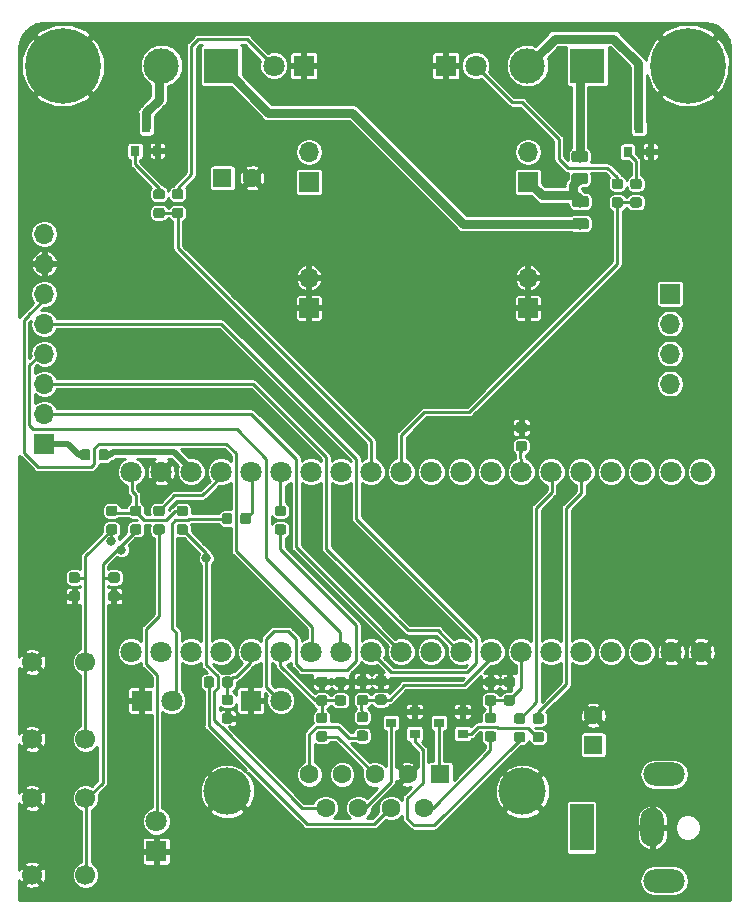
<source format=gtl>
G04 #@! TF.GenerationSoftware,KiCad,Pcbnew,5.0.2-bee76a0~70~ubuntu18.04.1*
G04 #@! TF.CreationDate,2019-01-09T05:41:56+01:00*
G04 #@! TF.ProjectId,IGM400,49474d34-3030-42e6-9b69-6361645f7063,rev?*
G04 #@! TF.SameCoordinates,Original*
G04 #@! TF.FileFunction,Copper,L1,Top*
G04 #@! TF.FilePolarity,Positive*
%FSLAX46Y46*%
G04 Gerber Fmt 4.6, Leading zero omitted, Abs format (unit mm)*
G04 Created by KiCad (PCBNEW 5.0.2-bee76a0~70~ubuntu18.04.1) date Mi 09 Jan 2019 05:41:56 CET*
%MOMM*%
%LPD*%
G01*
G04 APERTURE LIST*
G04 #@! TA.AperFunction,ComponentPad*
%ADD10C,1.800000*%
G04 #@! TD*
G04 #@! TA.AperFunction,ComponentPad*
%ADD11C,0.800000*%
G04 #@! TD*
G04 #@! TA.AperFunction,ComponentPad*
%ADD12C,6.400000*%
G04 #@! TD*
G04 #@! TA.AperFunction,Conductor*
%ADD13C,0.100000*%
G04 #@! TD*
G04 #@! TA.AperFunction,SMDPad,CuDef*
%ADD14C,0.875000*%
G04 #@! TD*
G04 #@! TA.AperFunction,ComponentPad*
%ADD15C,1.600000*%
G04 #@! TD*
G04 #@! TA.AperFunction,ComponentPad*
%ADD16R,1.600000X1.600000*%
G04 #@! TD*
G04 #@! TA.AperFunction,ComponentPad*
%ADD17O,1.700000X1.700000*%
G04 #@! TD*
G04 #@! TA.AperFunction,ComponentPad*
%ADD18R,1.700000X1.700000*%
G04 #@! TD*
G04 #@! TA.AperFunction,SMDPad,CuDef*
%ADD19R,0.900000X0.800000*%
G04 #@! TD*
G04 #@! TA.AperFunction,SMDPad,CuDef*
%ADD20R,0.800000X0.900000*%
G04 #@! TD*
G04 #@! TA.AperFunction,SMDPad,CuDef*
%ADD21C,0.975000*%
G04 #@! TD*
G04 #@! TA.AperFunction,ComponentPad*
%ADD22R,1.800000X1.800000*%
G04 #@! TD*
G04 #@! TA.AperFunction,ComponentPad*
%ADD23C,3.000000*%
G04 #@! TD*
G04 #@! TA.AperFunction,ComponentPad*
%ADD24R,3.000000X3.000000*%
G04 #@! TD*
G04 #@! TA.AperFunction,ComponentPad*
%ADD25C,1.700000*%
G04 #@! TD*
G04 #@! TA.AperFunction,ComponentPad*
%ADD26R,2.000000X4.000000*%
G04 #@! TD*
G04 #@! TA.AperFunction,ComponentPad*
%ADD27O,2.000000X3.300000*%
G04 #@! TD*
G04 #@! TA.AperFunction,ComponentPad*
%ADD28O,3.500000X2.000000*%
G04 #@! TD*
G04 #@! TA.AperFunction,ComponentPad*
%ADD29C,4.000000*%
G04 #@! TD*
G04 #@! TA.AperFunction,ViaPad*
%ADD30C,0.800000*%
G04 #@! TD*
G04 #@! TA.AperFunction,Conductor*
%ADD31C,0.500000*%
G04 #@! TD*
G04 #@! TA.AperFunction,Conductor*
%ADD32C,0.250000*%
G04 #@! TD*
G04 #@! TA.AperFunction,Conductor*
%ADD33C,0.800000*%
G04 #@! TD*
G04 #@! TA.AperFunction,Conductor*
%ADD34C,0.254000*%
G04 #@! TD*
G04 APERTURE END LIST*
D10*
G04 #@! TO.P,U1,PB12*
G04 #@! TO.N,Net-(U1-PadPB12)*
X107630000Y-93380000D03*
G04 #@! TO.P,U1,PB13*
G04 #@! TO.N,Net-(U1-PadPB13)*
X105090000Y-93380000D03*
G04 #@! TO.P,U1,PB14*
G04 #@! TO.N,Net-(U1-PadPB14)*
X102550000Y-93380000D03*
G04 #@! TO.P,U1,PB15*
G04 #@! TO.N,Net-(U1-PadPB15)*
X100010000Y-93380000D03*
G04 #@! TO.P,U1,PA8*
G04 #@! TO.N,EN*
X97470000Y-93380000D03*
G04 #@! TO.P,U1,PA9*
G04 #@! TO.N,MODE*
X94930000Y-93380000D03*
G04 #@! TO.P,U1,PA10*
G04 #@! TO.N,STATUS_OC*
X92390000Y-93380000D03*
G04 #@! TO.P,U1,PA11*
G04 #@! TO.N,Net-(U1-PadPA11)*
X89850000Y-93380000D03*
G04 #@! TO.P,U1,PA12*
G04 #@! TO.N,Net-(U1-PadPA12)*
X87310000Y-93380000D03*
G04 #@! TO.P,U1,PA15*
G04 #@! TO.N,Net-(U1-PadPA15)*
X84770000Y-93380000D03*
G04 #@! TO.P,U1,PB3*
G04 #@! TO.N,OUT2*
X82230000Y-93380000D03*
G04 #@! TO.P,U1,PB4*
G04 #@! TO.N,OUT1*
X79690000Y-93380000D03*
G04 #@! TO.P,U1,PB5*
G04 #@! TO.N,BUTTON_I*
X77150000Y-93380000D03*
G04 #@! TO.P,U1,PB6*
G04 #@! TO.N,BUTTON_PWR*
X74610000Y-93380000D03*
G04 #@! TO.P,U1,PB7*
G04 #@! TO.N,I_HIGH*
X72070000Y-93380000D03*
G04 #@! TO.P,U1,PB8*
G04 #@! TO.N,I_LOW*
X69530000Y-93380000D03*
G04 #@! TO.P,U1,PB9*
G04 #@! TO.N,PWR*
X66990000Y-93380000D03*
G04 #@! TO.P,U1,G*
G04 #@! TO.N,GND*
X61910000Y-93380000D03*
G04 #@! TO.P,U1,3V3*
G04 #@! TO.N,+3V3*
X59370000Y-93380000D03*
G04 #@! TO.P,U1,VBAT*
G04 #@! TO.N,Net-(U1-PadVBAT)*
X59370000Y-108620000D03*
G04 #@! TO.P,U1,PC13*
G04 #@! TO.N,Net-(U1-PadPC13)*
X61910000Y-108620000D03*
G04 #@! TO.P,U1,PC14*
G04 #@! TO.N,Net-(U1-PadPC14)*
X64450000Y-108620000D03*
G04 #@! TO.P,U1,PC15*
G04 #@! TO.N,Net-(U1-PadPC15)*
X66990000Y-108620000D03*
G04 #@! TO.P,U1,PA0*
G04 #@! TO.N,A_REF*
X69530000Y-108620000D03*
G04 #@! TO.P,U1,PA1*
G04 #@! TO.N,A_IN*
X72070000Y-108620000D03*
G04 #@! TO.P,U1,PA2*
G04 #@! TO.N,CS*
X74610000Y-108620000D03*
G04 #@! TO.P,U1,PA3*
G04 #@! TO.N,DC*
X77150000Y-108620000D03*
G04 #@! TO.P,U1,PA4*
G04 #@! TO.N,RESET*
X79690000Y-108620000D03*
G04 #@! TO.P,U1,PA5*
G04 #@! TO.N,SCK*
X82230000Y-108620000D03*
G04 #@! TO.P,U1,PA6*
G04 #@! TO.N,Net-(U1-PadPA6)*
X84770000Y-108620000D03*
G04 #@! TO.P,U1,PA7*
G04 #@! TO.N,MOSI*
X87310000Y-108620000D03*
G04 #@! TO.P,U1,PB0*
G04 #@! TO.N,B_IN*
X89850000Y-108620000D03*
G04 #@! TO.P,U1,PB1*
G04 #@! TO.N,C_IN*
X92390000Y-108620000D03*
G04 #@! TO.P,U1,PB10*
G04 #@! TO.N,Net-(U1-PadPB10)*
X94930000Y-108620000D03*
G04 #@! TO.P,U1,PB11*
G04 #@! TO.N,Net-(U1-PadPB11)*
X97470000Y-108620000D03*
G04 #@! TO.P,U1,NRST*
G04 #@! TO.N,Net-(U1-PadNRST)*
X100010000Y-108620000D03*
G04 #@! TO.P,U1,3V3*
G04 #@! TO.N,+3V3*
X102550000Y-108620000D03*
G04 #@! TO.P,U1,G*
G04 #@! TO.N,GND*
X105090000Y-108620000D03*
X107630000Y-108620000D03*
G04 #@! TO.P,U1,5V*
G04 #@! TO.N,+5V*
X64450000Y-93380000D03*
G04 #@! TD*
D11*
G04 #@! TO.P,H1,1*
G04 #@! TO.N,GND*
X55297056Y-57302944D03*
X53600000Y-56600000D03*
X51902944Y-57302944D03*
X51200000Y-59000000D03*
X51902944Y-60697056D03*
X53600000Y-61400000D03*
X55297056Y-60697056D03*
X56000000Y-59000000D03*
D12*
X53600000Y-59000000D03*
G04 #@! TD*
G04 #@! TO.P,H2,1*
G04 #@! TO.N,GND*
X106500000Y-59000000D03*
D11*
X108900000Y-59000000D03*
X108197056Y-60697056D03*
X106500000Y-61400000D03*
X104802944Y-60697056D03*
X104100000Y-59000000D03*
X104802944Y-57302944D03*
X106500000Y-56600000D03*
X108197056Y-57302944D03*
G04 #@! TD*
D13*
G04 #@! TO.N,A_IN*
G04 #@! TO.C,C1*
G36*
X77366691Y-112301553D02*
X77387926Y-112304703D01*
X77408750Y-112309919D01*
X77428962Y-112317151D01*
X77448368Y-112326330D01*
X77466781Y-112337366D01*
X77484024Y-112350154D01*
X77499930Y-112364570D01*
X77514346Y-112380476D01*
X77527134Y-112397719D01*
X77538170Y-112416132D01*
X77547349Y-112435538D01*
X77554581Y-112455750D01*
X77559797Y-112476574D01*
X77562947Y-112497809D01*
X77564000Y-112519250D01*
X77564000Y-112956750D01*
X77562947Y-112978191D01*
X77559797Y-112999426D01*
X77554581Y-113020250D01*
X77547349Y-113040462D01*
X77538170Y-113059868D01*
X77527134Y-113078281D01*
X77514346Y-113095524D01*
X77499930Y-113111430D01*
X77484024Y-113125846D01*
X77466781Y-113138634D01*
X77448368Y-113149670D01*
X77428962Y-113158849D01*
X77408750Y-113166081D01*
X77387926Y-113171297D01*
X77366691Y-113174447D01*
X77345250Y-113175500D01*
X76832750Y-113175500D01*
X76811309Y-113174447D01*
X76790074Y-113171297D01*
X76769250Y-113166081D01*
X76749038Y-113158849D01*
X76729632Y-113149670D01*
X76711219Y-113138634D01*
X76693976Y-113125846D01*
X76678070Y-113111430D01*
X76663654Y-113095524D01*
X76650866Y-113078281D01*
X76639830Y-113059868D01*
X76630651Y-113040462D01*
X76623419Y-113020250D01*
X76618203Y-112999426D01*
X76615053Y-112978191D01*
X76614000Y-112956750D01*
X76614000Y-112519250D01*
X76615053Y-112497809D01*
X76618203Y-112476574D01*
X76623419Y-112455750D01*
X76630651Y-112435538D01*
X76639830Y-112416132D01*
X76650866Y-112397719D01*
X76663654Y-112380476D01*
X76678070Y-112364570D01*
X76693976Y-112350154D01*
X76711219Y-112337366D01*
X76729632Y-112326330D01*
X76749038Y-112317151D01*
X76769250Y-112309919D01*
X76790074Y-112304703D01*
X76811309Y-112301553D01*
X76832750Y-112300500D01*
X77345250Y-112300500D01*
X77366691Y-112301553D01*
X77366691Y-112301553D01*
G37*
D14*
G04 #@! TD*
G04 #@! TO.P,C1,1*
G04 #@! TO.N,A_IN*
X77089000Y-112738000D03*
D13*
G04 #@! TO.N,GND*
G04 #@! TO.C,C1*
G36*
X77366691Y-110726553D02*
X77387926Y-110729703D01*
X77408750Y-110734919D01*
X77428962Y-110742151D01*
X77448368Y-110751330D01*
X77466781Y-110762366D01*
X77484024Y-110775154D01*
X77499930Y-110789570D01*
X77514346Y-110805476D01*
X77527134Y-110822719D01*
X77538170Y-110841132D01*
X77547349Y-110860538D01*
X77554581Y-110880750D01*
X77559797Y-110901574D01*
X77562947Y-110922809D01*
X77564000Y-110944250D01*
X77564000Y-111381750D01*
X77562947Y-111403191D01*
X77559797Y-111424426D01*
X77554581Y-111445250D01*
X77547349Y-111465462D01*
X77538170Y-111484868D01*
X77527134Y-111503281D01*
X77514346Y-111520524D01*
X77499930Y-111536430D01*
X77484024Y-111550846D01*
X77466781Y-111563634D01*
X77448368Y-111574670D01*
X77428962Y-111583849D01*
X77408750Y-111591081D01*
X77387926Y-111596297D01*
X77366691Y-111599447D01*
X77345250Y-111600500D01*
X76832750Y-111600500D01*
X76811309Y-111599447D01*
X76790074Y-111596297D01*
X76769250Y-111591081D01*
X76749038Y-111583849D01*
X76729632Y-111574670D01*
X76711219Y-111563634D01*
X76693976Y-111550846D01*
X76678070Y-111536430D01*
X76663654Y-111520524D01*
X76650866Y-111503281D01*
X76639830Y-111484868D01*
X76630651Y-111465462D01*
X76623419Y-111445250D01*
X76618203Y-111424426D01*
X76615053Y-111403191D01*
X76614000Y-111381750D01*
X76614000Y-110944250D01*
X76615053Y-110922809D01*
X76618203Y-110901574D01*
X76623419Y-110880750D01*
X76630651Y-110860538D01*
X76639830Y-110841132D01*
X76650866Y-110822719D01*
X76663654Y-110805476D01*
X76678070Y-110789570D01*
X76693976Y-110775154D01*
X76711219Y-110762366D01*
X76729632Y-110751330D01*
X76749038Y-110742151D01*
X76769250Y-110734919D01*
X76790074Y-110729703D01*
X76811309Y-110726553D01*
X76832750Y-110725500D01*
X77345250Y-110725500D01*
X77366691Y-110726553D01*
X77366691Y-110726553D01*
G37*
D14*
G04 #@! TD*
G04 #@! TO.P,C1,2*
G04 #@! TO.N,GND*
X77089000Y-111163000D03*
D13*
G04 #@! TO.N,GND*
G04 #@! TO.C,C3*
G36*
X91654191Y-110726553D02*
X91675426Y-110729703D01*
X91696250Y-110734919D01*
X91716462Y-110742151D01*
X91735868Y-110751330D01*
X91754281Y-110762366D01*
X91771524Y-110775154D01*
X91787430Y-110789570D01*
X91801846Y-110805476D01*
X91814634Y-110822719D01*
X91825670Y-110841132D01*
X91834849Y-110860538D01*
X91842081Y-110880750D01*
X91847297Y-110901574D01*
X91850447Y-110922809D01*
X91851500Y-110944250D01*
X91851500Y-111381750D01*
X91850447Y-111403191D01*
X91847297Y-111424426D01*
X91842081Y-111445250D01*
X91834849Y-111465462D01*
X91825670Y-111484868D01*
X91814634Y-111503281D01*
X91801846Y-111520524D01*
X91787430Y-111536430D01*
X91771524Y-111550846D01*
X91754281Y-111563634D01*
X91735868Y-111574670D01*
X91716462Y-111583849D01*
X91696250Y-111591081D01*
X91675426Y-111596297D01*
X91654191Y-111599447D01*
X91632750Y-111600500D01*
X91120250Y-111600500D01*
X91098809Y-111599447D01*
X91077574Y-111596297D01*
X91056750Y-111591081D01*
X91036538Y-111583849D01*
X91017132Y-111574670D01*
X90998719Y-111563634D01*
X90981476Y-111550846D01*
X90965570Y-111536430D01*
X90951154Y-111520524D01*
X90938366Y-111503281D01*
X90927330Y-111484868D01*
X90918151Y-111465462D01*
X90910919Y-111445250D01*
X90905703Y-111424426D01*
X90902553Y-111403191D01*
X90901500Y-111381750D01*
X90901500Y-110944250D01*
X90902553Y-110922809D01*
X90905703Y-110901574D01*
X90910919Y-110880750D01*
X90918151Y-110860538D01*
X90927330Y-110841132D01*
X90938366Y-110822719D01*
X90951154Y-110805476D01*
X90965570Y-110789570D01*
X90981476Y-110775154D01*
X90998719Y-110762366D01*
X91017132Y-110751330D01*
X91036538Y-110742151D01*
X91056750Y-110734919D01*
X91077574Y-110729703D01*
X91098809Y-110726553D01*
X91120250Y-110725500D01*
X91632750Y-110725500D01*
X91654191Y-110726553D01*
X91654191Y-110726553D01*
G37*
D14*
G04 #@! TD*
G04 #@! TO.P,C3,2*
G04 #@! TO.N,GND*
X91376500Y-111163000D03*
D13*
G04 #@! TO.N,C_IN*
G04 #@! TO.C,C3*
G36*
X91654191Y-112301553D02*
X91675426Y-112304703D01*
X91696250Y-112309919D01*
X91716462Y-112317151D01*
X91735868Y-112326330D01*
X91754281Y-112337366D01*
X91771524Y-112350154D01*
X91787430Y-112364570D01*
X91801846Y-112380476D01*
X91814634Y-112397719D01*
X91825670Y-112416132D01*
X91834849Y-112435538D01*
X91842081Y-112455750D01*
X91847297Y-112476574D01*
X91850447Y-112497809D01*
X91851500Y-112519250D01*
X91851500Y-112956750D01*
X91850447Y-112978191D01*
X91847297Y-112999426D01*
X91842081Y-113020250D01*
X91834849Y-113040462D01*
X91825670Y-113059868D01*
X91814634Y-113078281D01*
X91801846Y-113095524D01*
X91787430Y-113111430D01*
X91771524Y-113125846D01*
X91754281Y-113138634D01*
X91735868Y-113149670D01*
X91716462Y-113158849D01*
X91696250Y-113166081D01*
X91675426Y-113171297D01*
X91654191Y-113174447D01*
X91632750Y-113175500D01*
X91120250Y-113175500D01*
X91098809Y-113174447D01*
X91077574Y-113171297D01*
X91056750Y-113166081D01*
X91036538Y-113158849D01*
X91017132Y-113149670D01*
X90998719Y-113138634D01*
X90981476Y-113125846D01*
X90965570Y-113111430D01*
X90951154Y-113095524D01*
X90938366Y-113078281D01*
X90927330Y-113059868D01*
X90918151Y-113040462D01*
X90910919Y-113020250D01*
X90905703Y-112999426D01*
X90902553Y-112978191D01*
X90901500Y-112956750D01*
X90901500Y-112519250D01*
X90902553Y-112497809D01*
X90905703Y-112476574D01*
X90910919Y-112455750D01*
X90918151Y-112435538D01*
X90927330Y-112416132D01*
X90938366Y-112397719D01*
X90951154Y-112380476D01*
X90965570Y-112364570D01*
X90981476Y-112350154D01*
X90998719Y-112337366D01*
X91017132Y-112326330D01*
X91036538Y-112317151D01*
X91056750Y-112309919D01*
X91077574Y-112304703D01*
X91098809Y-112301553D01*
X91120250Y-112300500D01*
X91632750Y-112300500D01*
X91654191Y-112301553D01*
X91654191Y-112301553D01*
G37*
D14*
G04 #@! TD*
G04 #@! TO.P,C3,1*
G04 #@! TO.N,C_IN*
X91376500Y-112738000D03*
D13*
G04 #@! TO.N,A_REF*
G04 #@! TO.C,C4*
G36*
X67778191Y-112250553D02*
X67799426Y-112253703D01*
X67820250Y-112258919D01*
X67840462Y-112266151D01*
X67859868Y-112275330D01*
X67878281Y-112286366D01*
X67895524Y-112299154D01*
X67911430Y-112313570D01*
X67925846Y-112329476D01*
X67938634Y-112346719D01*
X67949670Y-112365132D01*
X67958849Y-112384538D01*
X67966081Y-112404750D01*
X67971297Y-112425574D01*
X67974447Y-112446809D01*
X67975500Y-112468250D01*
X67975500Y-112905750D01*
X67974447Y-112927191D01*
X67971297Y-112948426D01*
X67966081Y-112969250D01*
X67958849Y-112989462D01*
X67949670Y-113008868D01*
X67938634Y-113027281D01*
X67925846Y-113044524D01*
X67911430Y-113060430D01*
X67895524Y-113074846D01*
X67878281Y-113087634D01*
X67859868Y-113098670D01*
X67840462Y-113107849D01*
X67820250Y-113115081D01*
X67799426Y-113120297D01*
X67778191Y-113123447D01*
X67756750Y-113124500D01*
X67244250Y-113124500D01*
X67222809Y-113123447D01*
X67201574Y-113120297D01*
X67180750Y-113115081D01*
X67160538Y-113107849D01*
X67141132Y-113098670D01*
X67122719Y-113087634D01*
X67105476Y-113074846D01*
X67089570Y-113060430D01*
X67075154Y-113044524D01*
X67062366Y-113027281D01*
X67051330Y-113008868D01*
X67042151Y-112989462D01*
X67034919Y-112969250D01*
X67029703Y-112948426D01*
X67026553Y-112927191D01*
X67025500Y-112905750D01*
X67025500Y-112468250D01*
X67026553Y-112446809D01*
X67029703Y-112425574D01*
X67034919Y-112404750D01*
X67042151Y-112384538D01*
X67051330Y-112365132D01*
X67062366Y-112346719D01*
X67075154Y-112329476D01*
X67089570Y-112313570D01*
X67105476Y-112299154D01*
X67122719Y-112286366D01*
X67141132Y-112275330D01*
X67160538Y-112266151D01*
X67180750Y-112258919D01*
X67201574Y-112253703D01*
X67222809Y-112250553D01*
X67244250Y-112249500D01*
X67756750Y-112249500D01*
X67778191Y-112250553D01*
X67778191Y-112250553D01*
G37*
D14*
G04 #@! TD*
G04 #@! TO.P,C4,1*
G04 #@! TO.N,A_REF*
X67500500Y-112687000D03*
D13*
G04 #@! TO.N,GND*
G04 #@! TO.C,C4*
G36*
X67778191Y-113825553D02*
X67799426Y-113828703D01*
X67820250Y-113833919D01*
X67840462Y-113841151D01*
X67859868Y-113850330D01*
X67878281Y-113861366D01*
X67895524Y-113874154D01*
X67911430Y-113888570D01*
X67925846Y-113904476D01*
X67938634Y-113921719D01*
X67949670Y-113940132D01*
X67958849Y-113959538D01*
X67966081Y-113979750D01*
X67971297Y-114000574D01*
X67974447Y-114021809D01*
X67975500Y-114043250D01*
X67975500Y-114480750D01*
X67974447Y-114502191D01*
X67971297Y-114523426D01*
X67966081Y-114544250D01*
X67958849Y-114564462D01*
X67949670Y-114583868D01*
X67938634Y-114602281D01*
X67925846Y-114619524D01*
X67911430Y-114635430D01*
X67895524Y-114649846D01*
X67878281Y-114662634D01*
X67859868Y-114673670D01*
X67840462Y-114682849D01*
X67820250Y-114690081D01*
X67799426Y-114695297D01*
X67778191Y-114698447D01*
X67756750Y-114699500D01*
X67244250Y-114699500D01*
X67222809Y-114698447D01*
X67201574Y-114695297D01*
X67180750Y-114690081D01*
X67160538Y-114682849D01*
X67141132Y-114673670D01*
X67122719Y-114662634D01*
X67105476Y-114649846D01*
X67089570Y-114635430D01*
X67075154Y-114619524D01*
X67062366Y-114602281D01*
X67051330Y-114583868D01*
X67042151Y-114564462D01*
X67034919Y-114544250D01*
X67029703Y-114523426D01*
X67026553Y-114502191D01*
X67025500Y-114480750D01*
X67025500Y-114043250D01*
X67026553Y-114021809D01*
X67029703Y-114000574D01*
X67034919Y-113979750D01*
X67042151Y-113959538D01*
X67051330Y-113940132D01*
X67062366Y-113921719D01*
X67075154Y-113904476D01*
X67089570Y-113888570D01*
X67105476Y-113874154D01*
X67122719Y-113861366D01*
X67141132Y-113850330D01*
X67160538Y-113841151D01*
X67180750Y-113833919D01*
X67201574Y-113828703D01*
X67222809Y-113825553D01*
X67244250Y-113824500D01*
X67756750Y-113824500D01*
X67778191Y-113825553D01*
X67778191Y-113825553D01*
G37*
D14*
G04 #@! TD*
G04 #@! TO.P,C4,2*
G04 #@! TO.N,GND*
X67500500Y-114262000D03*
D13*
G04 #@! TO.N,GND*
G04 #@! TO.C,C7*
G36*
X58189691Y-103475053D02*
X58210926Y-103478203D01*
X58231750Y-103483419D01*
X58251962Y-103490651D01*
X58271368Y-103499830D01*
X58289781Y-103510866D01*
X58307024Y-103523654D01*
X58322930Y-103538070D01*
X58337346Y-103553976D01*
X58350134Y-103571219D01*
X58361170Y-103589632D01*
X58370349Y-103609038D01*
X58377581Y-103629250D01*
X58382797Y-103650074D01*
X58385947Y-103671309D01*
X58387000Y-103692750D01*
X58387000Y-104130250D01*
X58385947Y-104151691D01*
X58382797Y-104172926D01*
X58377581Y-104193750D01*
X58370349Y-104213962D01*
X58361170Y-104233368D01*
X58350134Y-104251781D01*
X58337346Y-104269024D01*
X58322930Y-104284930D01*
X58307024Y-104299346D01*
X58289781Y-104312134D01*
X58271368Y-104323170D01*
X58251962Y-104332349D01*
X58231750Y-104339581D01*
X58210926Y-104344797D01*
X58189691Y-104347947D01*
X58168250Y-104349000D01*
X57655750Y-104349000D01*
X57634309Y-104347947D01*
X57613074Y-104344797D01*
X57592250Y-104339581D01*
X57572038Y-104332349D01*
X57552632Y-104323170D01*
X57534219Y-104312134D01*
X57516976Y-104299346D01*
X57501070Y-104284930D01*
X57486654Y-104269024D01*
X57473866Y-104251781D01*
X57462830Y-104233368D01*
X57453651Y-104213962D01*
X57446419Y-104193750D01*
X57441203Y-104172926D01*
X57438053Y-104151691D01*
X57437000Y-104130250D01*
X57437000Y-103692750D01*
X57438053Y-103671309D01*
X57441203Y-103650074D01*
X57446419Y-103629250D01*
X57453651Y-103609038D01*
X57462830Y-103589632D01*
X57473866Y-103571219D01*
X57486654Y-103553976D01*
X57501070Y-103538070D01*
X57516976Y-103523654D01*
X57534219Y-103510866D01*
X57552632Y-103499830D01*
X57572038Y-103490651D01*
X57592250Y-103483419D01*
X57613074Y-103478203D01*
X57634309Y-103475053D01*
X57655750Y-103474000D01*
X58168250Y-103474000D01*
X58189691Y-103475053D01*
X58189691Y-103475053D01*
G37*
D14*
G04 #@! TD*
G04 #@! TO.P,C7,2*
G04 #@! TO.N,GND*
X57912000Y-103911500D03*
D13*
G04 #@! TO.N,BUTTON_I*
G04 #@! TO.C,C7*
G36*
X58189691Y-101900053D02*
X58210926Y-101903203D01*
X58231750Y-101908419D01*
X58251962Y-101915651D01*
X58271368Y-101924830D01*
X58289781Y-101935866D01*
X58307024Y-101948654D01*
X58322930Y-101963070D01*
X58337346Y-101978976D01*
X58350134Y-101996219D01*
X58361170Y-102014632D01*
X58370349Y-102034038D01*
X58377581Y-102054250D01*
X58382797Y-102075074D01*
X58385947Y-102096309D01*
X58387000Y-102117750D01*
X58387000Y-102555250D01*
X58385947Y-102576691D01*
X58382797Y-102597926D01*
X58377581Y-102618750D01*
X58370349Y-102638962D01*
X58361170Y-102658368D01*
X58350134Y-102676781D01*
X58337346Y-102694024D01*
X58322930Y-102709930D01*
X58307024Y-102724346D01*
X58289781Y-102737134D01*
X58271368Y-102748170D01*
X58251962Y-102757349D01*
X58231750Y-102764581D01*
X58210926Y-102769797D01*
X58189691Y-102772947D01*
X58168250Y-102774000D01*
X57655750Y-102774000D01*
X57634309Y-102772947D01*
X57613074Y-102769797D01*
X57592250Y-102764581D01*
X57572038Y-102757349D01*
X57552632Y-102748170D01*
X57534219Y-102737134D01*
X57516976Y-102724346D01*
X57501070Y-102709930D01*
X57486654Y-102694024D01*
X57473866Y-102676781D01*
X57462830Y-102658368D01*
X57453651Y-102638962D01*
X57446419Y-102618750D01*
X57441203Y-102597926D01*
X57438053Y-102576691D01*
X57437000Y-102555250D01*
X57437000Y-102117750D01*
X57438053Y-102096309D01*
X57441203Y-102075074D01*
X57446419Y-102054250D01*
X57453651Y-102034038D01*
X57462830Y-102014632D01*
X57473866Y-101996219D01*
X57486654Y-101978976D01*
X57501070Y-101963070D01*
X57516976Y-101948654D01*
X57534219Y-101935866D01*
X57552632Y-101924830D01*
X57572038Y-101915651D01*
X57592250Y-101908419D01*
X57613074Y-101903203D01*
X57634309Y-101900053D01*
X57655750Y-101899000D01*
X58168250Y-101899000D01*
X58189691Y-101900053D01*
X58189691Y-101900053D01*
G37*
D14*
G04 #@! TD*
G04 #@! TO.P,C7,1*
G04 #@! TO.N,BUTTON_I*
X57912000Y-102336500D03*
D13*
G04 #@! TO.N,BUTTON_PWR*
G04 #@! TO.C,C8*
G36*
X54824191Y-101900053D02*
X54845426Y-101903203D01*
X54866250Y-101908419D01*
X54886462Y-101915651D01*
X54905868Y-101924830D01*
X54924281Y-101935866D01*
X54941524Y-101948654D01*
X54957430Y-101963070D01*
X54971846Y-101978976D01*
X54984634Y-101996219D01*
X54995670Y-102014632D01*
X55004849Y-102034038D01*
X55012081Y-102054250D01*
X55017297Y-102075074D01*
X55020447Y-102096309D01*
X55021500Y-102117750D01*
X55021500Y-102555250D01*
X55020447Y-102576691D01*
X55017297Y-102597926D01*
X55012081Y-102618750D01*
X55004849Y-102638962D01*
X54995670Y-102658368D01*
X54984634Y-102676781D01*
X54971846Y-102694024D01*
X54957430Y-102709930D01*
X54941524Y-102724346D01*
X54924281Y-102737134D01*
X54905868Y-102748170D01*
X54886462Y-102757349D01*
X54866250Y-102764581D01*
X54845426Y-102769797D01*
X54824191Y-102772947D01*
X54802750Y-102774000D01*
X54290250Y-102774000D01*
X54268809Y-102772947D01*
X54247574Y-102769797D01*
X54226750Y-102764581D01*
X54206538Y-102757349D01*
X54187132Y-102748170D01*
X54168719Y-102737134D01*
X54151476Y-102724346D01*
X54135570Y-102709930D01*
X54121154Y-102694024D01*
X54108366Y-102676781D01*
X54097330Y-102658368D01*
X54088151Y-102638962D01*
X54080919Y-102618750D01*
X54075703Y-102597926D01*
X54072553Y-102576691D01*
X54071500Y-102555250D01*
X54071500Y-102117750D01*
X54072553Y-102096309D01*
X54075703Y-102075074D01*
X54080919Y-102054250D01*
X54088151Y-102034038D01*
X54097330Y-102014632D01*
X54108366Y-101996219D01*
X54121154Y-101978976D01*
X54135570Y-101963070D01*
X54151476Y-101948654D01*
X54168719Y-101935866D01*
X54187132Y-101924830D01*
X54206538Y-101915651D01*
X54226750Y-101908419D01*
X54247574Y-101903203D01*
X54268809Y-101900053D01*
X54290250Y-101899000D01*
X54802750Y-101899000D01*
X54824191Y-101900053D01*
X54824191Y-101900053D01*
G37*
D14*
G04 #@! TD*
G04 #@! TO.P,C8,1*
G04 #@! TO.N,BUTTON_PWR*
X54546500Y-102336500D03*
D13*
G04 #@! TO.N,GND*
G04 #@! TO.C,C8*
G36*
X54824191Y-103475053D02*
X54845426Y-103478203D01*
X54866250Y-103483419D01*
X54886462Y-103490651D01*
X54905868Y-103499830D01*
X54924281Y-103510866D01*
X54941524Y-103523654D01*
X54957430Y-103538070D01*
X54971846Y-103553976D01*
X54984634Y-103571219D01*
X54995670Y-103589632D01*
X55004849Y-103609038D01*
X55012081Y-103629250D01*
X55017297Y-103650074D01*
X55020447Y-103671309D01*
X55021500Y-103692750D01*
X55021500Y-104130250D01*
X55020447Y-104151691D01*
X55017297Y-104172926D01*
X55012081Y-104193750D01*
X55004849Y-104213962D01*
X54995670Y-104233368D01*
X54984634Y-104251781D01*
X54971846Y-104269024D01*
X54957430Y-104284930D01*
X54941524Y-104299346D01*
X54924281Y-104312134D01*
X54905868Y-104323170D01*
X54886462Y-104332349D01*
X54866250Y-104339581D01*
X54845426Y-104344797D01*
X54824191Y-104347947D01*
X54802750Y-104349000D01*
X54290250Y-104349000D01*
X54268809Y-104347947D01*
X54247574Y-104344797D01*
X54226750Y-104339581D01*
X54206538Y-104332349D01*
X54187132Y-104323170D01*
X54168719Y-104312134D01*
X54151476Y-104299346D01*
X54135570Y-104284930D01*
X54121154Y-104269024D01*
X54108366Y-104251781D01*
X54097330Y-104233368D01*
X54088151Y-104213962D01*
X54080919Y-104193750D01*
X54075703Y-104172926D01*
X54072553Y-104151691D01*
X54071500Y-104130250D01*
X54071500Y-103692750D01*
X54072553Y-103671309D01*
X54075703Y-103650074D01*
X54080919Y-103629250D01*
X54088151Y-103609038D01*
X54097330Y-103589632D01*
X54108366Y-103571219D01*
X54121154Y-103553976D01*
X54135570Y-103538070D01*
X54151476Y-103523654D01*
X54168719Y-103510866D01*
X54187132Y-103499830D01*
X54206538Y-103490651D01*
X54226750Y-103483419D01*
X54247574Y-103478203D01*
X54268809Y-103475053D01*
X54290250Y-103474000D01*
X54802750Y-103474000D01*
X54824191Y-103475053D01*
X54824191Y-103475053D01*
G37*
D14*
G04 #@! TD*
G04 #@! TO.P,C8,2*
G04 #@! TO.N,GND*
X54546500Y-103911500D03*
D13*
G04 #@! TO.N,GND*
G04 #@! TO.C,C9*
G36*
X92670191Y-89200053D02*
X92691426Y-89203203D01*
X92712250Y-89208419D01*
X92732462Y-89215651D01*
X92751868Y-89224830D01*
X92770281Y-89235866D01*
X92787524Y-89248654D01*
X92803430Y-89263070D01*
X92817846Y-89278976D01*
X92830634Y-89296219D01*
X92841670Y-89314632D01*
X92850849Y-89334038D01*
X92858081Y-89354250D01*
X92863297Y-89375074D01*
X92866447Y-89396309D01*
X92867500Y-89417750D01*
X92867500Y-89855250D01*
X92866447Y-89876691D01*
X92863297Y-89897926D01*
X92858081Y-89918750D01*
X92850849Y-89938962D01*
X92841670Y-89958368D01*
X92830634Y-89976781D01*
X92817846Y-89994024D01*
X92803430Y-90009930D01*
X92787524Y-90024346D01*
X92770281Y-90037134D01*
X92751868Y-90048170D01*
X92732462Y-90057349D01*
X92712250Y-90064581D01*
X92691426Y-90069797D01*
X92670191Y-90072947D01*
X92648750Y-90074000D01*
X92136250Y-90074000D01*
X92114809Y-90072947D01*
X92093574Y-90069797D01*
X92072750Y-90064581D01*
X92052538Y-90057349D01*
X92033132Y-90048170D01*
X92014719Y-90037134D01*
X91997476Y-90024346D01*
X91981570Y-90009930D01*
X91967154Y-89994024D01*
X91954366Y-89976781D01*
X91943330Y-89958368D01*
X91934151Y-89938962D01*
X91926919Y-89918750D01*
X91921703Y-89897926D01*
X91918553Y-89876691D01*
X91917500Y-89855250D01*
X91917500Y-89417750D01*
X91918553Y-89396309D01*
X91921703Y-89375074D01*
X91926919Y-89354250D01*
X91934151Y-89334038D01*
X91943330Y-89314632D01*
X91954366Y-89296219D01*
X91967154Y-89278976D01*
X91981570Y-89263070D01*
X91997476Y-89248654D01*
X92014719Y-89235866D01*
X92033132Y-89224830D01*
X92052538Y-89215651D01*
X92072750Y-89208419D01*
X92093574Y-89203203D01*
X92114809Y-89200053D01*
X92136250Y-89199000D01*
X92648750Y-89199000D01*
X92670191Y-89200053D01*
X92670191Y-89200053D01*
G37*
D14*
G04 #@! TD*
G04 #@! TO.P,C9,2*
G04 #@! TO.N,GND*
X92392500Y-89636500D03*
D13*
G04 #@! TO.N,STATUS_OC*
G04 #@! TO.C,C9*
G36*
X92670191Y-90775053D02*
X92691426Y-90778203D01*
X92712250Y-90783419D01*
X92732462Y-90790651D01*
X92751868Y-90799830D01*
X92770281Y-90810866D01*
X92787524Y-90823654D01*
X92803430Y-90838070D01*
X92817846Y-90853976D01*
X92830634Y-90871219D01*
X92841670Y-90889632D01*
X92850849Y-90909038D01*
X92858081Y-90929250D01*
X92863297Y-90950074D01*
X92866447Y-90971309D01*
X92867500Y-90992750D01*
X92867500Y-91430250D01*
X92866447Y-91451691D01*
X92863297Y-91472926D01*
X92858081Y-91493750D01*
X92850849Y-91513962D01*
X92841670Y-91533368D01*
X92830634Y-91551781D01*
X92817846Y-91569024D01*
X92803430Y-91584930D01*
X92787524Y-91599346D01*
X92770281Y-91612134D01*
X92751868Y-91623170D01*
X92732462Y-91632349D01*
X92712250Y-91639581D01*
X92691426Y-91644797D01*
X92670191Y-91647947D01*
X92648750Y-91649000D01*
X92136250Y-91649000D01*
X92114809Y-91647947D01*
X92093574Y-91644797D01*
X92072750Y-91639581D01*
X92052538Y-91632349D01*
X92033132Y-91623170D01*
X92014719Y-91612134D01*
X91997476Y-91599346D01*
X91981570Y-91584930D01*
X91967154Y-91569024D01*
X91954366Y-91551781D01*
X91943330Y-91533368D01*
X91934151Y-91513962D01*
X91926919Y-91493750D01*
X91921703Y-91472926D01*
X91918553Y-91451691D01*
X91917500Y-91430250D01*
X91917500Y-90992750D01*
X91918553Y-90971309D01*
X91921703Y-90950074D01*
X91926919Y-90929250D01*
X91934151Y-90909038D01*
X91943330Y-90889632D01*
X91954366Y-90871219D01*
X91967154Y-90853976D01*
X91981570Y-90838070D01*
X91997476Y-90823654D01*
X92014719Y-90810866D01*
X92033132Y-90799830D01*
X92052538Y-90790651D01*
X92072750Y-90783419D01*
X92093574Y-90778203D01*
X92114809Y-90775053D01*
X92136250Y-90774000D01*
X92648750Y-90774000D01*
X92670191Y-90775053D01*
X92670191Y-90775053D01*
G37*
D14*
G04 #@! TD*
G04 #@! TO.P,C9,1*
G04 #@! TO.N,STATUS_OC*
X92392500Y-91211500D03*
D13*
G04 #@! TO.N,B_IN*
G04 #@! TO.C,C2*
G36*
X80795691Y-112238053D02*
X80816926Y-112241203D01*
X80837750Y-112246419D01*
X80857962Y-112253651D01*
X80877368Y-112262830D01*
X80895781Y-112273866D01*
X80913024Y-112286654D01*
X80928930Y-112301070D01*
X80943346Y-112316976D01*
X80956134Y-112334219D01*
X80967170Y-112352632D01*
X80976349Y-112372038D01*
X80983581Y-112392250D01*
X80988797Y-112413074D01*
X80991947Y-112434309D01*
X80993000Y-112455750D01*
X80993000Y-112893250D01*
X80991947Y-112914691D01*
X80988797Y-112935926D01*
X80983581Y-112956750D01*
X80976349Y-112976962D01*
X80967170Y-112996368D01*
X80956134Y-113014781D01*
X80943346Y-113032024D01*
X80928930Y-113047930D01*
X80913024Y-113062346D01*
X80895781Y-113075134D01*
X80877368Y-113086170D01*
X80857962Y-113095349D01*
X80837750Y-113102581D01*
X80816926Y-113107797D01*
X80795691Y-113110947D01*
X80774250Y-113112000D01*
X80261750Y-113112000D01*
X80240309Y-113110947D01*
X80219074Y-113107797D01*
X80198250Y-113102581D01*
X80178038Y-113095349D01*
X80158632Y-113086170D01*
X80140219Y-113075134D01*
X80122976Y-113062346D01*
X80107070Y-113047930D01*
X80092654Y-113032024D01*
X80079866Y-113014781D01*
X80068830Y-112996368D01*
X80059651Y-112976962D01*
X80052419Y-112956750D01*
X80047203Y-112935926D01*
X80044053Y-112914691D01*
X80043000Y-112893250D01*
X80043000Y-112455750D01*
X80044053Y-112434309D01*
X80047203Y-112413074D01*
X80052419Y-112392250D01*
X80059651Y-112372038D01*
X80068830Y-112352632D01*
X80079866Y-112334219D01*
X80092654Y-112316976D01*
X80107070Y-112301070D01*
X80122976Y-112286654D01*
X80140219Y-112273866D01*
X80158632Y-112262830D01*
X80178038Y-112253651D01*
X80198250Y-112246419D01*
X80219074Y-112241203D01*
X80240309Y-112238053D01*
X80261750Y-112237000D01*
X80774250Y-112237000D01*
X80795691Y-112238053D01*
X80795691Y-112238053D01*
G37*
D14*
G04 #@! TD*
G04 #@! TO.P,C2,1*
G04 #@! TO.N,B_IN*
X80518000Y-112674500D03*
D13*
G04 #@! TO.N,GND*
G04 #@! TO.C,C2*
G36*
X80795691Y-110663053D02*
X80816926Y-110666203D01*
X80837750Y-110671419D01*
X80857962Y-110678651D01*
X80877368Y-110687830D01*
X80895781Y-110698866D01*
X80913024Y-110711654D01*
X80928930Y-110726070D01*
X80943346Y-110741976D01*
X80956134Y-110759219D01*
X80967170Y-110777632D01*
X80976349Y-110797038D01*
X80983581Y-110817250D01*
X80988797Y-110838074D01*
X80991947Y-110859309D01*
X80993000Y-110880750D01*
X80993000Y-111318250D01*
X80991947Y-111339691D01*
X80988797Y-111360926D01*
X80983581Y-111381750D01*
X80976349Y-111401962D01*
X80967170Y-111421368D01*
X80956134Y-111439781D01*
X80943346Y-111457024D01*
X80928930Y-111472930D01*
X80913024Y-111487346D01*
X80895781Y-111500134D01*
X80877368Y-111511170D01*
X80857962Y-111520349D01*
X80837750Y-111527581D01*
X80816926Y-111532797D01*
X80795691Y-111535947D01*
X80774250Y-111537000D01*
X80261750Y-111537000D01*
X80240309Y-111535947D01*
X80219074Y-111532797D01*
X80198250Y-111527581D01*
X80178038Y-111520349D01*
X80158632Y-111511170D01*
X80140219Y-111500134D01*
X80122976Y-111487346D01*
X80107070Y-111472930D01*
X80092654Y-111457024D01*
X80079866Y-111439781D01*
X80068830Y-111421368D01*
X80059651Y-111401962D01*
X80052419Y-111381750D01*
X80047203Y-111360926D01*
X80044053Y-111339691D01*
X80043000Y-111318250D01*
X80043000Y-110880750D01*
X80044053Y-110859309D01*
X80047203Y-110838074D01*
X80052419Y-110817250D01*
X80059651Y-110797038D01*
X80068830Y-110777632D01*
X80079866Y-110759219D01*
X80092654Y-110741976D01*
X80107070Y-110726070D01*
X80122976Y-110711654D01*
X80140219Y-110698866D01*
X80158632Y-110687830D01*
X80178038Y-110678651D01*
X80198250Y-110671419D01*
X80219074Y-110666203D01*
X80240309Y-110663053D01*
X80261750Y-110662000D01*
X80774250Y-110662000D01*
X80795691Y-110663053D01*
X80795691Y-110663053D01*
G37*
D14*
G04 #@! TD*
G04 #@! TO.P,C2,2*
G04 #@! TO.N,GND*
X80518000Y-111099500D03*
D15*
G04 #@! TO.P,C5,2*
G04 #@! TO.N,GND*
X98500000Y-114000000D03*
D16*
G04 #@! TO.P,C5,1*
G04 #@! TO.N,+24V*
X98500000Y-116500000D03*
G04 #@! TD*
G04 #@! TO.P,C6,1*
G04 #@! TO.N,+5V*
X67100000Y-68500000D03*
D15*
G04 #@! TO.P,C6,2*
G04 #@! TO.N,GND*
X69600000Y-68500000D03*
G04 #@! TD*
D17*
G04 #@! TO.P,J7,2*
G04 #@! TO.N,+24V*
X92964000Y-66294000D03*
D18*
G04 #@! TO.P,J7,1*
X92964000Y-68834000D03*
G04 #@! TD*
G04 #@! TO.P,J9,1*
G04 #@! TO.N,+5V*
X74422000Y-68834000D03*
D17*
G04 #@! TO.P,J9,2*
X74422000Y-66294000D03*
G04 #@! TD*
G04 #@! TO.P,J10,2*
G04 #@! TO.N,GND*
X92963999Y-76962000D03*
D18*
G04 #@! TO.P,J10,1*
X92963999Y-79502000D03*
G04 #@! TD*
G04 #@! TO.P,J8,1*
G04 #@! TO.N,GND*
X74422000Y-79501999D03*
D17*
G04 #@! TO.P,J8,2*
X74422000Y-76961999D03*
G04 #@! TD*
D19*
G04 #@! TO.P,Q2,3*
G04 #@! TO.N,Net-(J3-Pad1)*
X85423500Y-114617500D03*
G04 #@! TO.P,Q2,2*
G04 #@! TO.N,GND*
X87423500Y-113667500D03*
G04 #@! TO.P,Q2,1*
G04 #@! TO.N,Net-(Q2-Pad1)*
X87423500Y-115567500D03*
G04 #@! TD*
G04 #@! TO.P,Q1,1*
G04 #@! TO.N,Net-(Q1-Pad1)*
X83359500Y-115567500D03*
G04 #@! TO.P,Q1,2*
G04 #@! TO.N,GND*
X83359500Y-113667500D03*
G04 #@! TO.P,Q1,3*
G04 #@! TO.N,Net-(J3-Pad8)*
X81359500Y-114617500D03*
G04 #@! TD*
D20*
G04 #@! TO.P,Q3,3*
G04 #@! TO.N,Net-(J2-Pad2)*
X60642500Y-64214500D03*
G04 #@! TO.P,Q3,2*
G04 #@! TO.N,GND*
X61592500Y-66214500D03*
G04 #@! TO.P,Q3,1*
G04 #@! TO.N,Net-(Q3-Pad1)*
X59692500Y-66214500D03*
G04 #@! TD*
G04 #@! TO.P,Q4,1*
G04 #@! TO.N,Net-(Q4-Pad1)*
X101412000Y-66278000D03*
G04 #@! TO.P,Q4,2*
G04 #@! TO.N,GND*
X103312000Y-66278000D03*
G04 #@! TO.P,Q4,3*
G04 #@! TO.N,Net-(J6-Pad2)*
X102362000Y-64278000D03*
G04 #@! TD*
D13*
G04 #@! TO.N,C_IN*
G04 #@! TO.C,R7*
G36*
X90066691Y-112301553D02*
X90087926Y-112304703D01*
X90108750Y-112309919D01*
X90128962Y-112317151D01*
X90148368Y-112326330D01*
X90166781Y-112337366D01*
X90184024Y-112350154D01*
X90199930Y-112364570D01*
X90214346Y-112380476D01*
X90227134Y-112397719D01*
X90238170Y-112416132D01*
X90247349Y-112435538D01*
X90254581Y-112455750D01*
X90259797Y-112476574D01*
X90262947Y-112497809D01*
X90264000Y-112519250D01*
X90264000Y-112956750D01*
X90262947Y-112978191D01*
X90259797Y-112999426D01*
X90254581Y-113020250D01*
X90247349Y-113040462D01*
X90238170Y-113059868D01*
X90227134Y-113078281D01*
X90214346Y-113095524D01*
X90199930Y-113111430D01*
X90184024Y-113125846D01*
X90166781Y-113138634D01*
X90148368Y-113149670D01*
X90128962Y-113158849D01*
X90108750Y-113166081D01*
X90087926Y-113171297D01*
X90066691Y-113174447D01*
X90045250Y-113175500D01*
X89532750Y-113175500D01*
X89511309Y-113174447D01*
X89490074Y-113171297D01*
X89469250Y-113166081D01*
X89449038Y-113158849D01*
X89429632Y-113149670D01*
X89411219Y-113138634D01*
X89393976Y-113125846D01*
X89378070Y-113111430D01*
X89363654Y-113095524D01*
X89350866Y-113078281D01*
X89339830Y-113059868D01*
X89330651Y-113040462D01*
X89323419Y-113020250D01*
X89318203Y-112999426D01*
X89315053Y-112978191D01*
X89314000Y-112956750D01*
X89314000Y-112519250D01*
X89315053Y-112497809D01*
X89318203Y-112476574D01*
X89323419Y-112455750D01*
X89330651Y-112435538D01*
X89339830Y-112416132D01*
X89350866Y-112397719D01*
X89363654Y-112380476D01*
X89378070Y-112364570D01*
X89393976Y-112350154D01*
X89411219Y-112337366D01*
X89429632Y-112326330D01*
X89449038Y-112317151D01*
X89469250Y-112309919D01*
X89490074Y-112304703D01*
X89511309Y-112301553D01*
X89532750Y-112300500D01*
X90045250Y-112300500D01*
X90066691Y-112301553D01*
X90066691Y-112301553D01*
G37*
D14*
G04 #@! TD*
G04 #@! TO.P,R7,2*
G04 #@! TO.N,C_IN*
X89789000Y-112738000D03*
D13*
G04 #@! TO.N,GND*
G04 #@! TO.C,R7*
G36*
X90066691Y-110726553D02*
X90087926Y-110729703D01*
X90108750Y-110734919D01*
X90128962Y-110742151D01*
X90148368Y-110751330D01*
X90166781Y-110762366D01*
X90184024Y-110775154D01*
X90199930Y-110789570D01*
X90214346Y-110805476D01*
X90227134Y-110822719D01*
X90238170Y-110841132D01*
X90247349Y-110860538D01*
X90254581Y-110880750D01*
X90259797Y-110901574D01*
X90262947Y-110922809D01*
X90264000Y-110944250D01*
X90264000Y-111381750D01*
X90262947Y-111403191D01*
X90259797Y-111424426D01*
X90254581Y-111445250D01*
X90247349Y-111465462D01*
X90238170Y-111484868D01*
X90227134Y-111503281D01*
X90214346Y-111520524D01*
X90199930Y-111536430D01*
X90184024Y-111550846D01*
X90166781Y-111563634D01*
X90148368Y-111574670D01*
X90128962Y-111583849D01*
X90108750Y-111591081D01*
X90087926Y-111596297D01*
X90066691Y-111599447D01*
X90045250Y-111600500D01*
X89532750Y-111600500D01*
X89511309Y-111599447D01*
X89490074Y-111596297D01*
X89469250Y-111591081D01*
X89449038Y-111583849D01*
X89429632Y-111574670D01*
X89411219Y-111563634D01*
X89393976Y-111550846D01*
X89378070Y-111536430D01*
X89363654Y-111520524D01*
X89350866Y-111503281D01*
X89339830Y-111484868D01*
X89330651Y-111465462D01*
X89323419Y-111445250D01*
X89318203Y-111424426D01*
X89315053Y-111403191D01*
X89314000Y-111381750D01*
X89314000Y-110944250D01*
X89315053Y-110922809D01*
X89318203Y-110901574D01*
X89323419Y-110880750D01*
X89330651Y-110860538D01*
X89339830Y-110841132D01*
X89350866Y-110822719D01*
X89363654Y-110805476D01*
X89378070Y-110789570D01*
X89393976Y-110775154D01*
X89411219Y-110762366D01*
X89429632Y-110751330D01*
X89449038Y-110742151D01*
X89469250Y-110734919D01*
X89490074Y-110729703D01*
X89511309Y-110726553D01*
X89532750Y-110725500D01*
X90045250Y-110725500D01*
X90066691Y-110726553D01*
X90066691Y-110726553D01*
G37*
D14*
G04 #@! TD*
G04 #@! TO.P,R7,1*
G04 #@! TO.N,GND*
X89789000Y-111163000D03*
D13*
G04 #@! TO.N,BUTTON_PWR*
G04 #@! TO.C,R16*
G36*
X57999191Y-97823553D02*
X58020426Y-97826703D01*
X58041250Y-97831919D01*
X58061462Y-97839151D01*
X58080868Y-97848330D01*
X58099281Y-97859366D01*
X58116524Y-97872154D01*
X58132430Y-97886570D01*
X58146846Y-97902476D01*
X58159634Y-97919719D01*
X58170670Y-97938132D01*
X58179849Y-97957538D01*
X58187081Y-97977750D01*
X58192297Y-97998574D01*
X58195447Y-98019809D01*
X58196500Y-98041250D01*
X58196500Y-98478750D01*
X58195447Y-98500191D01*
X58192297Y-98521426D01*
X58187081Y-98542250D01*
X58179849Y-98562462D01*
X58170670Y-98581868D01*
X58159634Y-98600281D01*
X58146846Y-98617524D01*
X58132430Y-98633430D01*
X58116524Y-98647846D01*
X58099281Y-98660634D01*
X58080868Y-98671670D01*
X58061462Y-98680849D01*
X58041250Y-98688081D01*
X58020426Y-98693297D01*
X57999191Y-98696447D01*
X57977750Y-98697500D01*
X57465250Y-98697500D01*
X57443809Y-98696447D01*
X57422574Y-98693297D01*
X57401750Y-98688081D01*
X57381538Y-98680849D01*
X57362132Y-98671670D01*
X57343719Y-98660634D01*
X57326476Y-98647846D01*
X57310570Y-98633430D01*
X57296154Y-98617524D01*
X57283366Y-98600281D01*
X57272330Y-98581868D01*
X57263151Y-98562462D01*
X57255919Y-98542250D01*
X57250703Y-98521426D01*
X57247553Y-98500191D01*
X57246500Y-98478750D01*
X57246500Y-98041250D01*
X57247553Y-98019809D01*
X57250703Y-97998574D01*
X57255919Y-97977750D01*
X57263151Y-97957538D01*
X57272330Y-97938132D01*
X57283366Y-97919719D01*
X57296154Y-97902476D01*
X57310570Y-97886570D01*
X57326476Y-97872154D01*
X57343719Y-97859366D01*
X57362132Y-97848330D01*
X57381538Y-97839151D01*
X57401750Y-97831919D01*
X57422574Y-97826703D01*
X57443809Y-97823553D01*
X57465250Y-97822500D01*
X57977750Y-97822500D01*
X57999191Y-97823553D01*
X57999191Y-97823553D01*
G37*
D14*
G04 #@! TD*
G04 #@! TO.P,R16,1*
G04 #@! TO.N,BUTTON_PWR*
X57721500Y-98260000D03*
D13*
G04 #@! TO.N,+3V3*
G04 #@! TO.C,R16*
G36*
X57999191Y-96248553D02*
X58020426Y-96251703D01*
X58041250Y-96256919D01*
X58061462Y-96264151D01*
X58080868Y-96273330D01*
X58099281Y-96284366D01*
X58116524Y-96297154D01*
X58132430Y-96311570D01*
X58146846Y-96327476D01*
X58159634Y-96344719D01*
X58170670Y-96363132D01*
X58179849Y-96382538D01*
X58187081Y-96402750D01*
X58192297Y-96423574D01*
X58195447Y-96444809D01*
X58196500Y-96466250D01*
X58196500Y-96903750D01*
X58195447Y-96925191D01*
X58192297Y-96946426D01*
X58187081Y-96967250D01*
X58179849Y-96987462D01*
X58170670Y-97006868D01*
X58159634Y-97025281D01*
X58146846Y-97042524D01*
X58132430Y-97058430D01*
X58116524Y-97072846D01*
X58099281Y-97085634D01*
X58080868Y-97096670D01*
X58061462Y-97105849D01*
X58041250Y-97113081D01*
X58020426Y-97118297D01*
X57999191Y-97121447D01*
X57977750Y-97122500D01*
X57465250Y-97122500D01*
X57443809Y-97121447D01*
X57422574Y-97118297D01*
X57401750Y-97113081D01*
X57381538Y-97105849D01*
X57362132Y-97096670D01*
X57343719Y-97085634D01*
X57326476Y-97072846D01*
X57310570Y-97058430D01*
X57296154Y-97042524D01*
X57283366Y-97025281D01*
X57272330Y-97006868D01*
X57263151Y-96987462D01*
X57255919Y-96967250D01*
X57250703Y-96946426D01*
X57247553Y-96925191D01*
X57246500Y-96903750D01*
X57246500Y-96466250D01*
X57247553Y-96444809D01*
X57250703Y-96423574D01*
X57255919Y-96402750D01*
X57263151Y-96382538D01*
X57272330Y-96363132D01*
X57283366Y-96344719D01*
X57296154Y-96327476D01*
X57310570Y-96311570D01*
X57326476Y-96297154D01*
X57343719Y-96284366D01*
X57362132Y-96273330D01*
X57381538Y-96264151D01*
X57401750Y-96256919D01*
X57422574Y-96251703D01*
X57443809Y-96248553D01*
X57465250Y-96247500D01*
X57977750Y-96247500D01*
X57999191Y-96248553D01*
X57999191Y-96248553D01*
G37*
D14*
G04 #@! TD*
G04 #@! TO.P,R16,2*
G04 #@! TO.N,+3V3*
X57721500Y-96685000D03*
D13*
G04 #@! TO.N,DB9_A_IN*
G04 #@! TO.C,R1*
G36*
X75779191Y-115349553D02*
X75800426Y-115352703D01*
X75821250Y-115357919D01*
X75841462Y-115365151D01*
X75860868Y-115374330D01*
X75879281Y-115385366D01*
X75896524Y-115398154D01*
X75912430Y-115412570D01*
X75926846Y-115428476D01*
X75939634Y-115445719D01*
X75950670Y-115464132D01*
X75959849Y-115483538D01*
X75967081Y-115503750D01*
X75972297Y-115524574D01*
X75975447Y-115545809D01*
X75976500Y-115567250D01*
X75976500Y-116004750D01*
X75975447Y-116026191D01*
X75972297Y-116047426D01*
X75967081Y-116068250D01*
X75959849Y-116088462D01*
X75950670Y-116107868D01*
X75939634Y-116126281D01*
X75926846Y-116143524D01*
X75912430Y-116159430D01*
X75896524Y-116173846D01*
X75879281Y-116186634D01*
X75860868Y-116197670D01*
X75841462Y-116206849D01*
X75821250Y-116214081D01*
X75800426Y-116219297D01*
X75779191Y-116222447D01*
X75757750Y-116223500D01*
X75245250Y-116223500D01*
X75223809Y-116222447D01*
X75202574Y-116219297D01*
X75181750Y-116214081D01*
X75161538Y-116206849D01*
X75142132Y-116197670D01*
X75123719Y-116186634D01*
X75106476Y-116173846D01*
X75090570Y-116159430D01*
X75076154Y-116143524D01*
X75063366Y-116126281D01*
X75052330Y-116107868D01*
X75043151Y-116088462D01*
X75035919Y-116068250D01*
X75030703Y-116047426D01*
X75027553Y-116026191D01*
X75026500Y-116004750D01*
X75026500Y-115567250D01*
X75027553Y-115545809D01*
X75030703Y-115524574D01*
X75035919Y-115503750D01*
X75043151Y-115483538D01*
X75052330Y-115464132D01*
X75063366Y-115445719D01*
X75076154Y-115428476D01*
X75090570Y-115412570D01*
X75106476Y-115398154D01*
X75123719Y-115385366D01*
X75142132Y-115374330D01*
X75161538Y-115365151D01*
X75181750Y-115357919D01*
X75202574Y-115352703D01*
X75223809Y-115349553D01*
X75245250Y-115348500D01*
X75757750Y-115348500D01*
X75779191Y-115349553D01*
X75779191Y-115349553D01*
G37*
D14*
G04 #@! TD*
G04 #@! TO.P,R1,2*
G04 #@! TO.N,DB9_A_IN*
X75501500Y-115786000D03*
D13*
G04 #@! TO.N,A_IN*
G04 #@! TO.C,R1*
G36*
X75779191Y-113774553D02*
X75800426Y-113777703D01*
X75821250Y-113782919D01*
X75841462Y-113790151D01*
X75860868Y-113799330D01*
X75879281Y-113810366D01*
X75896524Y-113823154D01*
X75912430Y-113837570D01*
X75926846Y-113853476D01*
X75939634Y-113870719D01*
X75950670Y-113889132D01*
X75959849Y-113908538D01*
X75967081Y-113928750D01*
X75972297Y-113949574D01*
X75975447Y-113970809D01*
X75976500Y-113992250D01*
X75976500Y-114429750D01*
X75975447Y-114451191D01*
X75972297Y-114472426D01*
X75967081Y-114493250D01*
X75959849Y-114513462D01*
X75950670Y-114532868D01*
X75939634Y-114551281D01*
X75926846Y-114568524D01*
X75912430Y-114584430D01*
X75896524Y-114598846D01*
X75879281Y-114611634D01*
X75860868Y-114622670D01*
X75841462Y-114631849D01*
X75821250Y-114639081D01*
X75800426Y-114644297D01*
X75779191Y-114647447D01*
X75757750Y-114648500D01*
X75245250Y-114648500D01*
X75223809Y-114647447D01*
X75202574Y-114644297D01*
X75181750Y-114639081D01*
X75161538Y-114631849D01*
X75142132Y-114622670D01*
X75123719Y-114611634D01*
X75106476Y-114598846D01*
X75090570Y-114584430D01*
X75076154Y-114568524D01*
X75063366Y-114551281D01*
X75052330Y-114532868D01*
X75043151Y-114513462D01*
X75035919Y-114493250D01*
X75030703Y-114472426D01*
X75027553Y-114451191D01*
X75026500Y-114429750D01*
X75026500Y-113992250D01*
X75027553Y-113970809D01*
X75030703Y-113949574D01*
X75035919Y-113928750D01*
X75043151Y-113908538D01*
X75052330Y-113889132D01*
X75063366Y-113870719D01*
X75076154Y-113853476D01*
X75090570Y-113837570D01*
X75106476Y-113823154D01*
X75123719Y-113810366D01*
X75142132Y-113799330D01*
X75161538Y-113790151D01*
X75181750Y-113782919D01*
X75202574Y-113777703D01*
X75223809Y-113774553D01*
X75245250Y-113773500D01*
X75757750Y-113773500D01*
X75779191Y-113774553D01*
X75779191Y-113774553D01*
G37*
D14*
G04 #@! TD*
G04 #@! TO.P,R1,1*
G04 #@! TO.N,A_IN*
X75501500Y-114211000D03*
D13*
G04 #@! TO.N,B_IN*
G04 #@! TO.C,R2*
G36*
X79208191Y-113711053D02*
X79229426Y-113714203D01*
X79250250Y-113719419D01*
X79270462Y-113726651D01*
X79289868Y-113735830D01*
X79308281Y-113746866D01*
X79325524Y-113759654D01*
X79341430Y-113774070D01*
X79355846Y-113789976D01*
X79368634Y-113807219D01*
X79379670Y-113825632D01*
X79388849Y-113845038D01*
X79396081Y-113865250D01*
X79401297Y-113886074D01*
X79404447Y-113907309D01*
X79405500Y-113928750D01*
X79405500Y-114366250D01*
X79404447Y-114387691D01*
X79401297Y-114408926D01*
X79396081Y-114429750D01*
X79388849Y-114449962D01*
X79379670Y-114469368D01*
X79368634Y-114487781D01*
X79355846Y-114505024D01*
X79341430Y-114520930D01*
X79325524Y-114535346D01*
X79308281Y-114548134D01*
X79289868Y-114559170D01*
X79270462Y-114568349D01*
X79250250Y-114575581D01*
X79229426Y-114580797D01*
X79208191Y-114583947D01*
X79186750Y-114585000D01*
X78674250Y-114585000D01*
X78652809Y-114583947D01*
X78631574Y-114580797D01*
X78610750Y-114575581D01*
X78590538Y-114568349D01*
X78571132Y-114559170D01*
X78552719Y-114548134D01*
X78535476Y-114535346D01*
X78519570Y-114520930D01*
X78505154Y-114505024D01*
X78492366Y-114487781D01*
X78481330Y-114469368D01*
X78472151Y-114449962D01*
X78464919Y-114429750D01*
X78459703Y-114408926D01*
X78456553Y-114387691D01*
X78455500Y-114366250D01*
X78455500Y-113928750D01*
X78456553Y-113907309D01*
X78459703Y-113886074D01*
X78464919Y-113865250D01*
X78472151Y-113845038D01*
X78481330Y-113825632D01*
X78492366Y-113807219D01*
X78505154Y-113789976D01*
X78519570Y-113774070D01*
X78535476Y-113759654D01*
X78552719Y-113746866D01*
X78571132Y-113735830D01*
X78590538Y-113726651D01*
X78610750Y-113719419D01*
X78631574Y-113714203D01*
X78652809Y-113711053D01*
X78674250Y-113710000D01*
X79186750Y-113710000D01*
X79208191Y-113711053D01*
X79208191Y-113711053D01*
G37*
D14*
G04 #@! TD*
G04 #@! TO.P,R2,1*
G04 #@! TO.N,B_IN*
X78930500Y-114147500D03*
D13*
G04 #@! TO.N,DB9_B_IN*
G04 #@! TO.C,R2*
G36*
X79208191Y-115286053D02*
X79229426Y-115289203D01*
X79250250Y-115294419D01*
X79270462Y-115301651D01*
X79289868Y-115310830D01*
X79308281Y-115321866D01*
X79325524Y-115334654D01*
X79341430Y-115349070D01*
X79355846Y-115364976D01*
X79368634Y-115382219D01*
X79379670Y-115400632D01*
X79388849Y-115420038D01*
X79396081Y-115440250D01*
X79401297Y-115461074D01*
X79404447Y-115482309D01*
X79405500Y-115503750D01*
X79405500Y-115941250D01*
X79404447Y-115962691D01*
X79401297Y-115983926D01*
X79396081Y-116004750D01*
X79388849Y-116024962D01*
X79379670Y-116044368D01*
X79368634Y-116062781D01*
X79355846Y-116080024D01*
X79341430Y-116095930D01*
X79325524Y-116110346D01*
X79308281Y-116123134D01*
X79289868Y-116134170D01*
X79270462Y-116143349D01*
X79250250Y-116150581D01*
X79229426Y-116155797D01*
X79208191Y-116158947D01*
X79186750Y-116160000D01*
X78674250Y-116160000D01*
X78652809Y-116158947D01*
X78631574Y-116155797D01*
X78610750Y-116150581D01*
X78590538Y-116143349D01*
X78571132Y-116134170D01*
X78552719Y-116123134D01*
X78535476Y-116110346D01*
X78519570Y-116095930D01*
X78505154Y-116080024D01*
X78492366Y-116062781D01*
X78481330Y-116044368D01*
X78472151Y-116024962D01*
X78464919Y-116004750D01*
X78459703Y-115983926D01*
X78456553Y-115962691D01*
X78455500Y-115941250D01*
X78455500Y-115503750D01*
X78456553Y-115482309D01*
X78459703Y-115461074D01*
X78464919Y-115440250D01*
X78472151Y-115420038D01*
X78481330Y-115400632D01*
X78492366Y-115382219D01*
X78505154Y-115364976D01*
X78519570Y-115349070D01*
X78535476Y-115334654D01*
X78552719Y-115321866D01*
X78571132Y-115310830D01*
X78590538Y-115301651D01*
X78610750Y-115294419D01*
X78631574Y-115289203D01*
X78652809Y-115286053D01*
X78674250Y-115285000D01*
X79186750Y-115285000D01*
X79208191Y-115286053D01*
X79208191Y-115286053D01*
G37*
D14*
G04 #@! TD*
G04 #@! TO.P,R2,2*
G04 #@! TO.N,DB9_B_IN*
X78930500Y-115722500D03*
D13*
G04 #@! TO.N,DB9_C_IN*
G04 #@! TO.C,R3*
G36*
X90066691Y-115349553D02*
X90087926Y-115352703D01*
X90108750Y-115357919D01*
X90128962Y-115365151D01*
X90148368Y-115374330D01*
X90166781Y-115385366D01*
X90184024Y-115398154D01*
X90199930Y-115412570D01*
X90214346Y-115428476D01*
X90227134Y-115445719D01*
X90238170Y-115464132D01*
X90247349Y-115483538D01*
X90254581Y-115503750D01*
X90259797Y-115524574D01*
X90262947Y-115545809D01*
X90264000Y-115567250D01*
X90264000Y-116004750D01*
X90262947Y-116026191D01*
X90259797Y-116047426D01*
X90254581Y-116068250D01*
X90247349Y-116088462D01*
X90238170Y-116107868D01*
X90227134Y-116126281D01*
X90214346Y-116143524D01*
X90199930Y-116159430D01*
X90184024Y-116173846D01*
X90166781Y-116186634D01*
X90148368Y-116197670D01*
X90128962Y-116206849D01*
X90108750Y-116214081D01*
X90087926Y-116219297D01*
X90066691Y-116222447D01*
X90045250Y-116223500D01*
X89532750Y-116223500D01*
X89511309Y-116222447D01*
X89490074Y-116219297D01*
X89469250Y-116214081D01*
X89449038Y-116206849D01*
X89429632Y-116197670D01*
X89411219Y-116186634D01*
X89393976Y-116173846D01*
X89378070Y-116159430D01*
X89363654Y-116143524D01*
X89350866Y-116126281D01*
X89339830Y-116107868D01*
X89330651Y-116088462D01*
X89323419Y-116068250D01*
X89318203Y-116047426D01*
X89315053Y-116026191D01*
X89314000Y-116004750D01*
X89314000Y-115567250D01*
X89315053Y-115545809D01*
X89318203Y-115524574D01*
X89323419Y-115503750D01*
X89330651Y-115483538D01*
X89339830Y-115464132D01*
X89350866Y-115445719D01*
X89363654Y-115428476D01*
X89378070Y-115412570D01*
X89393976Y-115398154D01*
X89411219Y-115385366D01*
X89429632Y-115374330D01*
X89449038Y-115365151D01*
X89469250Y-115357919D01*
X89490074Y-115352703D01*
X89511309Y-115349553D01*
X89532750Y-115348500D01*
X90045250Y-115348500D01*
X90066691Y-115349553D01*
X90066691Y-115349553D01*
G37*
D14*
G04 #@! TD*
G04 #@! TO.P,R3,2*
G04 #@! TO.N,DB9_C_IN*
X89789000Y-115786000D03*
D13*
G04 #@! TO.N,C_IN*
G04 #@! TO.C,R3*
G36*
X90066691Y-113774553D02*
X90087926Y-113777703D01*
X90108750Y-113782919D01*
X90128962Y-113790151D01*
X90148368Y-113799330D01*
X90166781Y-113810366D01*
X90184024Y-113823154D01*
X90199930Y-113837570D01*
X90214346Y-113853476D01*
X90227134Y-113870719D01*
X90238170Y-113889132D01*
X90247349Y-113908538D01*
X90254581Y-113928750D01*
X90259797Y-113949574D01*
X90262947Y-113970809D01*
X90264000Y-113992250D01*
X90264000Y-114429750D01*
X90262947Y-114451191D01*
X90259797Y-114472426D01*
X90254581Y-114493250D01*
X90247349Y-114513462D01*
X90238170Y-114532868D01*
X90227134Y-114551281D01*
X90214346Y-114568524D01*
X90199930Y-114584430D01*
X90184024Y-114598846D01*
X90166781Y-114611634D01*
X90148368Y-114622670D01*
X90128962Y-114631849D01*
X90108750Y-114639081D01*
X90087926Y-114644297D01*
X90066691Y-114647447D01*
X90045250Y-114648500D01*
X89532750Y-114648500D01*
X89511309Y-114647447D01*
X89490074Y-114644297D01*
X89469250Y-114639081D01*
X89449038Y-114631849D01*
X89429632Y-114622670D01*
X89411219Y-114611634D01*
X89393976Y-114598846D01*
X89378070Y-114584430D01*
X89363654Y-114568524D01*
X89350866Y-114551281D01*
X89339830Y-114532868D01*
X89330651Y-114513462D01*
X89323419Y-114493250D01*
X89318203Y-114472426D01*
X89315053Y-114451191D01*
X89314000Y-114429750D01*
X89314000Y-113992250D01*
X89315053Y-113970809D01*
X89318203Y-113949574D01*
X89323419Y-113928750D01*
X89330651Y-113908538D01*
X89339830Y-113889132D01*
X89350866Y-113870719D01*
X89363654Y-113853476D01*
X89378070Y-113837570D01*
X89393976Y-113823154D01*
X89411219Y-113810366D01*
X89429632Y-113799330D01*
X89449038Y-113790151D01*
X89469250Y-113782919D01*
X89490074Y-113777703D01*
X89511309Y-113774553D01*
X89532750Y-113773500D01*
X90045250Y-113773500D01*
X90066691Y-113774553D01*
X90066691Y-113774553D01*
G37*
D14*
G04 #@! TD*
G04 #@! TO.P,R3,1*
G04 #@! TO.N,C_IN*
X89789000Y-114211000D03*
D13*
G04 #@! TO.N,A_REF*
G04 #@! TO.C,R4*
G36*
X67766191Y-110714553D02*
X67787426Y-110717703D01*
X67808250Y-110722919D01*
X67828462Y-110730151D01*
X67847868Y-110739330D01*
X67866281Y-110750366D01*
X67883524Y-110763154D01*
X67899430Y-110777570D01*
X67913846Y-110793476D01*
X67926634Y-110810719D01*
X67937670Y-110829132D01*
X67946849Y-110848538D01*
X67954081Y-110868750D01*
X67959297Y-110889574D01*
X67962447Y-110910809D01*
X67963500Y-110932250D01*
X67963500Y-111444750D01*
X67962447Y-111466191D01*
X67959297Y-111487426D01*
X67954081Y-111508250D01*
X67946849Y-111528462D01*
X67937670Y-111547868D01*
X67926634Y-111566281D01*
X67913846Y-111583524D01*
X67899430Y-111599430D01*
X67883524Y-111613846D01*
X67866281Y-111626634D01*
X67847868Y-111637670D01*
X67828462Y-111646849D01*
X67808250Y-111654081D01*
X67787426Y-111659297D01*
X67766191Y-111662447D01*
X67744750Y-111663500D01*
X67307250Y-111663500D01*
X67285809Y-111662447D01*
X67264574Y-111659297D01*
X67243750Y-111654081D01*
X67223538Y-111646849D01*
X67204132Y-111637670D01*
X67185719Y-111626634D01*
X67168476Y-111613846D01*
X67152570Y-111599430D01*
X67138154Y-111583524D01*
X67125366Y-111566281D01*
X67114330Y-111547868D01*
X67105151Y-111528462D01*
X67097919Y-111508250D01*
X67092703Y-111487426D01*
X67089553Y-111466191D01*
X67088500Y-111444750D01*
X67088500Y-110932250D01*
X67089553Y-110910809D01*
X67092703Y-110889574D01*
X67097919Y-110868750D01*
X67105151Y-110848538D01*
X67114330Y-110829132D01*
X67125366Y-110810719D01*
X67138154Y-110793476D01*
X67152570Y-110777570D01*
X67168476Y-110763154D01*
X67185719Y-110750366D01*
X67204132Y-110739330D01*
X67223538Y-110730151D01*
X67243750Y-110722919D01*
X67264574Y-110717703D01*
X67285809Y-110714553D01*
X67307250Y-110713500D01*
X67744750Y-110713500D01*
X67766191Y-110714553D01*
X67766191Y-110714553D01*
G37*
D14*
G04 #@! TD*
G04 #@! TO.P,R4,1*
G04 #@! TO.N,A_REF*
X67526000Y-111188500D03*
D13*
G04 #@! TO.N,DB9_REF*
G04 #@! TO.C,R4*
G36*
X66191191Y-110714553D02*
X66212426Y-110717703D01*
X66233250Y-110722919D01*
X66253462Y-110730151D01*
X66272868Y-110739330D01*
X66291281Y-110750366D01*
X66308524Y-110763154D01*
X66324430Y-110777570D01*
X66338846Y-110793476D01*
X66351634Y-110810719D01*
X66362670Y-110829132D01*
X66371849Y-110848538D01*
X66379081Y-110868750D01*
X66384297Y-110889574D01*
X66387447Y-110910809D01*
X66388500Y-110932250D01*
X66388500Y-111444750D01*
X66387447Y-111466191D01*
X66384297Y-111487426D01*
X66379081Y-111508250D01*
X66371849Y-111528462D01*
X66362670Y-111547868D01*
X66351634Y-111566281D01*
X66338846Y-111583524D01*
X66324430Y-111599430D01*
X66308524Y-111613846D01*
X66291281Y-111626634D01*
X66272868Y-111637670D01*
X66253462Y-111646849D01*
X66233250Y-111654081D01*
X66212426Y-111659297D01*
X66191191Y-111662447D01*
X66169750Y-111663500D01*
X65732250Y-111663500D01*
X65710809Y-111662447D01*
X65689574Y-111659297D01*
X65668750Y-111654081D01*
X65648538Y-111646849D01*
X65629132Y-111637670D01*
X65610719Y-111626634D01*
X65593476Y-111613846D01*
X65577570Y-111599430D01*
X65563154Y-111583524D01*
X65550366Y-111566281D01*
X65539330Y-111547868D01*
X65530151Y-111528462D01*
X65522919Y-111508250D01*
X65517703Y-111487426D01*
X65514553Y-111466191D01*
X65513500Y-111444750D01*
X65513500Y-110932250D01*
X65514553Y-110910809D01*
X65517703Y-110889574D01*
X65522919Y-110868750D01*
X65530151Y-110848538D01*
X65539330Y-110829132D01*
X65550366Y-110810719D01*
X65563154Y-110793476D01*
X65577570Y-110777570D01*
X65593476Y-110763154D01*
X65610719Y-110750366D01*
X65629132Y-110739330D01*
X65648538Y-110730151D01*
X65668750Y-110722919D01*
X65689574Y-110717703D01*
X65710809Y-110714553D01*
X65732250Y-110713500D01*
X66169750Y-110713500D01*
X66191191Y-110714553D01*
X66191191Y-110714553D01*
G37*
D14*
G04 #@! TD*
G04 #@! TO.P,R4,2*
G04 #@! TO.N,DB9_REF*
X65951000Y-111188500D03*
D13*
G04 #@! TO.N,A_IN*
G04 #@! TO.C,R5*
G36*
X75779191Y-112301553D02*
X75800426Y-112304703D01*
X75821250Y-112309919D01*
X75841462Y-112317151D01*
X75860868Y-112326330D01*
X75879281Y-112337366D01*
X75896524Y-112350154D01*
X75912430Y-112364570D01*
X75926846Y-112380476D01*
X75939634Y-112397719D01*
X75950670Y-112416132D01*
X75959849Y-112435538D01*
X75967081Y-112455750D01*
X75972297Y-112476574D01*
X75975447Y-112497809D01*
X75976500Y-112519250D01*
X75976500Y-112956750D01*
X75975447Y-112978191D01*
X75972297Y-112999426D01*
X75967081Y-113020250D01*
X75959849Y-113040462D01*
X75950670Y-113059868D01*
X75939634Y-113078281D01*
X75926846Y-113095524D01*
X75912430Y-113111430D01*
X75896524Y-113125846D01*
X75879281Y-113138634D01*
X75860868Y-113149670D01*
X75841462Y-113158849D01*
X75821250Y-113166081D01*
X75800426Y-113171297D01*
X75779191Y-113174447D01*
X75757750Y-113175500D01*
X75245250Y-113175500D01*
X75223809Y-113174447D01*
X75202574Y-113171297D01*
X75181750Y-113166081D01*
X75161538Y-113158849D01*
X75142132Y-113149670D01*
X75123719Y-113138634D01*
X75106476Y-113125846D01*
X75090570Y-113111430D01*
X75076154Y-113095524D01*
X75063366Y-113078281D01*
X75052330Y-113059868D01*
X75043151Y-113040462D01*
X75035919Y-113020250D01*
X75030703Y-112999426D01*
X75027553Y-112978191D01*
X75026500Y-112956750D01*
X75026500Y-112519250D01*
X75027553Y-112497809D01*
X75030703Y-112476574D01*
X75035919Y-112455750D01*
X75043151Y-112435538D01*
X75052330Y-112416132D01*
X75063366Y-112397719D01*
X75076154Y-112380476D01*
X75090570Y-112364570D01*
X75106476Y-112350154D01*
X75123719Y-112337366D01*
X75142132Y-112326330D01*
X75161538Y-112317151D01*
X75181750Y-112309919D01*
X75202574Y-112304703D01*
X75223809Y-112301553D01*
X75245250Y-112300500D01*
X75757750Y-112300500D01*
X75779191Y-112301553D01*
X75779191Y-112301553D01*
G37*
D14*
G04 #@! TD*
G04 #@! TO.P,R5,2*
G04 #@! TO.N,A_IN*
X75501500Y-112738000D03*
D13*
G04 #@! TO.N,GND*
G04 #@! TO.C,R5*
G36*
X75779191Y-110726553D02*
X75800426Y-110729703D01*
X75821250Y-110734919D01*
X75841462Y-110742151D01*
X75860868Y-110751330D01*
X75879281Y-110762366D01*
X75896524Y-110775154D01*
X75912430Y-110789570D01*
X75926846Y-110805476D01*
X75939634Y-110822719D01*
X75950670Y-110841132D01*
X75959849Y-110860538D01*
X75967081Y-110880750D01*
X75972297Y-110901574D01*
X75975447Y-110922809D01*
X75976500Y-110944250D01*
X75976500Y-111381750D01*
X75975447Y-111403191D01*
X75972297Y-111424426D01*
X75967081Y-111445250D01*
X75959849Y-111465462D01*
X75950670Y-111484868D01*
X75939634Y-111503281D01*
X75926846Y-111520524D01*
X75912430Y-111536430D01*
X75896524Y-111550846D01*
X75879281Y-111563634D01*
X75860868Y-111574670D01*
X75841462Y-111583849D01*
X75821250Y-111591081D01*
X75800426Y-111596297D01*
X75779191Y-111599447D01*
X75757750Y-111600500D01*
X75245250Y-111600500D01*
X75223809Y-111599447D01*
X75202574Y-111596297D01*
X75181750Y-111591081D01*
X75161538Y-111583849D01*
X75142132Y-111574670D01*
X75123719Y-111563634D01*
X75106476Y-111550846D01*
X75090570Y-111536430D01*
X75076154Y-111520524D01*
X75063366Y-111503281D01*
X75052330Y-111484868D01*
X75043151Y-111465462D01*
X75035919Y-111445250D01*
X75030703Y-111424426D01*
X75027553Y-111403191D01*
X75026500Y-111381750D01*
X75026500Y-110944250D01*
X75027553Y-110922809D01*
X75030703Y-110901574D01*
X75035919Y-110880750D01*
X75043151Y-110860538D01*
X75052330Y-110841132D01*
X75063366Y-110822719D01*
X75076154Y-110805476D01*
X75090570Y-110789570D01*
X75106476Y-110775154D01*
X75123719Y-110762366D01*
X75142132Y-110751330D01*
X75161538Y-110742151D01*
X75181750Y-110734919D01*
X75202574Y-110729703D01*
X75223809Y-110726553D01*
X75245250Y-110725500D01*
X75757750Y-110725500D01*
X75779191Y-110726553D01*
X75779191Y-110726553D01*
G37*
D14*
G04 #@! TD*
G04 #@! TO.P,R5,1*
G04 #@! TO.N,GND*
X75501500Y-111163000D03*
D13*
G04 #@! TO.N,GND*
G04 #@! TO.C,R6*
G36*
X79208191Y-110688554D02*
X79229426Y-110691704D01*
X79250250Y-110696920D01*
X79270462Y-110704152D01*
X79289868Y-110713331D01*
X79308281Y-110724367D01*
X79325524Y-110737155D01*
X79341430Y-110751571D01*
X79355846Y-110767477D01*
X79368634Y-110784720D01*
X79379670Y-110803133D01*
X79388849Y-110822539D01*
X79396081Y-110842751D01*
X79401297Y-110863575D01*
X79404447Y-110884810D01*
X79405500Y-110906251D01*
X79405500Y-111343751D01*
X79404447Y-111365192D01*
X79401297Y-111386427D01*
X79396081Y-111407251D01*
X79388849Y-111427463D01*
X79379670Y-111446869D01*
X79368634Y-111465282D01*
X79355846Y-111482525D01*
X79341430Y-111498431D01*
X79325524Y-111512847D01*
X79308281Y-111525635D01*
X79289868Y-111536671D01*
X79270462Y-111545850D01*
X79250250Y-111553082D01*
X79229426Y-111558298D01*
X79208191Y-111561448D01*
X79186750Y-111562501D01*
X78674250Y-111562501D01*
X78652809Y-111561448D01*
X78631574Y-111558298D01*
X78610750Y-111553082D01*
X78590538Y-111545850D01*
X78571132Y-111536671D01*
X78552719Y-111525635D01*
X78535476Y-111512847D01*
X78519570Y-111498431D01*
X78505154Y-111482525D01*
X78492366Y-111465282D01*
X78481330Y-111446869D01*
X78472151Y-111427463D01*
X78464919Y-111407251D01*
X78459703Y-111386427D01*
X78456553Y-111365192D01*
X78455500Y-111343751D01*
X78455500Y-110906251D01*
X78456553Y-110884810D01*
X78459703Y-110863575D01*
X78464919Y-110842751D01*
X78472151Y-110822539D01*
X78481330Y-110803133D01*
X78492366Y-110784720D01*
X78505154Y-110767477D01*
X78519570Y-110751571D01*
X78535476Y-110737155D01*
X78552719Y-110724367D01*
X78571132Y-110713331D01*
X78590538Y-110704152D01*
X78610750Y-110696920D01*
X78631574Y-110691704D01*
X78652809Y-110688554D01*
X78674250Y-110687501D01*
X79186750Y-110687501D01*
X79208191Y-110688554D01*
X79208191Y-110688554D01*
G37*
D14*
G04 #@! TD*
G04 #@! TO.P,R6,1*
G04 #@! TO.N,GND*
X78930500Y-111125001D03*
D13*
G04 #@! TO.N,B_IN*
G04 #@! TO.C,R6*
G36*
X79208191Y-112263554D02*
X79229426Y-112266704D01*
X79250250Y-112271920D01*
X79270462Y-112279152D01*
X79289868Y-112288331D01*
X79308281Y-112299367D01*
X79325524Y-112312155D01*
X79341430Y-112326571D01*
X79355846Y-112342477D01*
X79368634Y-112359720D01*
X79379670Y-112378133D01*
X79388849Y-112397539D01*
X79396081Y-112417751D01*
X79401297Y-112438575D01*
X79404447Y-112459810D01*
X79405500Y-112481251D01*
X79405500Y-112918751D01*
X79404447Y-112940192D01*
X79401297Y-112961427D01*
X79396081Y-112982251D01*
X79388849Y-113002463D01*
X79379670Y-113021869D01*
X79368634Y-113040282D01*
X79355846Y-113057525D01*
X79341430Y-113073431D01*
X79325524Y-113087847D01*
X79308281Y-113100635D01*
X79289868Y-113111671D01*
X79270462Y-113120850D01*
X79250250Y-113128082D01*
X79229426Y-113133298D01*
X79208191Y-113136448D01*
X79186750Y-113137501D01*
X78674250Y-113137501D01*
X78652809Y-113136448D01*
X78631574Y-113133298D01*
X78610750Y-113128082D01*
X78590538Y-113120850D01*
X78571132Y-113111671D01*
X78552719Y-113100635D01*
X78535476Y-113087847D01*
X78519570Y-113073431D01*
X78505154Y-113057525D01*
X78492366Y-113040282D01*
X78481330Y-113021869D01*
X78472151Y-113002463D01*
X78464919Y-112982251D01*
X78459703Y-112961427D01*
X78456553Y-112940192D01*
X78455500Y-112918751D01*
X78455500Y-112481251D01*
X78456553Y-112459810D01*
X78459703Y-112438575D01*
X78464919Y-112417751D01*
X78472151Y-112397539D01*
X78481330Y-112378133D01*
X78492366Y-112359720D01*
X78505154Y-112342477D01*
X78519570Y-112326571D01*
X78535476Y-112312155D01*
X78552719Y-112299367D01*
X78571132Y-112288331D01*
X78590538Y-112279152D01*
X78610750Y-112271920D01*
X78631574Y-112266704D01*
X78652809Y-112263554D01*
X78674250Y-112262501D01*
X79186750Y-112262501D01*
X79208191Y-112263554D01*
X79208191Y-112263554D01*
G37*
D14*
G04 #@! TD*
G04 #@! TO.P,R6,2*
G04 #@! TO.N,B_IN*
X78930500Y-112700001D03*
D13*
G04 #@! TO.N,EN*
G04 #@! TO.C,R15*
G36*
X94130691Y-113838053D02*
X94151926Y-113841203D01*
X94172750Y-113846419D01*
X94192962Y-113853651D01*
X94212368Y-113862830D01*
X94230781Y-113873866D01*
X94248024Y-113886654D01*
X94263930Y-113901070D01*
X94278346Y-113916976D01*
X94291134Y-113934219D01*
X94302170Y-113952632D01*
X94311349Y-113972038D01*
X94318581Y-113992250D01*
X94323797Y-114013074D01*
X94326947Y-114034309D01*
X94328000Y-114055750D01*
X94328000Y-114493250D01*
X94326947Y-114514691D01*
X94323797Y-114535926D01*
X94318581Y-114556750D01*
X94311349Y-114576962D01*
X94302170Y-114596368D01*
X94291134Y-114614781D01*
X94278346Y-114632024D01*
X94263930Y-114647930D01*
X94248024Y-114662346D01*
X94230781Y-114675134D01*
X94212368Y-114686170D01*
X94192962Y-114695349D01*
X94172750Y-114702581D01*
X94151926Y-114707797D01*
X94130691Y-114710947D01*
X94109250Y-114712000D01*
X93596750Y-114712000D01*
X93575309Y-114710947D01*
X93554074Y-114707797D01*
X93533250Y-114702581D01*
X93513038Y-114695349D01*
X93493632Y-114686170D01*
X93475219Y-114675134D01*
X93457976Y-114662346D01*
X93442070Y-114647930D01*
X93427654Y-114632024D01*
X93414866Y-114614781D01*
X93403830Y-114596368D01*
X93394651Y-114576962D01*
X93387419Y-114556750D01*
X93382203Y-114535926D01*
X93379053Y-114514691D01*
X93378000Y-114493250D01*
X93378000Y-114055750D01*
X93379053Y-114034309D01*
X93382203Y-114013074D01*
X93387419Y-113992250D01*
X93394651Y-113972038D01*
X93403830Y-113952632D01*
X93414866Y-113934219D01*
X93427654Y-113916976D01*
X93442070Y-113901070D01*
X93457976Y-113886654D01*
X93475219Y-113873866D01*
X93493632Y-113862830D01*
X93513038Y-113853651D01*
X93533250Y-113846419D01*
X93554074Y-113841203D01*
X93575309Y-113838053D01*
X93596750Y-113837000D01*
X94109250Y-113837000D01*
X94130691Y-113838053D01*
X94130691Y-113838053D01*
G37*
D14*
G04 #@! TD*
G04 #@! TO.P,R15,2*
G04 #@! TO.N,EN*
X93853000Y-114274500D03*
D13*
G04 #@! TO.N,Net-(Q2-Pad1)*
G04 #@! TO.C,R15*
G36*
X94130691Y-115413053D02*
X94151926Y-115416203D01*
X94172750Y-115421419D01*
X94192962Y-115428651D01*
X94212368Y-115437830D01*
X94230781Y-115448866D01*
X94248024Y-115461654D01*
X94263930Y-115476070D01*
X94278346Y-115491976D01*
X94291134Y-115509219D01*
X94302170Y-115527632D01*
X94311349Y-115547038D01*
X94318581Y-115567250D01*
X94323797Y-115588074D01*
X94326947Y-115609309D01*
X94328000Y-115630750D01*
X94328000Y-116068250D01*
X94326947Y-116089691D01*
X94323797Y-116110926D01*
X94318581Y-116131750D01*
X94311349Y-116151962D01*
X94302170Y-116171368D01*
X94291134Y-116189781D01*
X94278346Y-116207024D01*
X94263930Y-116222930D01*
X94248024Y-116237346D01*
X94230781Y-116250134D01*
X94212368Y-116261170D01*
X94192962Y-116270349D01*
X94172750Y-116277581D01*
X94151926Y-116282797D01*
X94130691Y-116285947D01*
X94109250Y-116287000D01*
X93596750Y-116287000D01*
X93575309Y-116285947D01*
X93554074Y-116282797D01*
X93533250Y-116277581D01*
X93513038Y-116270349D01*
X93493632Y-116261170D01*
X93475219Y-116250134D01*
X93457976Y-116237346D01*
X93442070Y-116222930D01*
X93427654Y-116207024D01*
X93414866Y-116189781D01*
X93403830Y-116171368D01*
X93394651Y-116151962D01*
X93387419Y-116131750D01*
X93382203Y-116110926D01*
X93379053Y-116089691D01*
X93378000Y-116068250D01*
X93378000Y-115630750D01*
X93379053Y-115609309D01*
X93382203Y-115588074D01*
X93387419Y-115567250D01*
X93394651Y-115547038D01*
X93403830Y-115527632D01*
X93414866Y-115509219D01*
X93427654Y-115491976D01*
X93442070Y-115476070D01*
X93457976Y-115461654D01*
X93475219Y-115448866D01*
X93493632Y-115437830D01*
X93513038Y-115428651D01*
X93533250Y-115421419D01*
X93554074Y-115416203D01*
X93575309Y-115413053D01*
X93596750Y-115412000D01*
X94109250Y-115412000D01*
X94130691Y-115413053D01*
X94130691Y-115413053D01*
G37*
D14*
G04 #@! TD*
G04 #@! TO.P,R15,1*
G04 #@! TO.N,Net-(Q2-Pad1)*
X93853000Y-115849500D03*
D13*
G04 #@! TO.N,PWR*
G04 #@! TO.C,R8*
G36*
X61999691Y-96248553D02*
X62020926Y-96251703D01*
X62041750Y-96256919D01*
X62061962Y-96264151D01*
X62081368Y-96273330D01*
X62099781Y-96284366D01*
X62117024Y-96297154D01*
X62132930Y-96311570D01*
X62147346Y-96327476D01*
X62160134Y-96344719D01*
X62171170Y-96363132D01*
X62180349Y-96382538D01*
X62187581Y-96402750D01*
X62192797Y-96423574D01*
X62195947Y-96444809D01*
X62197000Y-96466250D01*
X62197000Y-96903750D01*
X62195947Y-96925191D01*
X62192797Y-96946426D01*
X62187581Y-96967250D01*
X62180349Y-96987462D01*
X62171170Y-97006868D01*
X62160134Y-97025281D01*
X62147346Y-97042524D01*
X62132930Y-97058430D01*
X62117024Y-97072846D01*
X62099781Y-97085634D01*
X62081368Y-97096670D01*
X62061962Y-97105849D01*
X62041750Y-97113081D01*
X62020926Y-97118297D01*
X61999691Y-97121447D01*
X61978250Y-97122500D01*
X61465750Y-97122500D01*
X61444309Y-97121447D01*
X61423074Y-97118297D01*
X61402250Y-97113081D01*
X61382038Y-97105849D01*
X61362632Y-97096670D01*
X61344219Y-97085634D01*
X61326976Y-97072846D01*
X61311070Y-97058430D01*
X61296654Y-97042524D01*
X61283866Y-97025281D01*
X61272830Y-97006868D01*
X61263651Y-96987462D01*
X61256419Y-96967250D01*
X61251203Y-96946426D01*
X61248053Y-96925191D01*
X61247000Y-96903750D01*
X61247000Y-96466250D01*
X61248053Y-96444809D01*
X61251203Y-96423574D01*
X61256419Y-96402750D01*
X61263651Y-96382538D01*
X61272830Y-96363132D01*
X61283866Y-96344719D01*
X61296654Y-96327476D01*
X61311070Y-96311570D01*
X61326976Y-96297154D01*
X61344219Y-96284366D01*
X61362632Y-96273330D01*
X61382038Y-96264151D01*
X61402250Y-96256919D01*
X61423074Y-96251703D01*
X61444309Y-96248553D01*
X61465750Y-96247500D01*
X61978250Y-96247500D01*
X61999691Y-96248553D01*
X61999691Y-96248553D01*
G37*
D14*
G04 #@! TD*
G04 #@! TO.P,R8,1*
G04 #@! TO.N,PWR*
X61722000Y-96685000D03*
D13*
G04 #@! TO.N,Net-(D1-Pad2)*
G04 #@! TO.C,R8*
G36*
X61999691Y-97823553D02*
X62020926Y-97826703D01*
X62041750Y-97831919D01*
X62061962Y-97839151D01*
X62081368Y-97848330D01*
X62099781Y-97859366D01*
X62117024Y-97872154D01*
X62132930Y-97886570D01*
X62147346Y-97902476D01*
X62160134Y-97919719D01*
X62171170Y-97938132D01*
X62180349Y-97957538D01*
X62187581Y-97977750D01*
X62192797Y-97998574D01*
X62195947Y-98019809D01*
X62197000Y-98041250D01*
X62197000Y-98478750D01*
X62195947Y-98500191D01*
X62192797Y-98521426D01*
X62187581Y-98542250D01*
X62180349Y-98562462D01*
X62171170Y-98581868D01*
X62160134Y-98600281D01*
X62147346Y-98617524D01*
X62132930Y-98633430D01*
X62117024Y-98647846D01*
X62099781Y-98660634D01*
X62081368Y-98671670D01*
X62061962Y-98680849D01*
X62041750Y-98688081D01*
X62020926Y-98693297D01*
X61999691Y-98696447D01*
X61978250Y-98697500D01*
X61465750Y-98697500D01*
X61444309Y-98696447D01*
X61423074Y-98693297D01*
X61402250Y-98688081D01*
X61382038Y-98680849D01*
X61362632Y-98671670D01*
X61344219Y-98660634D01*
X61326976Y-98647846D01*
X61311070Y-98633430D01*
X61296654Y-98617524D01*
X61283866Y-98600281D01*
X61272830Y-98581868D01*
X61263651Y-98562462D01*
X61256419Y-98542250D01*
X61251203Y-98521426D01*
X61248053Y-98500191D01*
X61247000Y-98478750D01*
X61247000Y-98041250D01*
X61248053Y-98019809D01*
X61251203Y-97998574D01*
X61256419Y-97977750D01*
X61263651Y-97957538D01*
X61272830Y-97938132D01*
X61283866Y-97919719D01*
X61296654Y-97902476D01*
X61311070Y-97886570D01*
X61326976Y-97872154D01*
X61344219Y-97859366D01*
X61362632Y-97848330D01*
X61382038Y-97839151D01*
X61402250Y-97831919D01*
X61423074Y-97826703D01*
X61444309Y-97823553D01*
X61465750Y-97822500D01*
X61978250Y-97822500D01*
X61999691Y-97823553D01*
X61999691Y-97823553D01*
G37*
D14*
G04 #@! TD*
G04 #@! TO.P,R8,2*
G04 #@! TO.N,Net-(D1-Pad2)*
X61722000Y-98260000D03*
D13*
G04 #@! TO.N,Net-(D3-Pad2)*
G04 #@! TO.C,R10*
G36*
X72286691Y-97823553D02*
X72307926Y-97826703D01*
X72328750Y-97831919D01*
X72348962Y-97839151D01*
X72368368Y-97848330D01*
X72386781Y-97859366D01*
X72404024Y-97872154D01*
X72419930Y-97886570D01*
X72434346Y-97902476D01*
X72447134Y-97919719D01*
X72458170Y-97938132D01*
X72467349Y-97957538D01*
X72474581Y-97977750D01*
X72479797Y-97998574D01*
X72482947Y-98019809D01*
X72484000Y-98041250D01*
X72484000Y-98478750D01*
X72482947Y-98500191D01*
X72479797Y-98521426D01*
X72474581Y-98542250D01*
X72467349Y-98562462D01*
X72458170Y-98581868D01*
X72447134Y-98600281D01*
X72434346Y-98617524D01*
X72419930Y-98633430D01*
X72404024Y-98647846D01*
X72386781Y-98660634D01*
X72368368Y-98671670D01*
X72348962Y-98680849D01*
X72328750Y-98688081D01*
X72307926Y-98693297D01*
X72286691Y-98696447D01*
X72265250Y-98697500D01*
X71752750Y-98697500D01*
X71731309Y-98696447D01*
X71710074Y-98693297D01*
X71689250Y-98688081D01*
X71669038Y-98680849D01*
X71649632Y-98671670D01*
X71631219Y-98660634D01*
X71613976Y-98647846D01*
X71598070Y-98633430D01*
X71583654Y-98617524D01*
X71570866Y-98600281D01*
X71559830Y-98581868D01*
X71550651Y-98562462D01*
X71543419Y-98542250D01*
X71538203Y-98521426D01*
X71535053Y-98500191D01*
X71534000Y-98478750D01*
X71534000Y-98041250D01*
X71535053Y-98019809D01*
X71538203Y-97998574D01*
X71543419Y-97977750D01*
X71550651Y-97957538D01*
X71559830Y-97938132D01*
X71570866Y-97919719D01*
X71583654Y-97902476D01*
X71598070Y-97886570D01*
X71613976Y-97872154D01*
X71631219Y-97859366D01*
X71649632Y-97848330D01*
X71669038Y-97839151D01*
X71689250Y-97831919D01*
X71710074Y-97826703D01*
X71731309Y-97823553D01*
X71752750Y-97822500D01*
X72265250Y-97822500D01*
X72286691Y-97823553D01*
X72286691Y-97823553D01*
G37*
D14*
G04 #@! TD*
G04 #@! TO.P,R10,2*
G04 #@! TO.N,Net-(D3-Pad2)*
X72009000Y-98260000D03*
D13*
G04 #@! TO.N,I_HIGH*
G04 #@! TO.C,R10*
G36*
X72286691Y-96248553D02*
X72307926Y-96251703D01*
X72328750Y-96256919D01*
X72348962Y-96264151D01*
X72368368Y-96273330D01*
X72386781Y-96284366D01*
X72404024Y-96297154D01*
X72419930Y-96311570D01*
X72434346Y-96327476D01*
X72447134Y-96344719D01*
X72458170Y-96363132D01*
X72467349Y-96382538D01*
X72474581Y-96402750D01*
X72479797Y-96423574D01*
X72482947Y-96444809D01*
X72484000Y-96466250D01*
X72484000Y-96903750D01*
X72482947Y-96925191D01*
X72479797Y-96946426D01*
X72474581Y-96967250D01*
X72467349Y-96987462D01*
X72458170Y-97006868D01*
X72447134Y-97025281D01*
X72434346Y-97042524D01*
X72419930Y-97058430D01*
X72404024Y-97072846D01*
X72386781Y-97085634D01*
X72368368Y-97096670D01*
X72348962Y-97105849D01*
X72328750Y-97113081D01*
X72307926Y-97118297D01*
X72286691Y-97121447D01*
X72265250Y-97122500D01*
X71752750Y-97122500D01*
X71731309Y-97121447D01*
X71710074Y-97118297D01*
X71689250Y-97113081D01*
X71669038Y-97105849D01*
X71649632Y-97096670D01*
X71631219Y-97085634D01*
X71613976Y-97072846D01*
X71598070Y-97058430D01*
X71583654Y-97042524D01*
X71570866Y-97025281D01*
X71559830Y-97006868D01*
X71550651Y-96987462D01*
X71543419Y-96967250D01*
X71538203Y-96946426D01*
X71535053Y-96925191D01*
X71534000Y-96903750D01*
X71534000Y-96466250D01*
X71535053Y-96444809D01*
X71538203Y-96423574D01*
X71543419Y-96402750D01*
X71550651Y-96382538D01*
X71559830Y-96363132D01*
X71570866Y-96344719D01*
X71583654Y-96327476D01*
X71598070Y-96311570D01*
X71613976Y-96297154D01*
X71631219Y-96284366D01*
X71649632Y-96273330D01*
X71669038Y-96264151D01*
X71689250Y-96256919D01*
X71710074Y-96251703D01*
X71731309Y-96248553D01*
X71752750Y-96247500D01*
X72265250Y-96247500D01*
X72286691Y-96248553D01*
X72286691Y-96248553D01*
G37*
D14*
G04 #@! TD*
G04 #@! TO.P,R10,1*
G04 #@! TO.N,I_HIGH*
X72009000Y-96685000D03*
D13*
G04 #@! TO.N,OUT1*
G04 #@! TO.C,R11*
G36*
X63587191Y-71026553D02*
X63608426Y-71029703D01*
X63629250Y-71034919D01*
X63649462Y-71042151D01*
X63668868Y-71051330D01*
X63687281Y-71062366D01*
X63704524Y-71075154D01*
X63720430Y-71089570D01*
X63734846Y-71105476D01*
X63747634Y-71122719D01*
X63758670Y-71141132D01*
X63767849Y-71160538D01*
X63775081Y-71180750D01*
X63780297Y-71201574D01*
X63783447Y-71222809D01*
X63784500Y-71244250D01*
X63784500Y-71681750D01*
X63783447Y-71703191D01*
X63780297Y-71724426D01*
X63775081Y-71745250D01*
X63767849Y-71765462D01*
X63758670Y-71784868D01*
X63747634Y-71803281D01*
X63734846Y-71820524D01*
X63720430Y-71836430D01*
X63704524Y-71850846D01*
X63687281Y-71863634D01*
X63668868Y-71874670D01*
X63649462Y-71883849D01*
X63629250Y-71891081D01*
X63608426Y-71896297D01*
X63587191Y-71899447D01*
X63565750Y-71900500D01*
X63053250Y-71900500D01*
X63031809Y-71899447D01*
X63010574Y-71896297D01*
X62989750Y-71891081D01*
X62969538Y-71883849D01*
X62950132Y-71874670D01*
X62931719Y-71863634D01*
X62914476Y-71850846D01*
X62898570Y-71836430D01*
X62884154Y-71820524D01*
X62871366Y-71803281D01*
X62860330Y-71784868D01*
X62851151Y-71765462D01*
X62843919Y-71745250D01*
X62838703Y-71724426D01*
X62835553Y-71703191D01*
X62834500Y-71681750D01*
X62834500Y-71244250D01*
X62835553Y-71222809D01*
X62838703Y-71201574D01*
X62843919Y-71180750D01*
X62851151Y-71160538D01*
X62860330Y-71141132D01*
X62871366Y-71122719D01*
X62884154Y-71105476D01*
X62898570Y-71089570D01*
X62914476Y-71075154D01*
X62931719Y-71062366D01*
X62950132Y-71051330D01*
X62969538Y-71042151D01*
X62989750Y-71034919D01*
X63010574Y-71029703D01*
X63031809Y-71026553D01*
X63053250Y-71025500D01*
X63565750Y-71025500D01*
X63587191Y-71026553D01*
X63587191Y-71026553D01*
G37*
D14*
G04 #@! TD*
G04 #@! TO.P,R11,1*
G04 #@! TO.N,OUT1*
X63309500Y-71463000D03*
D13*
G04 #@! TO.N,Net-(D4-Pad2)*
G04 #@! TO.C,R11*
G36*
X63587191Y-69451553D02*
X63608426Y-69454703D01*
X63629250Y-69459919D01*
X63649462Y-69467151D01*
X63668868Y-69476330D01*
X63687281Y-69487366D01*
X63704524Y-69500154D01*
X63720430Y-69514570D01*
X63734846Y-69530476D01*
X63747634Y-69547719D01*
X63758670Y-69566132D01*
X63767849Y-69585538D01*
X63775081Y-69605750D01*
X63780297Y-69626574D01*
X63783447Y-69647809D01*
X63784500Y-69669250D01*
X63784500Y-70106750D01*
X63783447Y-70128191D01*
X63780297Y-70149426D01*
X63775081Y-70170250D01*
X63767849Y-70190462D01*
X63758670Y-70209868D01*
X63747634Y-70228281D01*
X63734846Y-70245524D01*
X63720430Y-70261430D01*
X63704524Y-70275846D01*
X63687281Y-70288634D01*
X63668868Y-70299670D01*
X63649462Y-70308849D01*
X63629250Y-70316081D01*
X63608426Y-70321297D01*
X63587191Y-70324447D01*
X63565750Y-70325500D01*
X63053250Y-70325500D01*
X63031809Y-70324447D01*
X63010574Y-70321297D01*
X62989750Y-70316081D01*
X62969538Y-70308849D01*
X62950132Y-70299670D01*
X62931719Y-70288634D01*
X62914476Y-70275846D01*
X62898570Y-70261430D01*
X62884154Y-70245524D01*
X62871366Y-70228281D01*
X62860330Y-70209868D01*
X62851151Y-70190462D01*
X62843919Y-70170250D01*
X62838703Y-70149426D01*
X62835553Y-70128191D01*
X62834500Y-70106750D01*
X62834500Y-69669250D01*
X62835553Y-69647809D01*
X62838703Y-69626574D01*
X62843919Y-69605750D01*
X62851151Y-69585538D01*
X62860330Y-69566132D01*
X62871366Y-69547719D01*
X62884154Y-69530476D01*
X62898570Y-69514570D01*
X62914476Y-69500154D01*
X62931719Y-69487366D01*
X62950132Y-69476330D01*
X62969538Y-69467151D01*
X62989750Y-69459919D01*
X63010574Y-69454703D01*
X63031809Y-69451553D01*
X63053250Y-69450500D01*
X63565750Y-69450500D01*
X63587191Y-69451553D01*
X63587191Y-69451553D01*
G37*
D14*
G04 #@! TD*
G04 #@! TO.P,R11,2*
G04 #@! TO.N,Net-(D4-Pad2)*
X63309500Y-69888000D03*
D13*
G04 #@! TO.N,Net-(D5-Pad2)*
G04 #@! TO.C,R12*
G36*
X100798191Y-68562553D02*
X100819426Y-68565703D01*
X100840250Y-68570919D01*
X100860462Y-68578151D01*
X100879868Y-68587330D01*
X100898281Y-68598366D01*
X100915524Y-68611154D01*
X100931430Y-68625570D01*
X100945846Y-68641476D01*
X100958634Y-68658719D01*
X100969670Y-68677132D01*
X100978849Y-68696538D01*
X100986081Y-68716750D01*
X100991297Y-68737574D01*
X100994447Y-68758809D01*
X100995500Y-68780250D01*
X100995500Y-69217750D01*
X100994447Y-69239191D01*
X100991297Y-69260426D01*
X100986081Y-69281250D01*
X100978849Y-69301462D01*
X100969670Y-69320868D01*
X100958634Y-69339281D01*
X100945846Y-69356524D01*
X100931430Y-69372430D01*
X100915524Y-69386846D01*
X100898281Y-69399634D01*
X100879868Y-69410670D01*
X100860462Y-69419849D01*
X100840250Y-69427081D01*
X100819426Y-69432297D01*
X100798191Y-69435447D01*
X100776750Y-69436500D01*
X100264250Y-69436500D01*
X100242809Y-69435447D01*
X100221574Y-69432297D01*
X100200750Y-69427081D01*
X100180538Y-69419849D01*
X100161132Y-69410670D01*
X100142719Y-69399634D01*
X100125476Y-69386846D01*
X100109570Y-69372430D01*
X100095154Y-69356524D01*
X100082366Y-69339281D01*
X100071330Y-69320868D01*
X100062151Y-69301462D01*
X100054919Y-69281250D01*
X100049703Y-69260426D01*
X100046553Y-69239191D01*
X100045500Y-69217750D01*
X100045500Y-68780250D01*
X100046553Y-68758809D01*
X100049703Y-68737574D01*
X100054919Y-68716750D01*
X100062151Y-68696538D01*
X100071330Y-68677132D01*
X100082366Y-68658719D01*
X100095154Y-68641476D01*
X100109570Y-68625570D01*
X100125476Y-68611154D01*
X100142719Y-68598366D01*
X100161132Y-68587330D01*
X100180538Y-68578151D01*
X100200750Y-68570919D01*
X100221574Y-68565703D01*
X100242809Y-68562553D01*
X100264250Y-68561500D01*
X100776750Y-68561500D01*
X100798191Y-68562553D01*
X100798191Y-68562553D01*
G37*
D14*
G04 #@! TD*
G04 #@! TO.P,R12,2*
G04 #@! TO.N,Net-(D5-Pad2)*
X100520500Y-68999000D03*
D13*
G04 #@! TO.N,OUT2*
G04 #@! TO.C,R12*
G36*
X100798191Y-70137553D02*
X100819426Y-70140703D01*
X100840250Y-70145919D01*
X100860462Y-70153151D01*
X100879868Y-70162330D01*
X100898281Y-70173366D01*
X100915524Y-70186154D01*
X100931430Y-70200570D01*
X100945846Y-70216476D01*
X100958634Y-70233719D01*
X100969670Y-70252132D01*
X100978849Y-70271538D01*
X100986081Y-70291750D01*
X100991297Y-70312574D01*
X100994447Y-70333809D01*
X100995500Y-70355250D01*
X100995500Y-70792750D01*
X100994447Y-70814191D01*
X100991297Y-70835426D01*
X100986081Y-70856250D01*
X100978849Y-70876462D01*
X100969670Y-70895868D01*
X100958634Y-70914281D01*
X100945846Y-70931524D01*
X100931430Y-70947430D01*
X100915524Y-70961846D01*
X100898281Y-70974634D01*
X100879868Y-70985670D01*
X100860462Y-70994849D01*
X100840250Y-71002081D01*
X100819426Y-71007297D01*
X100798191Y-71010447D01*
X100776750Y-71011500D01*
X100264250Y-71011500D01*
X100242809Y-71010447D01*
X100221574Y-71007297D01*
X100200750Y-71002081D01*
X100180538Y-70994849D01*
X100161132Y-70985670D01*
X100142719Y-70974634D01*
X100125476Y-70961846D01*
X100109570Y-70947430D01*
X100095154Y-70931524D01*
X100082366Y-70914281D01*
X100071330Y-70895868D01*
X100062151Y-70876462D01*
X100054919Y-70856250D01*
X100049703Y-70835426D01*
X100046553Y-70814191D01*
X100045500Y-70792750D01*
X100045500Y-70355250D01*
X100046553Y-70333809D01*
X100049703Y-70312574D01*
X100054919Y-70291750D01*
X100062151Y-70271538D01*
X100071330Y-70252132D01*
X100082366Y-70233719D01*
X100095154Y-70216476D01*
X100109570Y-70200570D01*
X100125476Y-70186154D01*
X100142719Y-70173366D01*
X100161132Y-70162330D01*
X100180538Y-70153151D01*
X100200750Y-70145919D01*
X100221574Y-70140703D01*
X100242809Y-70137553D01*
X100264250Y-70136500D01*
X100776750Y-70136500D01*
X100798191Y-70137553D01*
X100798191Y-70137553D01*
G37*
D14*
G04 #@! TD*
G04 #@! TO.P,R12,1*
G04 #@! TO.N,OUT2*
X100520500Y-70574000D03*
D13*
G04 #@! TO.N,Net-(Q1-Pad1)*
G04 #@! TO.C,R13*
G36*
X92543191Y-115413053D02*
X92564426Y-115416203D01*
X92585250Y-115421419D01*
X92605462Y-115428651D01*
X92624868Y-115437830D01*
X92643281Y-115448866D01*
X92660524Y-115461654D01*
X92676430Y-115476070D01*
X92690846Y-115491976D01*
X92703634Y-115509219D01*
X92714670Y-115527632D01*
X92723849Y-115547038D01*
X92731081Y-115567250D01*
X92736297Y-115588074D01*
X92739447Y-115609309D01*
X92740500Y-115630750D01*
X92740500Y-116068250D01*
X92739447Y-116089691D01*
X92736297Y-116110926D01*
X92731081Y-116131750D01*
X92723849Y-116151962D01*
X92714670Y-116171368D01*
X92703634Y-116189781D01*
X92690846Y-116207024D01*
X92676430Y-116222930D01*
X92660524Y-116237346D01*
X92643281Y-116250134D01*
X92624868Y-116261170D01*
X92605462Y-116270349D01*
X92585250Y-116277581D01*
X92564426Y-116282797D01*
X92543191Y-116285947D01*
X92521750Y-116287000D01*
X92009250Y-116287000D01*
X91987809Y-116285947D01*
X91966574Y-116282797D01*
X91945750Y-116277581D01*
X91925538Y-116270349D01*
X91906132Y-116261170D01*
X91887719Y-116250134D01*
X91870476Y-116237346D01*
X91854570Y-116222930D01*
X91840154Y-116207024D01*
X91827366Y-116189781D01*
X91816330Y-116171368D01*
X91807151Y-116151962D01*
X91799919Y-116131750D01*
X91794703Y-116110926D01*
X91791553Y-116089691D01*
X91790500Y-116068250D01*
X91790500Y-115630750D01*
X91791553Y-115609309D01*
X91794703Y-115588074D01*
X91799919Y-115567250D01*
X91807151Y-115547038D01*
X91816330Y-115527632D01*
X91827366Y-115509219D01*
X91840154Y-115491976D01*
X91854570Y-115476070D01*
X91870476Y-115461654D01*
X91887719Y-115448866D01*
X91906132Y-115437830D01*
X91925538Y-115428651D01*
X91945750Y-115421419D01*
X91966574Y-115416203D01*
X91987809Y-115413053D01*
X92009250Y-115412000D01*
X92521750Y-115412000D01*
X92543191Y-115413053D01*
X92543191Y-115413053D01*
G37*
D14*
G04 #@! TD*
G04 #@! TO.P,R13,1*
G04 #@! TO.N,Net-(Q1-Pad1)*
X92265500Y-115849500D03*
D13*
G04 #@! TO.N,MODE*
G04 #@! TO.C,R13*
G36*
X92543191Y-113838053D02*
X92564426Y-113841203D01*
X92585250Y-113846419D01*
X92605462Y-113853651D01*
X92624868Y-113862830D01*
X92643281Y-113873866D01*
X92660524Y-113886654D01*
X92676430Y-113901070D01*
X92690846Y-113916976D01*
X92703634Y-113934219D01*
X92714670Y-113952632D01*
X92723849Y-113972038D01*
X92731081Y-113992250D01*
X92736297Y-114013074D01*
X92739447Y-114034309D01*
X92740500Y-114055750D01*
X92740500Y-114493250D01*
X92739447Y-114514691D01*
X92736297Y-114535926D01*
X92731081Y-114556750D01*
X92723849Y-114576962D01*
X92714670Y-114596368D01*
X92703634Y-114614781D01*
X92690846Y-114632024D01*
X92676430Y-114647930D01*
X92660524Y-114662346D01*
X92643281Y-114675134D01*
X92624868Y-114686170D01*
X92605462Y-114695349D01*
X92585250Y-114702581D01*
X92564426Y-114707797D01*
X92543191Y-114710947D01*
X92521750Y-114712000D01*
X92009250Y-114712000D01*
X91987809Y-114710947D01*
X91966574Y-114707797D01*
X91945750Y-114702581D01*
X91925538Y-114695349D01*
X91906132Y-114686170D01*
X91887719Y-114675134D01*
X91870476Y-114662346D01*
X91854570Y-114647930D01*
X91840154Y-114632024D01*
X91827366Y-114614781D01*
X91816330Y-114596368D01*
X91807151Y-114576962D01*
X91799919Y-114556750D01*
X91794703Y-114535926D01*
X91791553Y-114514691D01*
X91790500Y-114493250D01*
X91790500Y-114055750D01*
X91791553Y-114034309D01*
X91794703Y-114013074D01*
X91799919Y-113992250D01*
X91807151Y-113972038D01*
X91816330Y-113952632D01*
X91827366Y-113934219D01*
X91840154Y-113916976D01*
X91854570Y-113901070D01*
X91870476Y-113886654D01*
X91887719Y-113873866D01*
X91906132Y-113862830D01*
X91925538Y-113853651D01*
X91945750Y-113846419D01*
X91966574Y-113841203D01*
X91987809Y-113838053D01*
X92009250Y-113837000D01*
X92521750Y-113837000D01*
X92543191Y-113838053D01*
X92543191Y-113838053D01*
G37*
D14*
G04 #@! TD*
G04 #@! TO.P,R13,2*
G04 #@! TO.N,MODE*
X92265500Y-114274500D03*
D13*
G04 #@! TO.N,+3V3*
G04 #@! TO.C,R14*
G36*
X60031191Y-96248553D02*
X60052426Y-96251703D01*
X60073250Y-96256919D01*
X60093462Y-96264151D01*
X60112868Y-96273330D01*
X60131281Y-96284366D01*
X60148524Y-96297154D01*
X60164430Y-96311570D01*
X60178846Y-96327476D01*
X60191634Y-96344719D01*
X60202670Y-96363132D01*
X60211849Y-96382538D01*
X60219081Y-96402750D01*
X60224297Y-96423574D01*
X60227447Y-96444809D01*
X60228500Y-96466250D01*
X60228500Y-96903750D01*
X60227447Y-96925191D01*
X60224297Y-96946426D01*
X60219081Y-96967250D01*
X60211849Y-96987462D01*
X60202670Y-97006868D01*
X60191634Y-97025281D01*
X60178846Y-97042524D01*
X60164430Y-97058430D01*
X60148524Y-97072846D01*
X60131281Y-97085634D01*
X60112868Y-97096670D01*
X60093462Y-97105849D01*
X60073250Y-97113081D01*
X60052426Y-97118297D01*
X60031191Y-97121447D01*
X60009750Y-97122500D01*
X59497250Y-97122500D01*
X59475809Y-97121447D01*
X59454574Y-97118297D01*
X59433750Y-97113081D01*
X59413538Y-97105849D01*
X59394132Y-97096670D01*
X59375719Y-97085634D01*
X59358476Y-97072846D01*
X59342570Y-97058430D01*
X59328154Y-97042524D01*
X59315366Y-97025281D01*
X59304330Y-97006868D01*
X59295151Y-96987462D01*
X59287919Y-96967250D01*
X59282703Y-96946426D01*
X59279553Y-96925191D01*
X59278500Y-96903750D01*
X59278500Y-96466250D01*
X59279553Y-96444809D01*
X59282703Y-96423574D01*
X59287919Y-96402750D01*
X59295151Y-96382538D01*
X59304330Y-96363132D01*
X59315366Y-96344719D01*
X59328154Y-96327476D01*
X59342570Y-96311570D01*
X59358476Y-96297154D01*
X59375719Y-96284366D01*
X59394132Y-96273330D01*
X59413538Y-96264151D01*
X59433750Y-96256919D01*
X59454574Y-96251703D01*
X59475809Y-96248553D01*
X59497250Y-96247500D01*
X60009750Y-96247500D01*
X60031191Y-96248553D01*
X60031191Y-96248553D01*
G37*
D14*
G04 #@! TD*
G04 #@! TO.P,R14,2*
G04 #@! TO.N,+3V3*
X59753500Y-96685000D03*
D13*
G04 #@! TO.N,BUTTON_I*
G04 #@! TO.C,R14*
G36*
X60031191Y-97823553D02*
X60052426Y-97826703D01*
X60073250Y-97831919D01*
X60093462Y-97839151D01*
X60112868Y-97848330D01*
X60131281Y-97859366D01*
X60148524Y-97872154D01*
X60164430Y-97886570D01*
X60178846Y-97902476D01*
X60191634Y-97919719D01*
X60202670Y-97938132D01*
X60211849Y-97957538D01*
X60219081Y-97977750D01*
X60224297Y-97998574D01*
X60227447Y-98019809D01*
X60228500Y-98041250D01*
X60228500Y-98478750D01*
X60227447Y-98500191D01*
X60224297Y-98521426D01*
X60219081Y-98542250D01*
X60211849Y-98562462D01*
X60202670Y-98581868D01*
X60191634Y-98600281D01*
X60178846Y-98617524D01*
X60164430Y-98633430D01*
X60148524Y-98647846D01*
X60131281Y-98660634D01*
X60112868Y-98671670D01*
X60093462Y-98680849D01*
X60073250Y-98688081D01*
X60052426Y-98693297D01*
X60031191Y-98696447D01*
X60009750Y-98697500D01*
X59497250Y-98697500D01*
X59475809Y-98696447D01*
X59454574Y-98693297D01*
X59433750Y-98688081D01*
X59413538Y-98680849D01*
X59394132Y-98671670D01*
X59375719Y-98660634D01*
X59358476Y-98647846D01*
X59342570Y-98633430D01*
X59328154Y-98617524D01*
X59315366Y-98600281D01*
X59304330Y-98581868D01*
X59295151Y-98562462D01*
X59287919Y-98542250D01*
X59282703Y-98521426D01*
X59279553Y-98500191D01*
X59278500Y-98478750D01*
X59278500Y-98041250D01*
X59279553Y-98019809D01*
X59282703Y-97998574D01*
X59287919Y-97977750D01*
X59295151Y-97957538D01*
X59304330Y-97938132D01*
X59315366Y-97919719D01*
X59328154Y-97902476D01*
X59342570Y-97886570D01*
X59358476Y-97872154D01*
X59375719Y-97859366D01*
X59394132Y-97848330D01*
X59413538Y-97839151D01*
X59433750Y-97831919D01*
X59454574Y-97826703D01*
X59475809Y-97823553D01*
X59497250Y-97822500D01*
X60009750Y-97822500D01*
X60031191Y-97823553D01*
X60031191Y-97823553D01*
G37*
D14*
G04 #@! TD*
G04 #@! TO.P,R14,1*
G04 #@! TO.N,BUTTON_I*
X59753500Y-98260000D03*
D13*
G04 #@! TO.N,Net-(Q4-Pad1)*
G04 #@! TO.C,R20*
G36*
X102385691Y-68562553D02*
X102406926Y-68565703D01*
X102427750Y-68570919D01*
X102447962Y-68578151D01*
X102467368Y-68587330D01*
X102485781Y-68598366D01*
X102503024Y-68611154D01*
X102518930Y-68625570D01*
X102533346Y-68641476D01*
X102546134Y-68658719D01*
X102557170Y-68677132D01*
X102566349Y-68696538D01*
X102573581Y-68716750D01*
X102578797Y-68737574D01*
X102581947Y-68758809D01*
X102583000Y-68780250D01*
X102583000Y-69217750D01*
X102581947Y-69239191D01*
X102578797Y-69260426D01*
X102573581Y-69281250D01*
X102566349Y-69301462D01*
X102557170Y-69320868D01*
X102546134Y-69339281D01*
X102533346Y-69356524D01*
X102518930Y-69372430D01*
X102503024Y-69386846D01*
X102485781Y-69399634D01*
X102467368Y-69410670D01*
X102447962Y-69419849D01*
X102427750Y-69427081D01*
X102406926Y-69432297D01*
X102385691Y-69435447D01*
X102364250Y-69436500D01*
X101851750Y-69436500D01*
X101830309Y-69435447D01*
X101809074Y-69432297D01*
X101788250Y-69427081D01*
X101768038Y-69419849D01*
X101748632Y-69410670D01*
X101730219Y-69399634D01*
X101712976Y-69386846D01*
X101697070Y-69372430D01*
X101682654Y-69356524D01*
X101669866Y-69339281D01*
X101658830Y-69320868D01*
X101649651Y-69301462D01*
X101642419Y-69281250D01*
X101637203Y-69260426D01*
X101634053Y-69239191D01*
X101633000Y-69217750D01*
X101633000Y-68780250D01*
X101634053Y-68758809D01*
X101637203Y-68737574D01*
X101642419Y-68716750D01*
X101649651Y-68696538D01*
X101658830Y-68677132D01*
X101669866Y-68658719D01*
X101682654Y-68641476D01*
X101697070Y-68625570D01*
X101712976Y-68611154D01*
X101730219Y-68598366D01*
X101748632Y-68587330D01*
X101768038Y-68578151D01*
X101788250Y-68570919D01*
X101809074Y-68565703D01*
X101830309Y-68562553D01*
X101851750Y-68561500D01*
X102364250Y-68561500D01*
X102385691Y-68562553D01*
X102385691Y-68562553D01*
G37*
D14*
G04 #@! TD*
G04 #@! TO.P,R20,1*
G04 #@! TO.N,Net-(Q4-Pad1)*
X102108000Y-68999000D03*
D13*
G04 #@! TO.N,OUT2*
G04 #@! TO.C,R20*
G36*
X102385691Y-70137553D02*
X102406926Y-70140703D01*
X102427750Y-70145919D01*
X102447962Y-70153151D01*
X102467368Y-70162330D01*
X102485781Y-70173366D01*
X102503024Y-70186154D01*
X102518930Y-70200570D01*
X102533346Y-70216476D01*
X102546134Y-70233719D01*
X102557170Y-70252132D01*
X102566349Y-70271538D01*
X102573581Y-70291750D01*
X102578797Y-70312574D01*
X102581947Y-70333809D01*
X102583000Y-70355250D01*
X102583000Y-70792750D01*
X102581947Y-70814191D01*
X102578797Y-70835426D01*
X102573581Y-70856250D01*
X102566349Y-70876462D01*
X102557170Y-70895868D01*
X102546134Y-70914281D01*
X102533346Y-70931524D01*
X102518930Y-70947430D01*
X102503024Y-70961846D01*
X102485781Y-70974634D01*
X102467368Y-70985670D01*
X102447962Y-70994849D01*
X102427750Y-71002081D01*
X102406926Y-71007297D01*
X102385691Y-71010447D01*
X102364250Y-71011500D01*
X101851750Y-71011500D01*
X101830309Y-71010447D01*
X101809074Y-71007297D01*
X101788250Y-71002081D01*
X101768038Y-70994849D01*
X101748632Y-70985670D01*
X101730219Y-70974634D01*
X101712976Y-70961846D01*
X101697070Y-70947430D01*
X101682654Y-70931524D01*
X101669866Y-70914281D01*
X101658830Y-70895868D01*
X101649651Y-70876462D01*
X101642419Y-70856250D01*
X101637203Y-70835426D01*
X101634053Y-70814191D01*
X101633000Y-70792750D01*
X101633000Y-70355250D01*
X101634053Y-70333809D01*
X101637203Y-70312574D01*
X101642419Y-70291750D01*
X101649651Y-70271538D01*
X101658830Y-70252132D01*
X101669866Y-70233719D01*
X101682654Y-70216476D01*
X101697070Y-70200570D01*
X101712976Y-70186154D01*
X101730219Y-70173366D01*
X101748632Y-70162330D01*
X101768038Y-70153151D01*
X101788250Y-70145919D01*
X101809074Y-70140703D01*
X101830309Y-70137553D01*
X101851750Y-70136500D01*
X102364250Y-70136500D01*
X102385691Y-70137553D01*
X102385691Y-70137553D01*
G37*
D14*
G04 #@! TD*
G04 #@! TO.P,R20,2*
G04 #@! TO.N,OUT2*
X102108000Y-70574000D03*
D13*
G04 #@! TO.N,OUT1*
G04 #@! TO.C,R19*
G36*
X61999691Y-71026553D02*
X62020926Y-71029703D01*
X62041750Y-71034919D01*
X62061962Y-71042151D01*
X62081368Y-71051330D01*
X62099781Y-71062366D01*
X62117024Y-71075154D01*
X62132930Y-71089570D01*
X62147346Y-71105476D01*
X62160134Y-71122719D01*
X62171170Y-71141132D01*
X62180349Y-71160538D01*
X62187581Y-71180750D01*
X62192797Y-71201574D01*
X62195947Y-71222809D01*
X62197000Y-71244250D01*
X62197000Y-71681750D01*
X62195947Y-71703191D01*
X62192797Y-71724426D01*
X62187581Y-71745250D01*
X62180349Y-71765462D01*
X62171170Y-71784868D01*
X62160134Y-71803281D01*
X62147346Y-71820524D01*
X62132930Y-71836430D01*
X62117024Y-71850846D01*
X62099781Y-71863634D01*
X62081368Y-71874670D01*
X62061962Y-71883849D01*
X62041750Y-71891081D01*
X62020926Y-71896297D01*
X61999691Y-71899447D01*
X61978250Y-71900500D01*
X61465750Y-71900500D01*
X61444309Y-71899447D01*
X61423074Y-71896297D01*
X61402250Y-71891081D01*
X61382038Y-71883849D01*
X61362632Y-71874670D01*
X61344219Y-71863634D01*
X61326976Y-71850846D01*
X61311070Y-71836430D01*
X61296654Y-71820524D01*
X61283866Y-71803281D01*
X61272830Y-71784868D01*
X61263651Y-71765462D01*
X61256419Y-71745250D01*
X61251203Y-71724426D01*
X61248053Y-71703191D01*
X61247000Y-71681750D01*
X61247000Y-71244250D01*
X61248053Y-71222809D01*
X61251203Y-71201574D01*
X61256419Y-71180750D01*
X61263651Y-71160538D01*
X61272830Y-71141132D01*
X61283866Y-71122719D01*
X61296654Y-71105476D01*
X61311070Y-71089570D01*
X61326976Y-71075154D01*
X61344219Y-71062366D01*
X61362632Y-71051330D01*
X61382038Y-71042151D01*
X61402250Y-71034919D01*
X61423074Y-71029703D01*
X61444309Y-71026553D01*
X61465750Y-71025500D01*
X61978250Y-71025500D01*
X61999691Y-71026553D01*
X61999691Y-71026553D01*
G37*
D14*
G04 #@! TD*
G04 #@! TO.P,R19,2*
G04 #@! TO.N,OUT1*
X61722000Y-71463000D03*
D13*
G04 #@! TO.N,Net-(Q3-Pad1)*
G04 #@! TO.C,R19*
G36*
X61999691Y-69451553D02*
X62020926Y-69454703D01*
X62041750Y-69459919D01*
X62061962Y-69467151D01*
X62081368Y-69476330D01*
X62099781Y-69487366D01*
X62117024Y-69500154D01*
X62132930Y-69514570D01*
X62147346Y-69530476D01*
X62160134Y-69547719D01*
X62171170Y-69566132D01*
X62180349Y-69585538D01*
X62187581Y-69605750D01*
X62192797Y-69626574D01*
X62195947Y-69647809D01*
X62197000Y-69669250D01*
X62197000Y-70106750D01*
X62195947Y-70128191D01*
X62192797Y-70149426D01*
X62187581Y-70170250D01*
X62180349Y-70190462D01*
X62171170Y-70209868D01*
X62160134Y-70228281D01*
X62147346Y-70245524D01*
X62132930Y-70261430D01*
X62117024Y-70275846D01*
X62099781Y-70288634D01*
X62081368Y-70299670D01*
X62061962Y-70308849D01*
X62041750Y-70316081D01*
X62020926Y-70321297D01*
X61999691Y-70324447D01*
X61978250Y-70325500D01*
X61465750Y-70325500D01*
X61444309Y-70324447D01*
X61423074Y-70321297D01*
X61402250Y-70316081D01*
X61382038Y-70308849D01*
X61362632Y-70299670D01*
X61344219Y-70288634D01*
X61326976Y-70275846D01*
X61311070Y-70261430D01*
X61296654Y-70245524D01*
X61283866Y-70228281D01*
X61272830Y-70209868D01*
X61263651Y-70190462D01*
X61256419Y-70170250D01*
X61251203Y-70149426D01*
X61248053Y-70128191D01*
X61247000Y-70106750D01*
X61247000Y-69669250D01*
X61248053Y-69647809D01*
X61251203Y-69626574D01*
X61256419Y-69605750D01*
X61263651Y-69585538D01*
X61272830Y-69566132D01*
X61283866Y-69547719D01*
X61296654Y-69530476D01*
X61311070Y-69514570D01*
X61326976Y-69500154D01*
X61344219Y-69487366D01*
X61362632Y-69476330D01*
X61382038Y-69467151D01*
X61402250Y-69459919D01*
X61423074Y-69454703D01*
X61444309Y-69451553D01*
X61465750Y-69450500D01*
X61978250Y-69450500D01*
X61999691Y-69451553D01*
X61999691Y-69451553D01*
G37*
D14*
G04 #@! TD*
G04 #@! TO.P,R19,1*
G04 #@! TO.N,Net-(Q3-Pad1)*
X61722000Y-69888000D03*
D13*
G04 #@! TO.N,Net-(J4-Pad1)*
G04 #@! TO.C,R18*
G36*
X55713691Y-91474053D02*
X55734926Y-91477203D01*
X55755750Y-91482419D01*
X55775962Y-91489651D01*
X55795368Y-91498830D01*
X55813781Y-91509866D01*
X55831024Y-91522654D01*
X55846930Y-91537070D01*
X55861346Y-91552976D01*
X55874134Y-91570219D01*
X55885170Y-91588632D01*
X55894349Y-91608038D01*
X55901581Y-91628250D01*
X55906797Y-91649074D01*
X55909947Y-91670309D01*
X55911000Y-91691750D01*
X55911000Y-92204250D01*
X55909947Y-92225691D01*
X55906797Y-92246926D01*
X55901581Y-92267750D01*
X55894349Y-92287962D01*
X55885170Y-92307368D01*
X55874134Y-92325781D01*
X55861346Y-92343024D01*
X55846930Y-92358930D01*
X55831024Y-92373346D01*
X55813781Y-92386134D01*
X55795368Y-92397170D01*
X55775962Y-92406349D01*
X55755750Y-92413581D01*
X55734926Y-92418797D01*
X55713691Y-92421947D01*
X55692250Y-92423000D01*
X55254750Y-92423000D01*
X55233309Y-92421947D01*
X55212074Y-92418797D01*
X55191250Y-92413581D01*
X55171038Y-92406349D01*
X55151632Y-92397170D01*
X55133219Y-92386134D01*
X55115976Y-92373346D01*
X55100070Y-92358930D01*
X55085654Y-92343024D01*
X55072866Y-92325781D01*
X55061830Y-92307368D01*
X55052651Y-92287962D01*
X55045419Y-92267750D01*
X55040203Y-92246926D01*
X55037053Y-92225691D01*
X55036000Y-92204250D01*
X55036000Y-91691750D01*
X55037053Y-91670309D01*
X55040203Y-91649074D01*
X55045419Y-91628250D01*
X55052651Y-91608038D01*
X55061830Y-91588632D01*
X55072866Y-91570219D01*
X55085654Y-91552976D01*
X55100070Y-91537070D01*
X55115976Y-91522654D01*
X55133219Y-91509866D01*
X55151632Y-91498830D01*
X55171038Y-91489651D01*
X55191250Y-91482419D01*
X55212074Y-91477203D01*
X55233309Y-91474053D01*
X55254750Y-91473000D01*
X55692250Y-91473000D01*
X55713691Y-91474053D01*
X55713691Y-91474053D01*
G37*
D14*
G04 #@! TD*
G04 #@! TO.P,R18,1*
G04 #@! TO.N,Net-(J4-Pad1)*
X55473500Y-91948000D03*
D13*
G04 #@! TO.N,+5V*
G04 #@! TO.C,R18*
G36*
X57288691Y-91474053D02*
X57309926Y-91477203D01*
X57330750Y-91482419D01*
X57350962Y-91489651D01*
X57370368Y-91498830D01*
X57388781Y-91509866D01*
X57406024Y-91522654D01*
X57421930Y-91537070D01*
X57436346Y-91552976D01*
X57449134Y-91570219D01*
X57460170Y-91588632D01*
X57469349Y-91608038D01*
X57476581Y-91628250D01*
X57481797Y-91649074D01*
X57484947Y-91670309D01*
X57486000Y-91691750D01*
X57486000Y-92204250D01*
X57484947Y-92225691D01*
X57481797Y-92246926D01*
X57476581Y-92267750D01*
X57469349Y-92287962D01*
X57460170Y-92307368D01*
X57449134Y-92325781D01*
X57436346Y-92343024D01*
X57421930Y-92358930D01*
X57406024Y-92373346D01*
X57388781Y-92386134D01*
X57370368Y-92397170D01*
X57350962Y-92406349D01*
X57330750Y-92413581D01*
X57309926Y-92418797D01*
X57288691Y-92421947D01*
X57267250Y-92423000D01*
X56829750Y-92423000D01*
X56808309Y-92421947D01*
X56787074Y-92418797D01*
X56766250Y-92413581D01*
X56746038Y-92406349D01*
X56726632Y-92397170D01*
X56708219Y-92386134D01*
X56690976Y-92373346D01*
X56675070Y-92358930D01*
X56660654Y-92343024D01*
X56647866Y-92325781D01*
X56636830Y-92307368D01*
X56627651Y-92287962D01*
X56620419Y-92267750D01*
X56615203Y-92246926D01*
X56612053Y-92225691D01*
X56611000Y-92204250D01*
X56611000Y-91691750D01*
X56612053Y-91670309D01*
X56615203Y-91649074D01*
X56620419Y-91628250D01*
X56627651Y-91608038D01*
X56636830Y-91588632D01*
X56647866Y-91570219D01*
X56660654Y-91552976D01*
X56675070Y-91537070D01*
X56690976Y-91522654D01*
X56708219Y-91509866D01*
X56726632Y-91498830D01*
X56746038Y-91489651D01*
X56766250Y-91482419D01*
X56787074Y-91477203D01*
X56808309Y-91474053D01*
X56829750Y-91473000D01*
X57267250Y-91473000D01*
X57288691Y-91474053D01*
X57288691Y-91474053D01*
G37*
D14*
G04 #@! TD*
G04 #@! TO.P,R18,2*
G04 #@! TO.N,+5V*
X57048500Y-91948000D03*
D13*
G04 #@! TO.N,+3V3*
G04 #@! TO.C,R17*
G36*
X63968191Y-96248553D02*
X63989426Y-96251703D01*
X64010250Y-96256919D01*
X64030462Y-96264151D01*
X64049868Y-96273330D01*
X64068281Y-96284366D01*
X64085524Y-96297154D01*
X64101430Y-96311570D01*
X64115846Y-96327476D01*
X64128634Y-96344719D01*
X64139670Y-96363132D01*
X64148849Y-96382538D01*
X64156081Y-96402750D01*
X64161297Y-96423574D01*
X64164447Y-96444809D01*
X64165500Y-96466250D01*
X64165500Y-96903750D01*
X64164447Y-96925191D01*
X64161297Y-96946426D01*
X64156081Y-96967250D01*
X64148849Y-96987462D01*
X64139670Y-97006868D01*
X64128634Y-97025281D01*
X64115846Y-97042524D01*
X64101430Y-97058430D01*
X64085524Y-97072846D01*
X64068281Y-97085634D01*
X64049868Y-97096670D01*
X64030462Y-97105849D01*
X64010250Y-97113081D01*
X63989426Y-97118297D01*
X63968191Y-97121447D01*
X63946750Y-97122500D01*
X63434250Y-97122500D01*
X63412809Y-97121447D01*
X63391574Y-97118297D01*
X63370750Y-97113081D01*
X63350538Y-97105849D01*
X63331132Y-97096670D01*
X63312719Y-97085634D01*
X63295476Y-97072846D01*
X63279570Y-97058430D01*
X63265154Y-97042524D01*
X63252366Y-97025281D01*
X63241330Y-97006868D01*
X63232151Y-96987462D01*
X63224919Y-96967250D01*
X63219703Y-96946426D01*
X63216553Y-96925191D01*
X63215500Y-96903750D01*
X63215500Y-96466250D01*
X63216553Y-96444809D01*
X63219703Y-96423574D01*
X63224919Y-96402750D01*
X63232151Y-96382538D01*
X63241330Y-96363132D01*
X63252366Y-96344719D01*
X63265154Y-96327476D01*
X63279570Y-96311570D01*
X63295476Y-96297154D01*
X63312719Y-96284366D01*
X63331132Y-96273330D01*
X63350538Y-96264151D01*
X63370750Y-96256919D01*
X63391574Y-96251703D01*
X63412809Y-96248553D01*
X63434250Y-96247500D01*
X63946750Y-96247500D01*
X63968191Y-96248553D01*
X63968191Y-96248553D01*
G37*
D14*
G04 #@! TD*
G04 #@! TO.P,R17,2*
G04 #@! TO.N,+3V3*
X63690500Y-96685000D03*
D13*
G04 #@! TO.N,STATUS_OC*
G04 #@! TO.C,R17*
G36*
X63968191Y-97823553D02*
X63989426Y-97826703D01*
X64010250Y-97831919D01*
X64030462Y-97839151D01*
X64049868Y-97848330D01*
X64068281Y-97859366D01*
X64085524Y-97872154D01*
X64101430Y-97886570D01*
X64115846Y-97902476D01*
X64128634Y-97919719D01*
X64139670Y-97938132D01*
X64148849Y-97957538D01*
X64156081Y-97977750D01*
X64161297Y-97998574D01*
X64164447Y-98019809D01*
X64165500Y-98041250D01*
X64165500Y-98478750D01*
X64164447Y-98500191D01*
X64161297Y-98521426D01*
X64156081Y-98542250D01*
X64148849Y-98562462D01*
X64139670Y-98581868D01*
X64128634Y-98600281D01*
X64115846Y-98617524D01*
X64101430Y-98633430D01*
X64085524Y-98647846D01*
X64068281Y-98660634D01*
X64049868Y-98671670D01*
X64030462Y-98680849D01*
X64010250Y-98688081D01*
X63989426Y-98693297D01*
X63968191Y-98696447D01*
X63946750Y-98697500D01*
X63434250Y-98697500D01*
X63412809Y-98696447D01*
X63391574Y-98693297D01*
X63370750Y-98688081D01*
X63350538Y-98680849D01*
X63331132Y-98671670D01*
X63312719Y-98660634D01*
X63295476Y-98647846D01*
X63279570Y-98633430D01*
X63265154Y-98617524D01*
X63252366Y-98600281D01*
X63241330Y-98581868D01*
X63232151Y-98562462D01*
X63224919Y-98542250D01*
X63219703Y-98521426D01*
X63216553Y-98500191D01*
X63215500Y-98478750D01*
X63215500Y-98041250D01*
X63216553Y-98019809D01*
X63219703Y-97998574D01*
X63224919Y-97977750D01*
X63232151Y-97957538D01*
X63241330Y-97938132D01*
X63252366Y-97919719D01*
X63265154Y-97902476D01*
X63279570Y-97886570D01*
X63295476Y-97872154D01*
X63312719Y-97859366D01*
X63331132Y-97848330D01*
X63350538Y-97839151D01*
X63370750Y-97831919D01*
X63391574Y-97826703D01*
X63412809Y-97823553D01*
X63434250Y-97822500D01*
X63946750Y-97822500D01*
X63968191Y-97823553D01*
X63968191Y-97823553D01*
G37*
D14*
G04 #@! TD*
G04 #@! TO.P,R17,1*
G04 #@! TO.N,STATUS_OC*
X63690500Y-98260000D03*
D13*
G04 #@! TO.N,I_LOW*
G04 #@! TO.C,R9*
G36*
X69290191Y-96871553D02*
X69311426Y-96874703D01*
X69332250Y-96879919D01*
X69352462Y-96887151D01*
X69371868Y-96896330D01*
X69390281Y-96907366D01*
X69407524Y-96920154D01*
X69423430Y-96934570D01*
X69437846Y-96950476D01*
X69450634Y-96967719D01*
X69461670Y-96986132D01*
X69470849Y-97005538D01*
X69478081Y-97025750D01*
X69483297Y-97046574D01*
X69486447Y-97067809D01*
X69487500Y-97089250D01*
X69487500Y-97601750D01*
X69486447Y-97623191D01*
X69483297Y-97644426D01*
X69478081Y-97665250D01*
X69470849Y-97685462D01*
X69461670Y-97704868D01*
X69450634Y-97723281D01*
X69437846Y-97740524D01*
X69423430Y-97756430D01*
X69407524Y-97770846D01*
X69390281Y-97783634D01*
X69371868Y-97794670D01*
X69352462Y-97803849D01*
X69332250Y-97811081D01*
X69311426Y-97816297D01*
X69290191Y-97819447D01*
X69268750Y-97820500D01*
X68831250Y-97820500D01*
X68809809Y-97819447D01*
X68788574Y-97816297D01*
X68767750Y-97811081D01*
X68747538Y-97803849D01*
X68728132Y-97794670D01*
X68709719Y-97783634D01*
X68692476Y-97770846D01*
X68676570Y-97756430D01*
X68662154Y-97740524D01*
X68649366Y-97723281D01*
X68638330Y-97704868D01*
X68629151Y-97685462D01*
X68621919Y-97665250D01*
X68616703Y-97644426D01*
X68613553Y-97623191D01*
X68612500Y-97601750D01*
X68612500Y-97089250D01*
X68613553Y-97067809D01*
X68616703Y-97046574D01*
X68621919Y-97025750D01*
X68629151Y-97005538D01*
X68638330Y-96986132D01*
X68649366Y-96967719D01*
X68662154Y-96950476D01*
X68676570Y-96934570D01*
X68692476Y-96920154D01*
X68709719Y-96907366D01*
X68728132Y-96896330D01*
X68747538Y-96887151D01*
X68767750Y-96879919D01*
X68788574Y-96874703D01*
X68809809Y-96871553D01*
X68831250Y-96870500D01*
X69268750Y-96870500D01*
X69290191Y-96871553D01*
X69290191Y-96871553D01*
G37*
D14*
G04 #@! TD*
G04 #@! TO.P,R9,1*
G04 #@! TO.N,I_LOW*
X69050000Y-97345500D03*
D13*
G04 #@! TO.N,Net-(D2-Pad2)*
G04 #@! TO.C,R9*
G36*
X67715191Y-96871553D02*
X67736426Y-96874703D01*
X67757250Y-96879919D01*
X67777462Y-96887151D01*
X67796868Y-96896330D01*
X67815281Y-96907366D01*
X67832524Y-96920154D01*
X67848430Y-96934570D01*
X67862846Y-96950476D01*
X67875634Y-96967719D01*
X67886670Y-96986132D01*
X67895849Y-97005538D01*
X67903081Y-97025750D01*
X67908297Y-97046574D01*
X67911447Y-97067809D01*
X67912500Y-97089250D01*
X67912500Y-97601750D01*
X67911447Y-97623191D01*
X67908297Y-97644426D01*
X67903081Y-97665250D01*
X67895849Y-97685462D01*
X67886670Y-97704868D01*
X67875634Y-97723281D01*
X67862846Y-97740524D01*
X67848430Y-97756430D01*
X67832524Y-97770846D01*
X67815281Y-97783634D01*
X67796868Y-97794670D01*
X67777462Y-97803849D01*
X67757250Y-97811081D01*
X67736426Y-97816297D01*
X67715191Y-97819447D01*
X67693750Y-97820500D01*
X67256250Y-97820500D01*
X67234809Y-97819447D01*
X67213574Y-97816297D01*
X67192750Y-97811081D01*
X67172538Y-97803849D01*
X67153132Y-97794670D01*
X67134719Y-97783634D01*
X67117476Y-97770846D01*
X67101570Y-97756430D01*
X67087154Y-97740524D01*
X67074366Y-97723281D01*
X67063330Y-97704868D01*
X67054151Y-97685462D01*
X67046919Y-97665250D01*
X67041703Y-97644426D01*
X67038553Y-97623191D01*
X67037500Y-97601750D01*
X67037500Y-97089250D01*
X67038553Y-97067809D01*
X67041703Y-97046574D01*
X67046919Y-97025750D01*
X67054151Y-97005538D01*
X67063330Y-96986132D01*
X67074366Y-96967719D01*
X67087154Y-96950476D01*
X67101570Y-96934570D01*
X67117476Y-96920154D01*
X67134719Y-96907366D01*
X67153132Y-96896330D01*
X67172538Y-96887151D01*
X67192750Y-96879919D01*
X67213574Y-96874703D01*
X67234809Y-96871553D01*
X67256250Y-96870500D01*
X67693750Y-96870500D01*
X67715191Y-96871553D01*
X67715191Y-96871553D01*
G37*
D14*
G04 #@! TD*
G04 #@! TO.P,R9,2*
G04 #@! TO.N,Net-(D2-Pad2)*
X67475000Y-97345500D03*
D13*
G04 #@! TO.N,+24V*
G04 #@! TO.C,R22*
G36*
X97825642Y-68078674D02*
X97849303Y-68082184D01*
X97872507Y-68087996D01*
X97895029Y-68096054D01*
X97916653Y-68106282D01*
X97937170Y-68118579D01*
X97956383Y-68132829D01*
X97974107Y-68148893D01*
X97990171Y-68166617D01*
X98004421Y-68185830D01*
X98016718Y-68206347D01*
X98026946Y-68227971D01*
X98035004Y-68250493D01*
X98040816Y-68273697D01*
X98044326Y-68297358D01*
X98045500Y-68321250D01*
X98045500Y-68808750D01*
X98044326Y-68832642D01*
X98040816Y-68856303D01*
X98035004Y-68879507D01*
X98026946Y-68902029D01*
X98016718Y-68923653D01*
X98004421Y-68944170D01*
X97990171Y-68963383D01*
X97974107Y-68981107D01*
X97956383Y-68997171D01*
X97937170Y-69011421D01*
X97916653Y-69023718D01*
X97895029Y-69033946D01*
X97872507Y-69042004D01*
X97849303Y-69047816D01*
X97825642Y-69051326D01*
X97801750Y-69052500D01*
X96889250Y-69052500D01*
X96865358Y-69051326D01*
X96841697Y-69047816D01*
X96818493Y-69042004D01*
X96795971Y-69033946D01*
X96774347Y-69023718D01*
X96753830Y-69011421D01*
X96734617Y-68997171D01*
X96716893Y-68981107D01*
X96700829Y-68963383D01*
X96686579Y-68944170D01*
X96674282Y-68923653D01*
X96664054Y-68902029D01*
X96655996Y-68879507D01*
X96650184Y-68856303D01*
X96646674Y-68832642D01*
X96645500Y-68808750D01*
X96645500Y-68321250D01*
X96646674Y-68297358D01*
X96650184Y-68273697D01*
X96655996Y-68250493D01*
X96664054Y-68227971D01*
X96674282Y-68206347D01*
X96686579Y-68185830D01*
X96700829Y-68166617D01*
X96716893Y-68148893D01*
X96734617Y-68132829D01*
X96753830Y-68118579D01*
X96774347Y-68106282D01*
X96795971Y-68096054D01*
X96818493Y-68087996D01*
X96841697Y-68082184D01*
X96865358Y-68078674D01*
X96889250Y-68077500D01*
X97801750Y-68077500D01*
X97825642Y-68078674D01*
X97825642Y-68078674D01*
G37*
D21*
G04 #@! TD*
G04 #@! TO.P,R22,2*
G04 #@! TO.N,+24V*
X97345500Y-68565000D03*
D13*
G04 #@! TO.N,Net-(J6-Pad1)*
G04 #@! TO.C,R22*
G36*
X97825642Y-66203674D02*
X97849303Y-66207184D01*
X97872507Y-66212996D01*
X97895029Y-66221054D01*
X97916653Y-66231282D01*
X97937170Y-66243579D01*
X97956383Y-66257829D01*
X97974107Y-66273893D01*
X97990171Y-66291617D01*
X98004421Y-66310830D01*
X98016718Y-66331347D01*
X98026946Y-66352971D01*
X98035004Y-66375493D01*
X98040816Y-66398697D01*
X98044326Y-66422358D01*
X98045500Y-66446250D01*
X98045500Y-66933750D01*
X98044326Y-66957642D01*
X98040816Y-66981303D01*
X98035004Y-67004507D01*
X98026946Y-67027029D01*
X98016718Y-67048653D01*
X98004421Y-67069170D01*
X97990171Y-67088383D01*
X97974107Y-67106107D01*
X97956383Y-67122171D01*
X97937170Y-67136421D01*
X97916653Y-67148718D01*
X97895029Y-67158946D01*
X97872507Y-67167004D01*
X97849303Y-67172816D01*
X97825642Y-67176326D01*
X97801750Y-67177500D01*
X96889250Y-67177500D01*
X96865358Y-67176326D01*
X96841697Y-67172816D01*
X96818493Y-67167004D01*
X96795971Y-67158946D01*
X96774347Y-67148718D01*
X96753830Y-67136421D01*
X96734617Y-67122171D01*
X96716893Y-67106107D01*
X96700829Y-67088383D01*
X96686579Y-67069170D01*
X96674282Y-67048653D01*
X96664054Y-67027029D01*
X96655996Y-67004507D01*
X96650184Y-66981303D01*
X96646674Y-66957642D01*
X96645500Y-66933750D01*
X96645500Y-66446250D01*
X96646674Y-66422358D01*
X96650184Y-66398697D01*
X96655996Y-66375493D01*
X96664054Y-66352971D01*
X96674282Y-66331347D01*
X96686579Y-66310830D01*
X96700829Y-66291617D01*
X96716893Y-66273893D01*
X96734617Y-66257829D01*
X96753830Y-66243579D01*
X96774347Y-66231282D01*
X96795971Y-66221054D01*
X96818493Y-66212996D01*
X96841697Y-66207184D01*
X96865358Y-66203674D01*
X96889250Y-66202500D01*
X97801750Y-66202500D01*
X97825642Y-66203674D01*
X97825642Y-66203674D01*
G37*
D21*
G04 #@! TD*
G04 #@! TO.P,R22,1*
G04 #@! TO.N,Net-(J6-Pad1)*
X97345500Y-66690000D03*
D13*
G04 #@! TO.N,Net-(J2-Pad1)*
G04 #@! TO.C,R21*
G36*
X97889142Y-71888674D02*
X97912803Y-71892184D01*
X97936007Y-71897996D01*
X97958529Y-71906054D01*
X97980153Y-71916282D01*
X98000670Y-71928579D01*
X98019883Y-71942829D01*
X98037607Y-71958893D01*
X98053671Y-71976617D01*
X98067921Y-71995830D01*
X98080218Y-72016347D01*
X98090446Y-72037971D01*
X98098504Y-72060493D01*
X98104316Y-72083697D01*
X98107826Y-72107358D01*
X98109000Y-72131250D01*
X98109000Y-72618750D01*
X98107826Y-72642642D01*
X98104316Y-72666303D01*
X98098504Y-72689507D01*
X98090446Y-72712029D01*
X98080218Y-72733653D01*
X98067921Y-72754170D01*
X98053671Y-72773383D01*
X98037607Y-72791107D01*
X98019883Y-72807171D01*
X98000670Y-72821421D01*
X97980153Y-72833718D01*
X97958529Y-72843946D01*
X97936007Y-72852004D01*
X97912803Y-72857816D01*
X97889142Y-72861326D01*
X97865250Y-72862500D01*
X96952750Y-72862500D01*
X96928858Y-72861326D01*
X96905197Y-72857816D01*
X96881993Y-72852004D01*
X96859471Y-72843946D01*
X96837847Y-72833718D01*
X96817330Y-72821421D01*
X96798117Y-72807171D01*
X96780393Y-72791107D01*
X96764329Y-72773383D01*
X96750079Y-72754170D01*
X96737782Y-72733653D01*
X96727554Y-72712029D01*
X96719496Y-72689507D01*
X96713684Y-72666303D01*
X96710174Y-72642642D01*
X96709000Y-72618750D01*
X96709000Y-72131250D01*
X96710174Y-72107358D01*
X96713684Y-72083697D01*
X96719496Y-72060493D01*
X96727554Y-72037971D01*
X96737782Y-72016347D01*
X96750079Y-71995830D01*
X96764329Y-71976617D01*
X96780393Y-71958893D01*
X96798117Y-71942829D01*
X96817330Y-71928579D01*
X96837847Y-71916282D01*
X96859471Y-71906054D01*
X96881993Y-71897996D01*
X96905197Y-71892184D01*
X96928858Y-71888674D01*
X96952750Y-71887500D01*
X97865250Y-71887500D01*
X97889142Y-71888674D01*
X97889142Y-71888674D01*
G37*
D21*
G04 #@! TD*
G04 #@! TO.P,R21,1*
G04 #@! TO.N,Net-(J2-Pad1)*
X97409000Y-72375000D03*
D13*
G04 #@! TO.N,+24V*
G04 #@! TO.C,R21*
G36*
X97889142Y-70013674D02*
X97912803Y-70017184D01*
X97936007Y-70022996D01*
X97958529Y-70031054D01*
X97980153Y-70041282D01*
X98000670Y-70053579D01*
X98019883Y-70067829D01*
X98037607Y-70083893D01*
X98053671Y-70101617D01*
X98067921Y-70120830D01*
X98080218Y-70141347D01*
X98090446Y-70162971D01*
X98098504Y-70185493D01*
X98104316Y-70208697D01*
X98107826Y-70232358D01*
X98109000Y-70256250D01*
X98109000Y-70743750D01*
X98107826Y-70767642D01*
X98104316Y-70791303D01*
X98098504Y-70814507D01*
X98090446Y-70837029D01*
X98080218Y-70858653D01*
X98067921Y-70879170D01*
X98053671Y-70898383D01*
X98037607Y-70916107D01*
X98019883Y-70932171D01*
X98000670Y-70946421D01*
X97980153Y-70958718D01*
X97958529Y-70968946D01*
X97936007Y-70977004D01*
X97912803Y-70982816D01*
X97889142Y-70986326D01*
X97865250Y-70987500D01*
X96952750Y-70987500D01*
X96928858Y-70986326D01*
X96905197Y-70982816D01*
X96881993Y-70977004D01*
X96859471Y-70968946D01*
X96837847Y-70958718D01*
X96817330Y-70946421D01*
X96798117Y-70932171D01*
X96780393Y-70916107D01*
X96764329Y-70898383D01*
X96750079Y-70879170D01*
X96737782Y-70858653D01*
X96727554Y-70837029D01*
X96719496Y-70814507D01*
X96713684Y-70791303D01*
X96710174Y-70767642D01*
X96709000Y-70743750D01*
X96709000Y-70256250D01*
X96710174Y-70232358D01*
X96713684Y-70208697D01*
X96719496Y-70185493D01*
X96727554Y-70162971D01*
X96737782Y-70141347D01*
X96750079Y-70120830D01*
X96764329Y-70101617D01*
X96780393Y-70083893D01*
X96798117Y-70067829D01*
X96817330Y-70053579D01*
X96837847Y-70041282D01*
X96859471Y-70031054D01*
X96881993Y-70022996D01*
X96905197Y-70017184D01*
X96928858Y-70013674D01*
X96952750Y-70012500D01*
X97865250Y-70012500D01*
X97889142Y-70013674D01*
X97889142Y-70013674D01*
G37*
D21*
G04 #@! TD*
G04 #@! TO.P,R21,2*
G04 #@! TO.N,+24V*
X97409000Y-70500000D03*
D10*
G04 #@! TO.P,D5,2*
G04 #@! TO.N,Net-(D5-Pad2)*
X88540000Y-59000000D03*
D22*
G04 #@! TO.P,D5,1*
G04 #@! TO.N,GND*
X86000000Y-59000000D03*
G04 #@! TD*
G04 #@! TO.P,D4,1*
G04 #@! TO.N,GND*
X74000000Y-59000000D03*
D10*
G04 #@! TO.P,D4,2*
G04 #@! TO.N,Net-(D4-Pad2)*
X71460000Y-59000000D03*
G04 #@! TD*
D23*
G04 #@! TO.P,J6,2*
G04 #@! TO.N,Net-(J6-Pad2)*
X92920000Y-59000000D03*
D24*
G04 #@! TO.P,J6,1*
G04 #@! TO.N,Net-(J6-Pad1)*
X98000000Y-59000000D03*
G04 #@! TD*
G04 #@! TO.P,J2,1*
G04 #@! TO.N,Net-(J2-Pad1)*
X67000000Y-59000000D03*
D23*
G04 #@! TO.P,J2,2*
G04 #@! TO.N,Net-(J2-Pad2)*
X61920000Y-59000000D03*
G04 #@! TD*
D25*
G04 #@! TO.P,SW2,4*
G04 #@! TO.N,GND*
X51000000Y-127500000D03*
G04 #@! TO.P,SW2,3*
X51000000Y-121000000D03*
G04 #@! TO.P,SW2,2*
G04 #@! TO.N,BUTTON_I*
X55500000Y-127500000D03*
G04 #@! TO.P,SW2,1*
X55500000Y-121000000D03*
G04 #@! TD*
D22*
G04 #@! TO.P,D3,1*
G04 #@! TO.N,GND*
X69500000Y-112750000D03*
D10*
G04 #@! TO.P,D3,2*
G04 #@! TO.N,Net-(D3-Pad2)*
X72040000Y-112750000D03*
G04 #@! TD*
G04 #@! TO.P,D2,2*
G04 #@! TO.N,Net-(D2-Pad2)*
X62790000Y-112750000D03*
D22*
G04 #@! TO.P,D2,1*
G04 #@! TO.N,GND*
X60250000Y-112750000D03*
G04 #@! TD*
G04 #@! TO.P,D1,1*
G04 #@! TO.N,GND*
X61500000Y-125500000D03*
D10*
G04 #@! TO.P,D1,2*
G04 #@! TO.N,Net-(D1-Pad2)*
X61500000Y-122960000D03*
G04 #@! TD*
D25*
G04 #@! TO.P,SW1,4*
G04 #@! TO.N,GND*
X51000000Y-116000000D03*
G04 #@! TO.P,SW1,3*
X51000000Y-109500000D03*
G04 #@! TO.P,SW1,2*
G04 #@! TO.N,BUTTON_PWR*
X55500000Y-116000000D03*
G04 #@! TO.P,SW1,1*
X55500000Y-109500000D03*
G04 #@! TD*
D26*
G04 #@! TO.P,J1,1*
G04 #@! TO.N,+24V*
X97500000Y-123500000D03*
D27*
G04 #@! TO.P,J1,2*
G04 #@! TO.N,GND*
X103500000Y-123500000D03*
D28*
G04 #@! TO.P,J1,MP*
G04 #@! TO.N,N/C*
X104500000Y-128000000D03*
X104500000Y-119000000D03*
G04 #@! TD*
D16*
G04 #@! TO.P,J3,1*
G04 #@! TO.N,Net-(J3-Pad1)*
X85540000Y-119000000D03*
D15*
G04 #@! TO.P,J3,2*
G04 #@! TO.N,GND*
X82770000Y-119000000D03*
G04 #@! TO.P,J3,3*
G04 #@! TO.N,DB9_A_IN*
X80000000Y-119000000D03*
G04 #@! TO.P,J3,4*
G04 #@! TO.N,+24V*
X77230000Y-119000000D03*
G04 #@! TO.P,J3,5*
G04 #@! TO.N,DB9_B_IN*
X74460000Y-119000000D03*
G04 #@! TO.P,J3,6*
G04 #@! TO.N,DB9_C_IN*
X84155000Y-121840000D03*
G04 #@! TO.P,J3,7*
G04 #@! TO.N,DB9_REF*
X81385000Y-121840000D03*
G04 #@! TO.P,J3,8*
G04 #@! TO.N,Net-(J3-Pad8)*
X78615000Y-121840000D03*
G04 #@! TO.P,J3,9*
G04 #@! TO.N,STATUS_OC*
X75845000Y-121840000D03*
D29*
G04 #@! TO.P,J3,0*
G04 #@! TO.N,GND*
X67500000Y-120420000D03*
X92500000Y-120420000D03*
G04 #@! TD*
D18*
G04 #@! TO.P,J5,1*
G04 #@! TO.N,Net-(J5-Pad1)*
X105000000Y-78295500D03*
D17*
G04 #@! TO.P,J5,2*
G04 #@! TO.N,Net-(J5-Pad2)*
X105000000Y-80835500D03*
G04 #@! TO.P,J5,3*
G04 #@! TO.N,Net-(J5-Pad3)*
X105000000Y-83375500D03*
G04 #@! TO.P,J5,4*
G04 #@! TO.N,Net-(J5-Pad4)*
X105000000Y-85915500D03*
G04 #@! TD*
D18*
G04 #@! TO.P,J4,1*
G04 #@! TO.N,Net-(J4-Pad1)*
X52000000Y-91000000D03*
D17*
G04 #@! TO.P,J4,2*
G04 #@! TO.N,SCK*
X52000000Y-88460000D03*
G04 #@! TO.P,J4,3*
G04 #@! TO.N,MOSI*
X52000000Y-85920000D03*
G04 #@! TO.P,J4,4*
G04 #@! TO.N,DC*
X52000000Y-83380000D03*
G04 #@! TO.P,J4,5*
G04 #@! TO.N,RESET*
X52000000Y-80840000D03*
G04 #@! TO.P,J4,6*
G04 #@! TO.N,CS*
X52000000Y-78300000D03*
G04 #@! TO.P,J4,7*
G04 #@! TO.N,GND*
X52000000Y-75760000D03*
G04 #@! TO.P,J4,8*
G04 #@! TO.N,+5V*
X52000000Y-73220000D03*
G04 #@! TD*
D30*
G04 #@! TO.N,STATUS_OC*
X65722500Y-100711000D03*
G04 #@! TO.N,BUTTON_I*
X58547000Y-99975500D03*
G04 #@! TO.N,GND*
X109500000Y-129000000D03*
X109500000Y-124000000D03*
X109500000Y-119000000D03*
X109500000Y-114000000D03*
X109500000Y-89000000D03*
X109500000Y-84000000D03*
X109500000Y-79000000D03*
X109500000Y-74000000D03*
X109500000Y-69000000D03*
X109500000Y-64000000D03*
X101500000Y-56000000D03*
X93500000Y-56000000D03*
X88000000Y-56000000D03*
X82000000Y-56000000D03*
X76500000Y-56000000D03*
X70500000Y-56000000D03*
X60000000Y-56000000D03*
X65000000Y-56000000D03*
X50500000Y-64000000D03*
X50500000Y-69000000D03*
X50500000Y-74000000D03*
X50500000Y-79000000D03*
X50500000Y-94000000D03*
X50500000Y-99000000D03*
X50500000Y-104000000D03*
X55000000Y-129000000D03*
X60000000Y-129000000D03*
X65000000Y-129000000D03*
X70000000Y-129000000D03*
X75000000Y-129000000D03*
X80000000Y-129000000D03*
X85000000Y-129000000D03*
X90000000Y-129000000D03*
X95000000Y-129000000D03*
X100000000Y-129000000D03*
X88500000Y-69000000D03*
X82000000Y-62000000D03*
X81500000Y-70000000D03*
X69000000Y-74000000D03*
X58000000Y-77000000D03*
X58000000Y-71500000D03*
X54000000Y-68000000D03*
X67500000Y-64000000D03*
X63000000Y-64000000D03*
X66500000Y-61500000D03*
X84000000Y-74000000D03*
X99500000Y-64000000D03*
X95000000Y-62000000D03*
X89500000Y-64500000D03*
X103500000Y-74500000D03*
X99000000Y-74500000D03*
X102000000Y-79000000D03*
X103000000Y-82000000D03*
X95500000Y-84000000D03*
X92000000Y-86500000D03*
X99000000Y-88000000D03*
X87500000Y-84500000D03*
X75000000Y-83000000D03*
X80500000Y-87000000D03*
X67500000Y-87000000D03*
X67000000Y-84000000D03*
X61500000Y-83000000D03*
X58500000Y-87000000D03*
X84000000Y-97500000D03*
X81500000Y-96000000D03*
X78000000Y-98500000D03*
X74500000Y-99000000D03*
X66500000Y-96000000D03*
X55000000Y-96000000D03*
X59000000Y-106500000D03*
X53500000Y-107000000D03*
X64000000Y-104000000D03*
X69000000Y-104000000D03*
X67500000Y-106500000D03*
X81500000Y-103000000D03*
X84000000Y-105000000D03*
X88500000Y-104500000D03*
X91000000Y-98500000D03*
X102500000Y-97500000D03*
X95000000Y-99500000D03*
X95000000Y-106500000D03*
X103500000Y-105500000D03*
X103500000Y-111500000D03*
X99000000Y-111500000D03*
X94500000Y-111500000D03*
X69000000Y-124500000D03*
X89000000Y-124500000D03*
X72500000Y-117000000D03*
X64500000Y-116000000D03*
X59500000Y-116500000D03*
X58500000Y-121500000D03*
X65500000Y-125500000D03*
X101000000Y-125500000D03*
X101000000Y-120500000D03*
X108000000Y-121000000D03*
X108000000Y-126500000D03*
X79000000Y-110000000D03*
X84600000Y-112600000D03*
X85800000Y-113200000D03*
G04 #@! TO.N,BUTTON_PWR*
X57658000Y-99250500D03*
G04 #@! TD*
D31*
G04 #@! TO.N,Net-(J4-Pad1)*
X54936000Y-91948000D02*
X53983500Y-90995500D01*
X55473500Y-91948000D02*
X54936000Y-91948000D01*
X53983500Y-90995500D02*
X52514500Y-90995500D01*
D32*
G04 #@! TO.N,Net-(J3-Pad1)*
X85423500Y-115267500D02*
X85407500Y-115283500D01*
X85423500Y-114617500D02*
X85423500Y-115267500D01*
X85407500Y-115283500D02*
X85407500Y-119253000D01*
G04 #@! TO.N,Net-(J3-Pad8)*
X78613000Y-121983500D02*
X78740000Y-122110500D01*
X81359500Y-114617500D02*
X81359500Y-119618000D01*
X81359500Y-119618000D02*
X79057500Y-121920000D01*
X79057500Y-121920000D02*
X78422500Y-121920000D01*
G04 #@! TO.N,Net-(D1-Pad2)*
X61564999Y-122902501D02*
X61468000Y-122999500D01*
X61564999Y-110586999D02*
X61564999Y-122902501D01*
X60642500Y-109664500D02*
X61564999Y-110586999D01*
X60642500Y-106680000D02*
X60642500Y-109664500D01*
X61722000Y-98260000D02*
X61722000Y-105600500D01*
X61722000Y-105600500D02*
X60642500Y-106680000D01*
G04 #@! TO.N,Net-(D2-Pad2)*
X63182500Y-112522000D02*
X62865000Y-112839500D01*
X63182500Y-106997500D02*
X63182500Y-112522000D01*
X62801500Y-106616500D02*
X63182500Y-106997500D01*
X62801500Y-97790000D02*
X62801500Y-106616500D01*
X64273994Y-97345500D02*
X64171984Y-97447510D01*
X67475000Y-97345500D02*
X64273994Y-97345500D01*
X64171984Y-97447510D02*
X64108484Y-97447510D01*
X64108484Y-97447510D02*
X64083494Y-97472500D01*
X64083494Y-97472500D02*
X63119000Y-97472500D01*
X63119000Y-97472500D02*
X62801500Y-97790000D01*
G04 #@! TO.N,Net-(D3-Pad2)*
X72009000Y-98260000D02*
X72009000Y-99949000D01*
X72009000Y-99949000D02*
X78422500Y-106362500D01*
X78422500Y-106362500D02*
X78422500Y-109410500D01*
X78422500Y-109410500D02*
X77660500Y-110172500D01*
X77660500Y-110172500D02*
X73850500Y-110172500D01*
X73850500Y-110172500D02*
X73342500Y-109664500D01*
X73342500Y-109664500D02*
X73342500Y-107569000D01*
X73342500Y-107569000D02*
X72644000Y-106870500D01*
X72644000Y-106870500D02*
X71437500Y-106870500D01*
X71437500Y-106870500D02*
X70802500Y-107505500D01*
X70802500Y-107505500D02*
X70802500Y-111569500D01*
X70802500Y-111569500D02*
X72009000Y-112776000D01*
D33*
G04 #@! TO.N,Net-(J2-Pad1)*
X97409000Y-72375000D02*
X87488000Y-72375000D01*
X87488000Y-72375000D02*
X78105000Y-62992000D01*
X78105000Y-62992000D02*
X70993000Y-62992000D01*
X70993000Y-62992000D02*
X67373500Y-59372500D01*
G04 #@! TO.N,Net-(J2-Pad2)*
X60642500Y-62964500D02*
X61722000Y-61885000D01*
X60642500Y-64214500D02*
X60642500Y-62964500D01*
X61722000Y-61885000D02*
X61722000Y-58610500D01*
G04 #@! TO.N,Net-(J6-Pad2)*
X92920000Y-59000000D02*
X95214500Y-56705500D01*
X95214500Y-56705500D02*
X100203000Y-56705500D01*
X100203000Y-56705500D02*
X102298500Y-58801000D01*
X102298500Y-58801000D02*
X102298500Y-64262000D01*
G04 #@! TO.N,Net-(J6-Pad1)*
X97345500Y-66690000D02*
X97345500Y-59817000D01*
X97345500Y-59817000D02*
X97917000Y-59245500D01*
D32*
G04 #@! TO.N,Net-(D4-Pad2)*
X63309500Y-69350500D02*
X64452500Y-68207500D01*
X63309500Y-69888000D02*
X63309500Y-69350500D01*
X64452500Y-68207500D02*
X64452500Y-57340500D01*
X64452500Y-57340500D02*
X65024000Y-56769000D01*
X65024000Y-56769000D02*
X69151500Y-56769000D01*
X69151500Y-56769000D02*
X71437500Y-59055000D01*
G04 #@! TO.N,Net-(D5-Pad2)*
X100520500Y-68461500D02*
X99686500Y-67627500D01*
X100520500Y-68999000D02*
X100520500Y-68461500D01*
X99686500Y-67627500D02*
X96329500Y-67627500D01*
X96329500Y-67627500D02*
X95567500Y-66865500D01*
X95567500Y-66865500D02*
X95567500Y-65214500D01*
X95567500Y-65214500D02*
X92456000Y-62103000D01*
X92456000Y-62103000D02*
X91630500Y-62103000D01*
X91630500Y-62103000D02*
X88582500Y-59055000D01*
D33*
G04 #@! TO.N,+24V*
X96852763Y-69943763D02*
X94327763Y-69943763D01*
X97409000Y-70500000D02*
X96852763Y-69943763D01*
X94327763Y-69943763D02*
X94137263Y-69943763D01*
X94137263Y-69943763D02*
X93091000Y-68897500D01*
X96789263Y-69121237D02*
X96789263Y-69738263D01*
X97345500Y-68565000D02*
X96789263Y-69121237D01*
X96789263Y-69738263D02*
X97282000Y-70231000D01*
D32*
G04 #@! TO.N,I_LOW*
X69050000Y-97345500D02*
X69580760Y-96814740D01*
X69580760Y-93583760D02*
X69532500Y-93535500D01*
X69580760Y-96814740D02*
X69580760Y-93583760D01*
G04 #@! TO.N,+3V3*
X59245500Y-93789500D02*
X59499500Y-93535500D01*
X59436000Y-95004500D02*
X59436000Y-93408500D01*
X59753500Y-95322000D02*
X59436000Y-95004500D01*
X59753500Y-96647000D02*
X59753500Y-95322000D01*
X59791500Y-96685000D02*
X59753500Y-96647000D01*
X57721500Y-96837500D02*
X57658000Y-96774000D01*
X59880500Y-96837500D02*
X57721500Y-96837500D01*
X62352990Y-97447510D02*
X60490510Y-97447510D01*
X63690500Y-96685000D02*
X63115500Y-96685000D01*
X60490510Y-97447510D02*
X59880500Y-96837500D01*
X63115500Y-96685000D02*
X62352990Y-97447510D01*
G04 #@! TO.N,STATUS_OC*
X63817500Y-98361500D02*
X63563500Y-98361500D01*
X63690500Y-98260000D02*
X65379500Y-99949000D01*
X65379500Y-99949000D02*
X65405000Y-99949000D01*
X65722500Y-100266500D02*
X65341500Y-99885500D01*
X66713510Y-110707016D02*
X65722500Y-109716006D01*
X66713510Y-111669984D02*
X66713510Y-110707016D01*
X66421000Y-114425590D02*
X66421000Y-111962494D01*
X73851910Y-121856500D02*
X67019920Y-115024510D01*
X66700490Y-114705080D02*
X66421000Y-114425590D01*
X75946000Y-121856500D02*
X73851910Y-121856500D01*
X67019016Y-115024510D02*
X66700490Y-114705984D01*
X66421000Y-111962494D02*
X66713510Y-111669984D01*
X67019920Y-115024510D02*
X67019016Y-115024510D01*
X65722500Y-109716006D02*
X65722500Y-100266500D01*
X66700490Y-114705984D02*
X66700490Y-114705080D01*
X92390000Y-92302370D02*
X92392500Y-92299870D01*
X92390000Y-93380000D02*
X92390000Y-92302370D01*
X92392500Y-91749000D02*
X92329000Y-91812500D01*
X92392500Y-91211500D02*
X92392500Y-91749000D01*
X92390000Y-92302370D02*
X92329000Y-92241370D01*
X92329000Y-92241370D02*
X92329000Y-91249500D01*
D31*
G04 #@! TO.N,+5V*
X57586000Y-91948000D02*
X57840000Y-91694000D01*
X57048500Y-91948000D02*
X57586000Y-91948000D01*
X57840000Y-91694000D02*
X62992000Y-91694000D01*
X62992000Y-91694000D02*
X64452500Y-93154500D01*
D32*
G04 #@! TO.N,OUT1*
X63309500Y-71463000D02*
X63309500Y-74422000D01*
X79692500Y-90805000D02*
X79692500Y-93535500D01*
X63309500Y-74422000D02*
X79692500Y-90805000D01*
X61887000Y-71463000D02*
X61785500Y-71564500D01*
X63309500Y-71463000D02*
X61887000Y-71463000D01*
G04 #@! TO.N,Net-(Q3-Pad1)*
X61722000Y-69350500D02*
X59690000Y-67318500D01*
X61722000Y-69888000D02*
X61722000Y-69350500D01*
X59690000Y-67318500D02*
X59690000Y-66294000D01*
G04 #@! TO.N,Net-(Q4-Pad1)*
X102108000Y-68999000D02*
X102108000Y-67056000D01*
X102108000Y-67056000D02*
X101409500Y-66357500D01*
G04 #@! TO.N,OUT2*
X100520500Y-70574000D02*
X102133500Y-70574000D01*
X100520500Y-70574000D02*
X100520500Y-75755500D01*
X100520500Y-75755500D02*
X87947500Y-88328500D01*
X87947500Y-88328500D02*
X84772500Y-88328500D01*
X84772500Y-88328500D02*
X84201000Y-88328500D01*
X84201000Y-88328500D02*
X82232500Y-90297000D01*
X82232500Y-90297000D02*
X82232500Y-93345000D01*
G04 #@! TO.N,BUTTON_I*
X56959500Y-101155500D02*
X59753500Y-98361500D01*
X56959500Y-119697500D02*
X56959500Y-101155500D01*
X55562500Y-127444500D02*
X55562500Y-121094500D01*
X55562500Y-121094500D02*
X56959500Y-119697500D01*
X57912000Y-102336500D02*
X57061000Y-102336500D01*
X57061000Y-102336500D02*
X57023000Y-102298500D01*
X58547000Y-99975500D02*
X58192500Y-99975500D01*
G04 #@! TO.N,Net-(Q1-Pad1)*
X83359500Y-116217500D02*
X84074000Y-116932000D01*
X83359500Y-115567500D02*
X83359500Y-116217500D01*
X84074000Y-116932000D02*
X84074000Y-119634000D01*
X84074000Y-119634000D02*
X84074000Y-119697500D01*
X84074000Y-119697500D02*
X82740500Y-121031000D01*
X82740500Y-121031000D02*
X82740500Y-122745500D01*
X82740500Y-122745500D02*
X83312000Y-123317000D01*
X83312000Y-123317000D02*
X85026500Y-123317000D01*
X85026500Y-123317000D02*
X92265500Y-116078000D01*
X92265500Y-116078000D02*
X92265500Y-115951000D01*
G04 #@! TO.N,MODE*
X92265500Y-114274500D02*
X93662500Y-112877500D01*
X93662500Y-112877500D02*
X93662500Y-96456500D01*
X93662500Y-96456500D02*
X94996000Y-95123000D01*
X94996000Y-95123000D02*
X94996000Y-93345000D01*
G04 #@! TO.N,I_HIGH*
X72009000Y-96685000D02*
X72009000Y-96147500D01*
X72009000Y-96147500D02*
X72009000Y-93408500D01*
G04 #@! TO.N,PWR*
X61722000Y-96685000D02*
X63030000Y-95377000D01*
X63030000Y-95377000D02*
X65405000Y-95377000D01*
X65405000Y-95377000D02*
X66992500Y-93789500D01*
X66992500Y-93789500D02*
X66992500Y-93472000D01*
G04 #@! TO.N,EN*
X93853000Y-113737000D02*
X96202500Y-111387500D01*
X93853000Y-114274500D02*
X93853000Y-113737000D01*
X96202500Y-111387500D02*
X96202500Y-96456500D01*
X96202500Y-96456500D02*
X97472500Y-95186500D01*
X97472500Y-95186500D02*
X97472500Y-93408500D01*
G04 #@! TO.N,Net-(Q2-Pad1)*
X88717490Y-114973510D02*
X90321990Y-114973510D01*
X87423500Y-115567500D02*
X88123500Y-115567500D01*
X88123500Y-115567500D02*
X88717490Y-114973510D01*
X90385490Y-115037010D02*
X92367510Y-115037010D01*
X90321990Y-114973510D02*
X90385490Y-115037010D01*
X92939010Y-115037010D02*
X93726000Y-115824000D01*
X92367510Y-115037010D02*
X92939010Y-115037010D01*
X93726000Y-115824000D02*
X93789500Y-115824000D01*
G04 #@! TO.N,B_IN*
X78930500Y-113610000D02*
X78867000Y-113546500D01*
X78930500Y-114147500D02*
X78930500Y-113610000D01*
X78867000Y-113546500D02*
X78867000Y-112776000D01*
X80518000Y-112674500D02*
X78956000Y-112674500D01*
X80518000Y-112674500D02*
X81254500Y-112674500D01*
X81254500Y-112674500D02*
X82486500Y-111442500D01*
X82486500Y-111442500D02*
X87566500Y-111442500D01*
X87566500Y-111442500D02*
X89916000Y-109093000D01*
X89916000Y-109093000D02*
X89916000Y-108648500D01*
G04 #@! TO.N,A_IN*
X75501500Y-114211000D02*
X75501500Y-113673500D01*
X75501500Y-113673500D02*
X75501500Y-112776000D01*
X77089000Y-112738000D02*
X75539500Y-112738000D01*
X74926500Y-112738000D02*
X72009000Y-109820500D01*
X75501500Y-112738000D02*
X74926500Y-112738000D01*
X72009000Y-109820500D02*
X72009000Y-108775500D01*
G04 #@! TO.N,A_REF*
X67500500Y-112687000D02*
X67500500Y-111061500D01*
X67987612Y-110726888D02*
X68279612Y-110726888D01*
X67526000Y-111188500D02*
X67987612Y-110726888D01*
X68279612Y-110726888D02*
X69405500Y-109601000D01*
X69405500Y-109601000D02*
X69405500Y-108712000D01*
G04 #@! TO.N,DB9_REF*
X79946500Y-123190000D02*
X81153000Y-121983500D01*
X74231500Y-123190000D02*
X79946500Y-123190000D01*
X65951000Y-111188500D02*
X65951000Y-114909500D01*
X65951000Y-114909500D02*
X74231500Y-123190000D01*
G04 #@! TO.N,DB9_C_IN*
X89789000Y-116967000D02*
X89789000Y-115760500D01*
X84155000Y-121840000D02*
X84916000Y-121840000D01*
X84916000Y-121840000D02*
X89789000Y-116967000D01*
G04 #@! TO.N,C_IN*
X89789000Y-114211000D02*
X89789000Y-112776000D01*
X89789000Y-112738000D02*
X91414500Y-112738000D01*
X91414500Y-112738000D02*
X91440000Y-112712500D01*
X92392500Y-109156500D02*
X92519500Y-109029500D01*
X91376500Y-112738000D02*
X92392500Y-111722000D01*
X92392500Y-111722000D02*
X92392500Y-109156500D01*
G04 #@! TO.N,DB9_B_IN*
X77787500Y-115887500D02*
X78930500Y-115887500D01*
X76873510Y-114973510D02*
X77787500Y-115887500D01*
X75069996Y-114973510D02*
X76873510Y-114973510D01*
X74460000Y-119000000D02*
X74460000Y-115583506D01*
X74460000Y-115583506D02*
X75069996Y-114973510D01*
G04 #@! TO.N,DB9_A_IN*
X80000000Y-119000000D02*
X76824000Y-115824000D01*
X76824000Y-115824000D02*
X75438000Y-115824000D01*
G04 #@! TO.N,BUTTON_PWR*
X55499000Y-107878000D02*
X55499000Y-109537500D01*
X55500000Y-116000000D02*
X55500000Y-109538500D01*
X55499000Y-107878000D02*
X55499000Y-100520500D01*
X55499000Y-100520500D02*
X57658000Y-98361500D01*
X54546500Y-102336500D02*
X55473500Y-102336500D01*
X55473500Y-102336500D02*
X55499000Y-102362000D01*
X57658000Y-99250500D02*
X57658000Y-98488500D01*
G04 #@! TO.N,SCK*
X73342500Y-92265500D02*
X73342500Y-99758500D01*
X52500000Y-88460000D02*
X69537000Y-88460000D01*
X73342500Y-99758500D02*
X82296000Y-108712000D01*
X69537000Y-88460000D02*
X73342500Y-92265500D01*
G04 #@! TO.N,MOSI*
X87249000Y-108712000D02*
X87439500Y-108712000D01*
X85344000Y-106807000D02*
X87249000Y-108712000D01*
X52504500Y-85915500D02*
X69659500Y-85915500D01*
X52500000Y-85920000D02*
X52504500Y-85915500D01*
X75882500Y-99885500D02*
X82804000Y-106807000D01*
X69659500Y-85915500D02*
X75882500Y-92138500D01*
X82804000Y-106807000D02*
X85344000Y-106807000D01*
X75882500Y-92138500D02*
X75882500Y-99885500D01*
G04 #@! TO.N,DC*
X70805040Y-100650040D02*
X70805040Y-92268040D01*
X77089000Y-108585000D02*
X77089000Y-106934000D01*
X77089000Y-106934000D02*
X70805040Y-100650040D01*
X68326000Y-89789000D02*
X51089000Y-89789000D01*
X51089000Y-89789000D02*
X50750011Y-89450011D01*
X50750011Y-84349989D02*
X51700000Y-83400000D01*
X70805040Y-92268040D02*
X68326000Y-89789000D01*
X50750011Y-89450011D02*
X50750011Y-84349989D01*
G04 #@! TO.N,RESET*
X81407000Y-110363000D02*
X79692500Y-108648500D01*
X87820500Y-110363000D02*
X81407000Y-110363000D01*
X52500000Y-80840000D02*
X66997000Y-80840000D01*
X88582500Y-107505500D02*
X88582500Y-109601000D01*
X78422500Y-92265500D02*
X78422500Y-97345500D01*
X66997000Y-80840000D02*
X78422500Y-92265500D01*
X78422500Y-97345500D02*
X88582500Y-107505500D01*
X88582500Y-109601000D02*
X87820500Y-110363000D01*
G04 #@! TO.N,CS*
X52500000Y-78300000D02*
X50673000Y-80127000D01*
X74676000Y-107569000D02*
X74676000Y-108648500D01*
X50300000Y-80500000D02*
X50700000Y-80100000D01*
X56642000Y-90995500D02*
X56261000Y-91376500D01*
X74676000Y-107886500D02*
X74676000Y-106489500D01*
X50300000Y-91800000D02*
X50300000Y-80500000D01*
X56007000Y-92964000D02*
X51464000Y-92964000D01*
X67437000Y-90995500D02*
X56642000Y-90995500D01*
X56261000Y-91376500D02*
X56261000Y-92710000D01*
X74739500Y-107950000D02*
X74676000Y-107886500D01*
X68262500Y-100076000D02*
X68262500Y-91821000D01*
X74676000Y-106489500D02*
X68262500Y-100076000D01*
X51464000Y-92964000D02*
X50300000Y-91800000D01*
X56261000Y-92710000D02*
X56007000Y-92964000D01*
X68262500Y-91821000D02*
X67437000Y-90995500D01*
G04 #@! TD*
D34*
G04 #@! TO.N,GND*
G36*
X108520957Y-55471007D02*
X109009180Y-55664308D01*
X109433995Y-55972955D01*
X109768702Y-56377547D01*
X109992278Y-56852673D01*
X110094259Y-57387269D01*
X110098001Y-57506357D01*
X110098000Y-62039589D01*
X110098001Y-62039594D01*
X110098000Y-129598000D01*
X49902000Y-129598000D01*
X49902000Y-128375451D01*
X50304155Y-128375451D01*
X50401329Y-128540065D01*
X50844916Y-128689996D01*
X51312113Y-128658761D01*
X51598671Y-128540065D01*
X51695845Y-128375451D01*
X51000000Y-127679605D01*
X50304155Y-128375451D01*
X49902000Y-128375451D01*
X49902000Y-127958803D01*
X49959935Y-128098671D01*
X50124549Y-128195845D01*
X50820395Y-127500000D01*
X51179605Y-127500000D01*
X51875451Y-128195845D01*
X52040065Y-128098671D01*
X52189996Y-127655084D01*
X52158761Y-127187887D01*
X52040065Y-126901329D01*
X51875451Y-126804155D01*
X51179605Y-127500000D01*
X50820395Y-127500000D01*
X50124549Y-126804155D01*
X49959935Y-126901329D01*
X49902000Y-127072736D01*
X49902000Y-126624549D01*
X50304155Y-126624549D01*
X51000000Y-127320395D01*
X51695845Y-126624549D01*
X51598671Y-126459935D01*
X51155084Y-126310004D01*
X50687887Y-126341239D01*
X50401329Y-126459935D01*
X50304155Y-126624549D01*
X49902000Y-126624549D01*
X49902000Y-121875451D01*
X50304155Y-121875451D01*
X50401329Y-122040065D01*
X50844916Y-122189996D01*
X51312113Y-122158761D01*
X51598671Y-122040065D01*
X51695845Y-121875451D01*
X51000000Y-121179605D01*
X50304155Y-121875451D01*
X49902000Y-121875451D01*
X49902000Y-121458803D01*
X49959935Y-121598671D01*
X50124549Y-121695845D01*
X50820395Y-121000000D01*
X51179605Y-121000000D01*
X51875451Y-121695845D01*
X52040065Y-121598671D01*
X52189996Y-121155084D01*
X52158761Y-120687887D01*
X52040065Y-120401329D01*
X51875451Y-120304155D01*
X51179605Y-121000000D01*
X50820395Y-121000000D01*
X50124549Y-120304155D01*
X49959935Y-120401329D01*
X49902000Y-120572736D01*
X49902000Y-120124549D01*
X50304155Y-120124549D01*
X51000000Y-120820395D01*
X51695845Y-120124549D01*
X51598671Y-119959935D01*
X51155084Y-119810004D01*
X50687887Y-119841239D01*
X50401329Y-119959935D01*
X50304155Y-120124549D01*
X49902000Y-120124549D01*
X49902000Y-116875451D01*
X50304155Y-116875451D01*
X50401329Y-117040065D01*
X50844916Y-117189996D01*
X51312113Y-117158761D01*
X51598671Y-117040065D01*
X51695845Y-116875451D01*
X51000000Y-116179605D01*
X50304155Y-116875451D01*
X49902000Y-116875451D01*
X49902000Y-116458803D01*
X49959935Y-116598671D01*
X50124549Y-116695845D01*
X50820395Y-116000000D01*
X51179605Y-116000000D01*
X51875451Y-116695845D01*
X52040065Y-116598671D01*
X52189996Y-116155084D01*
X52158761Y-115687887D01*
X52040065Y-115401329D01*
X51875451Y-115304155D01*
X51179605Y-116000000D01*
X50820395Y-116000000D01*
X50124549Y-115304155D01*
X49959935Y-115401329D01*
X49902000Y-115572736D01*
X49902000Y-115124549D01*
X50304155Y-115124549D01*
X51000000Y-115820395D01*
X51695845Y-115124549D01*
X51598671Y-114959935D01*
X51155084Y-114810004D01*
X50687887Y-114841239D01*
X50401329Y-114959935D01*
X50304155Y-115124549D01*
X49902000Y-115124549D01*
X49902000Y-110375451D01*
X50304155Y-110375451D01*
X50401329Y-110540065D01*
X50844916Y-110689996D01*
X51312113Y-110658761D01*
X51598671Y-110540065D01*
X51695845Y-110375451D01*
X51000000Y-109679605D01*
X50304155Y-110375451D01*
X49902000Y-110375451D01*
X49902000Y-109958803D01*
X49959935Y-110098671D01*
X50124549Y-110195845D01*
X50820395Y-109500000D01*
X51179605Y-109500000D01*
X51875451Y-110195845D01*
X52040065Y-110098671D01*
X52189996Y-109655084D01*
X52158761Y-109187887D01*
X52040065Y-108901329D01*
X51875451Y-108804155D01*
X51179605Y-109500000D01*
X50820395Y-109500000D01*
X50124549Y-108804155D01*
X49959935Y-108901329D01*
X49902000Y-109072736D01*
X49902000Y-108624549D01*
X50304155Y-108624549D01*
X51000000Y-109320395D01*
X51695845Y-108624549D01*
X51598671Y-108459935D01*
X51155084Y-108310004D01*
X50687887Y-108341239D01*
X50401329Y-108459935D01*
X50304155Y-108624549D01*
X49902000Y-108624549D01*
X49902000Y-104120250D01*
X53744500Y-104120250D01*
X53744500Y-104414044D01*
X53794283Y-104534230D01*
X53886269Y-104626217D01*
X54006455Y-104676000D01*
X54337750Y-104676000D01*
X54419500Y-104594250D01*
X54419500Y-104038500D01*
X53826250Y-104038500D01*
X53744500Y-104120250D01*
X49902000Y-104120250D01*
X49902000Y-103408956D01*
X53744500Y-103408956D01*
X53744500Y-103702750D01*
X53826250Y-103784500D01*
X54419500Y-103784500D01*
X54419500Y-103228750D01*
X54337750Y-103147000D01*
X54006455Y-103147000D01*
X53886269Y-103196783D01*
X53794283Y-103288770D01*
X53744500Y-103408956D01*
X49902000Y-103408956D01*
X49902000Y-92017929D01*
X49974126Y-92125874D01*
X50011869Y-92151093D01*
X51112907Y-93252131D01*
X51138126Y-93289874D01*
X51272461Y-93379634D01*
X51287638Y-93389775D01*
X51464000Y-93424855D01*
X51508518Y-93416000D01*
X55962482Y-93416000D01*
X56007000Y-93424855D01*
X56051518Y-93416000D01*
X56183362Y-93389775D01*
X56332874Y-93289874D01*
X56358093Y-93252131D01*
X56549131Y-93061093D01*
X56586874Y-93035874D01*
X56686775Y-92886362D01*
X56713000Y-92754518D01*
X56713000Y-92754517D01*
X56717082Y-92733995D01*
X56829750Y-92756406D01*
X57267250Y-92756406D01*
X57478551Y-92714376D01*
X57657683Y-92594683D01*
X57713658Y-92510911D01*
X57811134Y-92491522D01*
X58001994Y-92363994D01*
X58034188Y-92315812D01*
X58079000Y-92271000D01*
X58841058Y-92271000D01*
X58674961Y-92339800D01*
X58329800Y-92684961D01*
X58143000Y-93135935D01*
X58143000Y-93624065D01*
X58329800Y-94075039D01*
X58674961Y-94420200D01*
X58984000Y-94548209D01*
X58984000Y-94959982D01*
X58975145Y-95004500D01*
X58998716Y-95123000D01*
X59010225Y-95180861D01*
X59110126Y-95330374D01*
X59147869Y-95355593D01*
X59301501Y-95509225D01*
X59301501Y-95953031D01*
X59285949Y-95956124D01*
X59106817Y-96075817D01*
X58987124Y-96254949D01*
X58961156Y-96385500D01*
X58513844Y-96385500D01*
X58487876Y-96254949D01*
X58368183Y-96075817D01*
X58189051Y-95956124D01*
X57977750Y-95914094D01*
X57465250Y-95914094D01*
X57253949Y-95956124D01*
X57074817Y-96075817D01*
X56955124Y-96254949D01*
X56913094Y-96466250D01*
X56913094Y-96903750D01*
X56955124Y-97115051D01*
X57074817Y-97294183D01*
X57253949Y-97413876D01*
X57465250Y-97455906D01*
X57977750Y-97455906D01*
X58189051Y-97413876D01*
X58368183Y-97294183D01*
X58371312Y-97289500D01*
X59103688Y-97289500D01*
X59106817Y-97294183D01*
X59285949Y-97413876D01*
X59497250Y-97455906D01*
X59859682Y-97455906D01*
X59892870Y-97489094D01*
X59497250Y-97489094D01*
X59285949Y-97531124D01*
X59106817Y-97650817D01*
X58987124Y-97829949D01*
X58945094Y-98041250D01*
X58945094Y-98478750D01*
X58953710Y-98522065D01*
X58380573Y-99095203D01*
X58304561Y-98911694D01*
X58368183Y-98869183D01*
X58487876Y-98690051D01*
X58529906Y-98478750D01*
X58529906Y-98041250D01*
X58487876Y-97829949D01*
X58368183Y-97650817D01*
X58189051Y-97531124D01*
X57977750Y-97489094D01*
X57465250Y-97489094D01*
X57253949Y-97531124D01*
X57074817Y-97650817D01*
X56955124Y-97829949D01*
X56913094Y-98041250D01*
X56913094Y-98467181D01*
X55210867Y-100169409D01*
X55173127Y-100194626D01*
X55147910Y-100232366D01*
X55147909Y-100232367D01*
X55073225Y-100344139D01*
X55038145Y-100520500D01*
X55047001Y-100565023D01*
X55047001Y-101629641D01*
X55014051Y-101607624D01*
X54802750Y-101565594D01*
X54290250Y-101565594D01*
X54078949Y-101607624D01*
X53899817Y-101727317D01*
X53780124Y-101906449D01*
X53738094Y-102117750D01*
X53738094Y-102555250D01*
X53780124Y-102766551D01*
X53899817Y-102945683D01*
X54078949Y-103065376D01*
X54290250Y-103107406D01*
X54802750Y-103107406D01*
X55014051Y-103065376D01*
X55047001Y-103043360D01*
X55047001Y-103147000D01*
X54755250Y-103147000D01*
X54673500Y-103228750D01*
X54673500Y-103784500D01*
X54693500Y-103784500D01*
X54693500Y-104038500D01*
X54673500Y-104038500D01*
X54673500Y-104594250D01*
X54755250Y-104676000D01*
X55047000Y-104676000D01*
X55047000Y-108413663D01*
X54833283Y-108502187D01*
X54502187Y-108833283D01*
X54323000Y-109265880D01*
X54323000Y-109734120D01*
X54502187Y-110166717D01*
X54833283Y-110497813D01*
X55048001Y-110586752D01*
X55048000Y-114913249D01*
X54833283Y-115002187D01*
X54502187Y-115333283D01*
X54323000Y-115765880D01*
X54323000Y-116234120D01*
X54502187Y-116666717D01*
X54833283Y-116997813D01*
X55265880Y-117177000D01*
X55734120Y-117177000D01*
X56166717Y-116997813D01*
X56497813Y-116666717D01*
X56507500Y-116643330D01*
X56507500Y-119510276D01*
X56059853Y-119957923D01*
X55734120Y-119823000D01*
X55265880Y-119823000D01*
X54833283Y-120002187D01*
X54502187Y-120333283D01*
X54323000Y-120765880D01*
X54323000Y-121234120D01*
X54502187Y-121666717D01*
X54833283Y-121997813D01*
X55110501Y-122112640D01*
X55110500Y-126387360D01*
X54833283Y-126502187D01*
X54502187Y-126833283D01*
X54323000Y-127265880D01*
X54323000Y-127734120D01*
X54502187Y-128166717D01*
X54833283Y-128497813D01*
X55265880Y-128677000D01*
X55734120Y-128677000D01*
X56166717Y-128497813D01*
X56497813Y-128166717D01*
X56566869Y-128000000D01*
X102397003Y-128000000D01*
X102499994Y-128517770D01*
X102793287Y-128956713D01*
X103232230Y-129250006D01*
X103619304Y-129327000D01*
X105380696Y-129327000D01*
X105767770Y-129250006D01*
X106206713Y-128956713D01*
X106500006Y-128517770D01*
X106602997Y-128000000D01*
X106500006Y-127482230D01*
X106206713Y-127043287D01*
X105767770Y-126749994D01*
X105380696Y-126673000D01*
X103619304Y-126673000D01*
X103232230Y-126749994D01*
X102793287Y-127043287D01*
X102499994Y-127482230D01*
X102397003Y-128000000D01*
X56566869Y-128000000D01*
X56677000Y-127734120D01*
X56677000Y-127265880D01*
X56497813Y-126833283D01*
X56166717Y-126502187D01*
X56014500Y-126439137D01*
X56014500Y-125708750D01*
X60273000Y-125708750D01*
X60273000Y-126465044D01*
X60322783Y-126585230D01*
X60414769Y-126677217D01*
X60534955Y-126727000D01*
X61291250Y-126727000D01*
X61373000Y-126645250D01*
X61373000Y-125627000D01*
X61627000Y-125627000D01*
X61627000Y-126645250D01*
X61708750Y-126727000D01*
X62465045Y-126727000D01*
X62585231Y-126677217D01*
X62677217Y-126585230D01*
X62727000Y-126465044D01*
X62727000Y-125708750D01*
X62645250Y-125627000D01*
X61627000Y-125627000D01*
X61373000Y-125627000D01*
X60354750Y-125627000D01*
X60273000Y-125708750D01*
X56014500Y-125708750D01*
X56014500Y-124534956D01*
X60273000Y-124534956D01*
X60273000Y-125291250D01*
X60354750Y-125373000D01*
X61373000Y-125373000D01*
X61373000Y-124354750D01*
X61627000Y-124354750D01*
X61627000Y-125373000D01*
X62645250Y-125373000D01*
X62727000Y-125291250D01*
X62727000Y-124534956D01*
X62677217Y-124414770D01*
X62585231Y-124322783D01*
X62465045Y-124273000D01*
X61708750Y-124273000D01*
X61627000Y-124354750D01*
X61373000Y-124354750D01*
X61291250Y-124273000D01*
X60534955Y-124273000D01*
X60414769Y-124322783D01*
X60322783Y-124414770D01*
X60273000Y-124534956D01*
X56014500Y-124534956D01*
X56014500Y-122060863D01*
X56166717Y-121997813D01*
X56497813Y-121666717D01*
X56677000Y-121234120D01*
X56677000Y-120765880D01*
X56634046Y-120662178D01*
X57247631Y-120048593D01*
X57285374Y-120023374D01*
X57385275Y-119873862D01*
X57411500Y-119742018D01*
X57411500Y-119742017D01*
X57420355Y-119697501D01*
X57411500Y-119652984D01*
X57411500Y-112958750D01*
X59023000Y-112958750D01*
X59023000Y-113715045D01*
X59072783Y-113835231D01*
X59164770Y-113927217D01*
X59284956Y-113977000D01*
X60041250Y-113977000D01*
X60123000Y-113895250D01*
X60123000Y-112877000D01*
X59104750Y-112877000D01*
X59023000Y-112958750D01*
X57411500Y-112958750D01*
X57411500Y-111784955D01*
X59023000Y-111784955D01*
X59023000Y-112541250D01*
X59104750Y-112623000D01*
X60123000Y-112623000D01*
X60123000Y-111604750D01*
X60041250Y-111523000D01*
X59284956Y-111523000D01*
X59164770Y-111572783D01*
X59072783Y-111664769D01*
X59023000Y-111784955D01*
X57411500Y-111784955D01*
X57411500Y-104676000D01*
X57703250Y-104676000D01*
X57785000Y-104594250D01*
X57785000Y-104038500D01*
X58039000Y-104038500D01*
X58039000Y-104594250D01*
X58120750Y-104676000D01*
X58452045Y-104676000D01*
X58572231Y-104626217D01*
X58664217Y-104534230D01*
X58714000Y-104414044D01*
X58714000Y-104120250D01*
X58632250Y-104038500D01*
X58039000Y-104038500D01*
X57785000Y-104038500D01*
X57765000Y-104038500D01*
X57765000Y-103784500D01*
X57785000Y-103784500D01*
X57785000Y-103228750D01*
X58039000Y-103228750D01*
X58039000Y-103784500D01*
X58632250Y-103784500D01*
X58714000Y-103702750D01*
X58714000Y-103408956D01*
X58664217Y-103288770D01*
X58572231Y-103196783D01*
X58452045Y-103147000D01*
X58120750Y-103147000D01*
X58039000Y-103228750D01*
X57785000Y-103228750D01*
X57703250Y-103147000D01*
X57411500Y-103147000D01*
X57411500Y-103043360D01*
X57444449Y-103065376D01*
X57655750Y-103107406D01*
X58168250Y-103107406D01*
X58379551Y-103065376D01*
X58558683Y-102945683D01*
X58678376Y-102766551D01*
X58720406Y-102555250D01*
X58720406Y-102117750D01*
X58678376Y-101906449D01*
X58558683Y-101727317D01*
X58379551Y-101607624D01*
X58168250Y-101565594D01*
X57655750Y-101565594D01*
X57444449Y-101607624D01*
X57411500Y-101629640D01*
X57411500Y-101342724D01*
X58154432Y-100599792D01*
X58402391Y-100702500D01*
X58691609Y-100702500D01*
X58958813Y-100591821D01*
X59163321Y-100387313D01*
X59274000Y-100120109D01*
X59274000Y-99830891D01*
X59171293Y-99582932D01*
X59723319Y-99030906D01*
X60009750Y-99030906D01*
X60221051Y-98988876D01*
X60400183Y-98869183D01*
X60519876Y-98690051D01*
X60561906Y-98478750D01*
X60561906Y-98041250D01*
X60533762Y-97899761D01*
X60535026Y-97899510D01*
X60941788Y-97899510D01*
X60913594Y-98041250D01*
X60913594Y-98478750D01*
X60955624Y-98690051D01*
X61075317Y-98869183D01*
X61254449Y-98988876D01*
X61270000Y-98991969D01*
X61270001Y-105413275D01*
X60354369Y-106328907D01*
X60316626Y-106354126D01*
X60231768Y-106481126D01*
X60216725Y-106503639D01*
X60181645Y-106680000D01*
X60190500Y-106724518D01*
X60190500Y-107705261D01*
X60065039Y-107579800D01*
X59614065Y-107393000D01*
X59125935Y-107393000D01*
X58674961Y-107579800D01*
X58329800Y-107924961D01*
X58143000Y-108375935D01*
X58143000Y-108864065D01*
X58329800Y-109315039D01*
X58674961Y-109660200D01*
X59125935Y-109847000D01*
X59614065Y-109847000D01*
X60065039Y-109660200D01*
X60190501Y-109534738D01*
X60190501Y-109619978D01*
X60181645Y-109664500D01*
X60216725Y-109840861D01*
X60281114Y-109937225D01*
X60316627Y-109990374D01*
X60354367Y-110015591D01*
X61112999Y-110774224D01*
X61112999Y-111523000D01*
X60458750Y-111523000D01*
X60377000Y-111604750D01*
X60377000Y-112623000D01*
X60397000Y-112623000D01*
X60397000Y-112877000D01*
X60377000Y-112877000D01*
X60377000Y-113895250D01*
X60458750Y-113977000D01*
X61112999Y-113977000D01*
X61113000Y-121792206D01*
X60804961Y-121919800D01*
X60459800Y-122264961D01*
X60273000Y-122715935D01*
X60273000Y-123204065D01*
X60459800Y-123655039D01*
X60804961Y-124000200D01*
X61255935Y-124187000D01*
X61744065Y-124187000D01*
X62195039Y-124000200D01*
X62540200Y-123655039D01*
X62727000Y-123204065D01*
X62727000Y-122715935D01*
X62540200Y-122264961D01*
X62402418Y-122127179D01*
X65972426Y-122127179D01*
X66210171Y-122411362D01*
X67070415Y-122753374D01*
X67996059Y-122740151D01*
X68789829Y-122411362D01*
X69027574Y-122127179D01*
X67500000Y-120599605D01*
X65972426Y-122127179D01*
X62402418Y-122127179D01*
X62195039Y-121919800D01*
X62016999Y-121846053D01*
X62016999Y-119990415D01*
X65166626Y-119990415D01*
X65179849Y-120916059D01*
X65508638Y-121709829D01*
X65792821Y-121947574D01*
X67320395Y-120420000D01*
X65792821Y-118892426D01*
X65508638Y-119130171D01*
X65166626Y-119990415D01*
X62016999Y-119990415D01*
X62016999Y-113712238D01*
X62094961Y-113790200D01*
X62545935Y-113977000D01*
X63034065Y-113977000D01*
X63485039Y-113790200D01*
X63830200Y-113445039D01*
X64017000Y-112994065D01*
X64017000Y-112505935D01*
X63830200Y-112054961D01*
X63634500Y-111859261D01*
X63634500Y-109539739D01*
X63754961Y-109660200D01*
X64205935Y-109847000D01*
X64694065Y-109847000D01*
X65145039Y-109660200D01*
X65270500Y-109534739D01*
X65270500Y-109671488D01*
X65261645Y-109716006D01*
X65295134Y-109884366D01*
X65296725Y-109892367D01*
X65396626Y-110041880D01*
X65434369Y-110067099D01*
X65747364Y-110380094D01*
X65732250Y-110380094D01*
X65520949Y-110422124D01*
X65341817Y-110541817D01*
X65222124Y-110720949D01*
X65180094Y-110932250D01*
X65180094Y-111444750D01*
X65222124Y-111656051D01*
X65341817Y-111835183D01*
X65499000Y-111940210D01*
X65499001Y-114864978D01*
X65490145Y-114909500D01*
X65525225Y-115085861D01*
X65567996Y-115149872D01*
X65625127Y-115235374D01*
X65662867Y-115260591D01*
X69071334Y-118669058D01*
X69027573Y-118712820D01*
X68789829Y-118428638D01*
X67929585Y-118086626D01*
X67003941Y-118099849D01*
X66210171Y-118428638D01*
X65972426Y-118712821D01*
X67500000Y-120240395D01*
X67514143Y-120226253D01*
X67693748Y-120405858D01*
X67679605Y-120420000D01*
X69207179Y-121947574D01*
X69491362Y-121709829D01*
X69833374Y-120849585D01*
X69820151Y-119923941D01*
X69491362Y-119130171D01*
X69207180Y-118892427D01*
X69250942Y-118848666D01*
X73880407Y-123478131D01*
X73905626Y-123515874D01*
X74055138Y-123615775D01*
X74186982Y-123642000D01*
X74186983Y-123642000D01*
X74231499Y-123650855D01*
X74276016Y-123642000D01*
X79901982Y-123642000D01*
X79946500Y-123650855D01*
X79991018Y-123642000D01*
X80122862Y-123615775D01*
X80272374Y-123515874D01*
X80297593Y-123478131D01*
X80911853Y-122863872D01*
X81160826Y-122967000D01*
X81609174Y-122967000D01*
X82023394Y-122795424D01*
X82288501Y-122530317D01*
X82288501Y-122700978D01*
X82279645Y-122745500D01*
X82314725Y-122921861D01*
X82389409Y-123033633D01*
X82414627Y-123071374D01*
X82452367Y-123096591D01*
X82960908Y-123605133D01*
X82986126Y-123642874D01*
X83023866Y-123668091D01*
X83135638Y-123742775D01*
X83311999Y-123777855D01*
X83356517Y-123769000D01*
X84981982Y-123769000D01*
X85026500Y-123777855D01*
X85071018Y-123769000D01*
X85202862Y-123742775D01*
X85352374Y-123642874D01*
X85377593Y-123605131D01*
X86855545Y-122127179D01*
X90972426Y-122127179D01*
X91210171Y-122411362D01*
X92070415Y-122753374D01*
X92996059Y-122740151D01*
X93789829Y-122411362D01*
X94027574Y-122127179D01*
X92500000Y-120599605D01*
X90972426Y-122127179D01*
X86855545Y-122127179D01*
X88992309Y-119990415D01*
X90166626Y-119990415D01*
X90179849Y-120916059D01*
X90508638Y-121709829D01*
X90792821Y-121947574D01*
X92320395Y-120420000D01*
X92679605Y-120420000D01*
X94207179Y-121947574D01*
X94491362Y-121709829D01*
X94574784Y-121500000D01*
X96166594Y-121500000D01*
X96166594Y-125500000D01*
X96191973Y-125627589D01*
X96264246Y-125735754D01*
X96372411Y-125808027D01*
X96500000Y-125833406D01*
X98500000Y-125833406D01*
X98627589Y-125808027D01*
X98735754Y-125735754D01*
X98808027Y-125627589D01*
X98833406Y-125500000D01*
X98833406Y-123627000D01*
X102173000Y-123627000D01*
X102173000Y-124277000D01*
X102322613Y-124775154D01*
X102651472Y-125178133D01*
X103109512Y-125424589D01*
X103167928Y-125434779D01*
X103373000Y-125388757D01*
X103373000Y-123627000D01*
X103627000Y-123627000D01*
X103627000Y-125388757D01*
X103832072Y-125434779D01*
X103890488Y-125424589D01*
X104348528Y-125178133D01*
X104677387Y-124775154D01*
X104827000Y-124277000D01*
X104827000Y-123627000D01*
X103627000Y-123627000D01*
X103373000Y-123627000D01*
X102173000Y-123627000D01*
X98833406Y-123627000D01*
X98833406Y-122723000D01*
X102173000Y-122723000D01*
X102173000Y-123373000D01*
X103373000Y-123373000D01*
X103373000Y-121611243D01*
X103627000Y-121611243D01*
X103627000Y-123373000D01*
X104827000Y-123373000D01*
X104827000Y-123275826D01*
X105373000Y-123275826D01*
X105373000Y-123724174D01*
X105544576Y-124138394D01*
X105861606Y-124455424D01*
X106275826Y-124627000D01*
X106724174Y-124627000D01*
X107138394Y-124455424D01*
X107455424Y-124138394D01*
X107627000Y-123724174D01*
X107627000Y-123275826D01*
X107455424Y-122861606D01*
X107138394Y-122544576D01*
X106724174Y-122373000D01*
X106275826Y-122373000D01*
X105861606Y-122544576D01*
X105544576Y-122861606D01*
X105373000Y-123275826D01*
X104827000Y-123275826D01*
X104827000Y-122723000D01*
X104677387Y-122224846D01*
X104348528Y-121821867D01*
X103890488Y-121575411D01*
X103832072Y-121565221D01*
X103627000Y-121611243D01*
X103373000Y-121611243D01*
X103167928Y-121565221D01*
X103109512Y-121575411D01*
X102651472Y-121821867D01*
X102322613Y-122224846D01*
X102173000Y-122723000D01*
X98833406Y-122723000D01*
X98833406Y-121500000D01*
X98808027Y-121372411D01*
X98735754Y-121264246D01*
X98627589Y-121191973D01*
X98500000Y-121166594D01*
X96500000Y-121166594D01*
X96372411Y-121191973D01*
X96264246Y-121264246D01*
X96191973Y-121372411D01*
X96166594Y-121500000D01*
X94574784Y-121500000D01*
X94833374Y-120849585D01*
X94820151Y-119923941D01*
X94491362Y-119130171D01*
X94335766Y-119000000D01*
X102397003Y-119000000D01*
X102499994Y-119517770D01*
X102793287Y-119956713D01*
X103232230Y-120250006D01*
X103619304Y-120327000D01*
X105380696Y-120327000D01*
X105767770Y-120250006D01*
X106206713Y-119956713D01*
X106500006Y-119517770D01*
X106602997Y-119000000D01*
X106500006Y-118482230D01*
X106206713Y-118043287D01*
X105767770Y-117749994D01*
X105380696Y-117673000D01*
X103619304Y-117673000D01*
X103232230Y-117749994D01*
X102793287Y-118043287D01*
X102499994Y-118482230D01*
X102397003Y-119000000D01*
X94335766Y-119000000D01*
X94207179Y-118892426D01*
X92679605Y-120420000D01*
X92320395Y-120420000D01*
X90792821Y-118892426D01*
X90508638Y-119130171D01*
X90166626Y-119990415D01*
X88992309Y-119990415D01*
X90269903Y-118712821D01*
X90972426Y-118712821D01*
X92500000Y-120240395D01*
X94027574Y-118712821D01*
X93789829Y-118428638D01*
X92929585Y-118086626D01*
X92003941Y-118099849D01*
X91210171Y-118428638D01*
X90972426Y-118712821D01*
X90269903Y-118712821D01*
X92362319Y-116620406D01*
X92521750Y-116620406D01*
X92733051Y-116578376D01*
X92912183Y-116458683D01*
X93031876Y-116279551D01*
X93059250Y-116141931D01*
X93086624Y-116279551D01*
X93206317Y-116458683D01*
X93385449Y-116578376D01*
X93596750Y-116620406D01*
X94109250Y-116620406D01*
X94320551Y-116578376D01*
X94499683Y-116458683D01*
X94619376Y-116279551D01*
X94661406Y-116068250D01*
X94661406Y-115700000D01*
X97366594Y-115700000D01*
X97366594Y-117300000D01*
X97391973Y-117427589D01*
X97464246Y-117535754D01*
X97572411Y-117608027D01*
X97700000Y-117633406D01*
X99300000Y-117633406D01*
X99427589Y-117608027D01*
X99535754Y-117535754D01*
X99608027Y-117427589D01*
X99633406Y-117300000D01*
X99633406Y-115700000D01*
X99608027Y-115572411D01*
X99535754Y-115464246D01*
X99427589Y-115391973D01*
X99300000Y-115366594D01*
X97700000Y-115366594D01*
X97572411Y-115391973D01*
X97464246Y-115464246D01*
X97391973Y-115572411D01*
X97366594Y-115700000D01*
X94661406Y-115700000D01*
X94661406Y-115630750D01*
X94619376Y-115419449D01*
X94499683Y-115240317D01*
X94320551Y-115120624D01*
X94109250Y-115078594D01*
X93619818Y-115078594D01*
X93584118Y-115042893D01*
X93596750Y-115045406D01*
X94109250Y-115045406D01*
X94320551Y-115003376D01*
X94499683Y-114883683D01*
X94529435Y-114839156D01*
X97840449Y-114839156D01*
X97931472Y-114998578D01*
X98356888Y-115140131D01*
X98804091Y-115108111D01*
X99068528Y-114998578D01*
X99159551Y-114839156D01*
X98500000Y-114179605D01*
X97840449Y-114839156D01*
X94529435Y-114839156D01*
X94619376Y-114704551D01*
X94661406Y-114493250D01*
X94661406Y-114055750D01*
X94621851Y-113856888D01*
X97359869Y-113856888D01*
X97391889Y-114304091D01*
X97501422Y-114568528D01*
X97660844Y-114659551D01*
X98320395Y-114000000D01*
X98679605Y-114000000D01*
X99339156Y-114659551D01*
X99498578Y-114568528D01*
X99640131Y-114143112D01*
X99608111Y-113695909D01*
X99498578Y-113431472D01*
X99339156Y-113340449D01*
X98679605Y-114000000D01*
X98320395Y-114000000D01*
X97660844Y-113340449D01*
X97501422Y-113431472D01*
X97359869Y-113856888D01*
X94621851Y-113856888D01*
X94619376Y-113844449D01*
X94525408Y-113703816D01*
X95068380Y-113160844D01*
X97840449Y-113160844D01*
X98500000Y-113820395D01*
X99159551Y-113160844D01*
X99068528Y-113001422D01*
X98643112Y-112859869D01*
X98195909Y-112891889D01*
X97931472Y-113001422D01*
X97840449Y-113160844D01*
X95068380Y-113160844D01*
X96490634Y-111738591D01*
X96528374Y-111713374D01*
X96628275Y-111563862D01*
X96654500Y-111432018D01*
X96654500Y-111432017D01*
X96663355Y-111387500D01*
X96654500Y-111342982D01*
X96654500Y-109539739D01*
X96774961Y-109660200D01*
X97225935Y-109847000D01*
X97714065Y-109847000D01*
X98165039Y-109660200D01*
X98510200Y-109315039D01*
X98697000Y-108864065D01*
X98697000Y-108375935D01*
X98783000Y-108375935D01*
X98783000Y-108864065D01*
X98969800Y-109315039D01*
X99314961Y-109660200D01*
X99765935Y-109847000D01*
X100254065Y-109847000D01*
X100705039Y-109660200D01*
X101050200Y-109315039D01*
X101237000Y-108864065D01*
X101237000Y-108375935D01*
X101323000Y-108375935D01*
X101323000Y-108864065D01*
X101509800Y-109315039D01*
X101854961Y-109660200D01*
X102305935Y-109847000D01*
X102794065Y-109847000D01*
X103245039Y-109660200D01*
X103373516Y-109531723D01*
X104357882Y-109531723D01*
X104461202Y-109701531D01*
X104922951Y-109859835D01*
X105410131Y-109829385D01*
X105718798Y-109701531D01*
X105822118Y-109531723D01*
X106897882Y-109531723D01*
X107001202Y-109701531D01*
X107462951Y-109859835D01*
X107950131Y-109829385D01*
X108258798Y-109701531D01*
X108362118Y-109531723D01*
X107630000Y-108799605D01*
X106897882Y-109531723D01*
X105822118Y-109531723D01*
X105090000Y-108799605D01*
X104357882Y-109531723D01*
X103373516Y-109531723D01*
X103590200Y-109315039D01*
X103777000Y-108864065D01*
X103777000Y-108452951D01*
X103850165Y-108452951D01*
X103880615Y-108940131D01*
X104008469Y-109248798D01*
X104178277Y-109352118D01*
X104910395Y-108620000D01*
X105269605Y-108620000D01*
X106001723Y-109352118D01*
X106171531Y-109248798D01*
X106329835Y-108787049D01*
X106308954Y-108452951D01*
X106390165Y-108452951D01*
X106420615Y-108940131D01*
X106548469Y-109248798D01*
X106718277Y-109352118D01*
X107450395Y-108620000D01*
X107809605Y-108620000D01*
X108541723Y-109352118D01*
X108711531Y-109248798D01*
X108869835Y-108787049D01*
X108839385Y-108299869D01*
X108711531Y-107991202D01*
X108541723Y-107887882D01*
X107809605Y-108620000D01*
X107450395Y-108620000D01*
X106718277Y-107887882D01*
X106548469Y-107991202D01*
X106390165Y-108452951D01*
X106308954Y-108452951D01*
X106299385Y-108299869D01*
X106171531Y-107991202D01*
X106001723Y-107887882D01*
X105269605Y-108620000D01*
X104910395Y-108620000D01*
X104178277Y-107887882D01*
X104008469Y-107991202D01*
X103850165Y-108452951D01*
X103777000Y-108452951D01*
X103777000Y-108375935D01*
X103590200Y-107924961D01*
X103373516Y-107708277D01*
X104357882Y-107708277D01*
X105090000Y-108440395D01*
X105822118Y-107708277D01*
X106897882Y-107708277D01*
X107630000Y-108440395D01*
X108362118Y-107708277D01*
X108258798Y-107538469D01*
X107797049Y-107380165D01*
X107309869Y-107410615D01*
X107001202Y-107538469D01*
X106897882Y-107708277D01*
X105822118Y-107708277D01*
X105718798Y-107538469D01*
X105257049Y-107380165D01*
X104769869Y-107410615D01*
X104461202Y-107538469D01*
X104357882Y-107708277D01*
X103373516Y-107708277D01*
X103245039Y-107579800D01*
X102794065Y-107393000D01*
X102305935Y-107393000D01*
X101854961Y-107579800D01*
X101509800Y-107924961D01*
X101323000Y-108375935D01*
X101237000Y-108375935D01*
X101050200Y-107924961D01*
X100705039Y-107579800D01*
X100254065Y-107393000D01*
X99765935Y-107393000D01*
X99314961Y-107579800D01*
X98969800Y-107924961D01*
X98783000Y-108375935D01*
X98697000Y-108375935D01*
X98510200Y-107924961D01*
X98165039Y-107579800D01*
X97714065Y-107393000D01*
X97225935Y-107393000D01*
X96774961Y-107579800D01*
X96654500Y-107700261D01*
X96654500Y-96643724D01*
X97760634Y-95537591D01*
X97798374Y-95512374D01*
X97898275Y-95362862D01*
X97924500Y-95231018D01*
X97924500Y-95231017D01*
X97933355Y-95186501D01*
X97924500Y-95141984D01*
X97924500Y-94519835D01*
X98165039Y-94420200D01*
X98510200Y-94075039D01*
X98697000Y-93624065D01*
X98697000Y-93135935D01*
X98783000Y-93135935D01*
X98783000Y-93624065D01*
X98969800Y-94075039D01*
X99314961Y-94420200D01*
X99765935Y-94607000D01*
X100254065Y-94607000D01*
X100705039Y-94420200D01*
X101050200Y-94075039D01*
X101237000Y-93624065D01*
X101237000Y-93135935D01*
X101323000Y-93135935D01*
X101323000Y-93624065D01*
X101509800Y-94075039D01*
X101854961Y-94420200D01*
X102305935Y-94607000D01*
X102794065Y-94607000D01*
X103245039Y-94420200D01*
X103590200Y-94075039D01*
X103777000Y-93624065D01*
X103777000Y-93135935D01*
X103863000Y-93135935D01*
X103863000Y-93624065D01*
X104049800Y-94075039D01*
X104394961Y-94420200D01*
X104845935Y-94607000D01*
X105334065Y-94607000D01*
X105785039Y-94420200D01*
X106130200Y-94075039D01*
X106317000Y-93624065D01*
X106317000Y-93135935D01*
X106403000Y-93135935D01*
X106403000Y-93624065D01*
X106589800Y-94075039D01*
X106934961Y-94420200D01*
X107385935Y-94607000D01*
X107874065Y-94607000D01*
X108325039Y-94420200D01*
X108670200Y-94075039D01*
X108857000Y-93624065D01*
X108857000Y-93135935D01*
X108670200Y-92684961D01*
X108325039Y-92339800D01*
X107874065Y-92153000D01*
X107385935Y-92153000D01*
X106934961Y-92339800D01*
X106589800Y-92684961D01*
X106403000Y-93135935D01*
X106317000Y-93135935D01*
X106130200Y-92684961D01*
X105785039Y-92339800D01*
X105334065Y-92153000D01*
X104845935Y-92153000D01*
X104394961Y-92339800D01*
X104049800Y-92684961D01*
X103863000Y-93135935D01*
X103777000Y-93135935D01*
X103590200Y-92684961D01*
X103245039Y-92339800D01*
X102794065Y-92153000D01*
X102305935Y-92153000D01*
X101854961Y-92339800D01*
X101509800Y-92684961D01*
X101323000Y-93135935D01*
X101237000Y-93135935D01*
X101050200Y-92684961D01*
X100705039Y-92339800D01*
X100254065Y-92153000D01*
X99765935Y-92153000D01*
X99314961Y-92339800D01*
X98969800Y-92684961D01*
X98783000Y-93135935D01*
X98697000Y-93135935D01*
X98510200Y-92684961D01*
X98165039Y-92339800D01*
X97714065Y-92153000D01*
X97225935Y-92153000D01*
X96774961Y-92339800D01*
X96429800Y-92684961D01*
X96243000Y-93135935D01*
X96243000Y-93624065D01*
X96429800Y-94075039D01*
X96774961Y-94420200D01*
X97020500Y-94521906D01*
X97020500Y-94999275D01*
X95914367Y-96105409D01*
X95876627Y-96130626D01*
X95851410Y-96168366D01*
X95851409Y-96168367D01*
X95776725Y-96280139D01*
X95741645Y-96456500D01*
X95750501Y-96501023D01*
X95750500Y-107705261D01*
X95625039Y-107579800D01*
X95174065Y-107393000D01*
X94685935Y-107393000D01*
X94234961Y-107579800D01*
X94114500Y-107700261D01*
X94114500Y-96643724D01*
X95284134Y-95474091D01*
X95321874Y-95448874D01*
X95421775Y-95299362D01*
X95448000Y-95167518D01*
X95448000Y-95167517D01*
X95456855Y-95123000D01*
X95448000Y-95078482D01*
X95448000Y-94493532D01*
X95625039Y-94420200D01*
X95970200Y-94075039D01*
X96157000Y-93624065D01*
X96157000Y-93135935D01*
X95970200Y-92684961D01*
X95625039Y-92339800D01*
X95174065Y-92153000D01*
X94685935Y-92153000D01*
X94234961Y-92339800D01*
X93889800Y-92684961D01*
X93703000Y-93135935D01*
X93703000Y-93624065D01*
X93889800Y-94075039D01*
X94234961Y-94420200D01*
X94544000Y-94548209D01*
X94544000Y-94935775D01*
X93374367Y-96105409D01*
X93336627Y-96130626D01*
X93311410Y-96168366D01*
X93311409Y-96168367D01*
X93236725Y-96280139D01*
X93201645Y-96456500D01*
X93210501Y-96501023D01*
X93210500Y-107705261D01*
X93085039Y-107579800D01*
X92634065Y-107393000D01*
X92145935Y-107393000D01*
X91694961Y-107579800D01*
X91349800Y-107924961D01*
X91163000Y-108375935D01*
X91163000Y-108864065D01*
X91349800Y-109315039D01*
X91694961Y-109660200D01*
X91940501Y-109761906D01*
X91940501Y-110408423D01*
X91916545Y-110398500D01*
X91585250Y-110398500D01*
X91503500Y-110480250D01*
X91503500Y-111036000D01*
X91523500Y-111036000D01*
X91523500Y-111290000D01*
X91503500Y-111290000D01*
X91503500Y-111845750D01*
X91566513Y-111908763D01*
X91508182Y-111967094D01*
X91120250Y-111967094D01*
X90908949Y-112009124D01*
X90729817Y-112128817D01*
X90624790Y-112286000D01*
X90540710Y-112286000D01*
X90435683Y-112128817D01*
X90256551Y-112009124D01*
X90045250Y-111967094D01*
X89532750Y-111967094D01*
X89321449Y-112009124D01*
X89142317Y-112128817D01*
X89022624Y-112307949D01*
X88980594Y-112519250D01*
X88980594Y-112956750D01*
X89022624Y-113168051D01*
X89142317Y-113347183D01*
X89321449Y-113466876D01*
X89337001Y-113469969D01*
X89337001Y-113479031D01*
X89321449Y-113482124D01*
X89142317Y-113601817D01*
X89022624Y-113780949D01*
X88980594Y-113992250D01*
X88980594Y-114429750D01*
X88998846Y-114521510D01*
X88762008Y-114521510D01*
X88717490Y-114512655D01*
X88672972Y-114521510D01*
X88541128Y-114547735D01*
X88391616Y-114647636D01*
X88366398Y-114685377D01*
X88113570Y-114938205D01*
X88109254Y-114931746D01*
X88001089Y-114859473D01*
X87873500Y-114834094D01*
X86973500Y-114834094D01*
X86845911Y-114859473D01*
X86737746Y-114931746D01*
X86665473Y-115039911D01*
X86640094Y-115167500D01*
X86640094Y-115967500D01*
X86665473Y-116095089D01*
X86737746Y-116203254D01*
X86845911Y-116275527D01*
X86973500Y-116300906D01*
X87873500Y-116300906D01*
X88001089Y-116275527D01*
X88109254Y-116203254D01*
X88181527Y-116095089D01*
X88197738Y-116013588D01*
X88299862Y-115993275D01*
X88449374Y-115893374D01*
X88474593Y-115855631D01*
X88904715Y-115425510D01*
X89008788Y-115425510D01*
X88980594Y-115567250D01*
X88980594Y-116004750D01*
X89022624Y-116216051D01*
X89142317Y-116395183D01*
X89321449Y-116514876D01*
X89337000Y-116517969D01*
X89337000Y-116779775D01*
X86673406Y-119443370D01*
X86673406Y-118200000D01*
X86648027Y-118072411D01*
X86575754Y-117964246D01*
X86467589Y-117891973D01*
X86340000Y-117866594D01*
X85859500Y-117866594D01*
X85859500Y-115392457D01*
X85867765Y-115350906D01*
X85873500Y-115350906D01*
X86001089Y-115325527D01*
X86109254Y-115253254D01*
X86181527Y-115145089D01*
X86206906Y-115017500D01*
X86206906Y-114217500D01*
X86181527Y-114089911D01*
X86109254Y-113981746D01*
X86001089Y-113909473D01*
X85873500Y-113884094D01*
X84973500Y-113884094D01*
X84845911Y-113909473D01*
X84737746Y-113981746D01*
X84665473Y-114089911D01*
X84640094Y-114217500D01*
X84640094Y-115017500D01*
X84665473Y-115145089D01*
X84737746Y-115253254D01*
X84845911Y-115325527D01*
X84955500Y-115347326D01*
X84955501Y-117866594D01*
X84740000Y-117866594D01*
X84612411Y-117891973D01*
X84526000Y-117949711D01*
X84526000Y-116976518D01*
X84534855Y-116932000D01*
X84499775Y-116755638D01*
X84459822Y-116695845D01*
X84399874Y-116606126D01*
X84362131Y-116580907D01*
X84008821Y-116227597D01*
X84045254Y-116203254D01*
X84117527Y-116095089D01*
X84142906Y-115967500D01*
X84142906Y-115167500D01*
X84117527Y-115039911D01*
X84045254Y-114931746D01*
X83937089Y-114859473D01*
X83809500Y-114834094D01*
X82909500Y-114834094D01*
X82781911Y-114859473D01*
X82673746Y-114931746D01*
X82601473Y-115039911D01*
X82576094Y-115167500D01*
X82576094Y-115967500D01*
X82601473Y-116095089D01*
X82673746Y-116203254D01*
X82781911Y-116275527D01*
X82909500Y-116300906D01*
X82915235Y-116300906D01*
X82933725Y-116393861D01*
X82977038Y-116458683D01*
X83033627Y-116543374D01*
X83071367Y-116568591D01*
X83622000Y-117119224D01*
X83622001Y-118347783D01*
X83609156Y-118340449D01*
X82949605Y-119000000D01*
X82963748Y-119014143D01*
X82784143Y-119193748D01*
X82770000Y-119179605D01*
X82110449Y-119839156D01*
X82201472Y-119998578D01*
X82626888Y-120140131D01*
X83020314Y-120111961D01*
X82452369Y-120679907D01*
X82414626Y-120705126D01*
X82374032Y-120765880D01*
X82314725Y-120854639D01*
X82279645Y-121031000D01*
X82288500Y-121075518D01*
X82288500Y-121149682D01*
X82023394Y-120884576D01*
X81609174Y-120713000D01*
X81160826Y-120713000D01*
X80746606Y-120884576D01*
X80429576Y-121201606D01*
X80258000Y-121615826D01*
X80258000Y-122064174D01*
X80309286Y-122187989D01*
X79759276Y-122738000D01*
X79310818Y-122738000D01*
X79570424Y-122478394D01*
X79742000Y-122064174D01*
X79742000Y-121874724D01*
X81647634Y-119969091D01*
X81685374Y-119943874D01*
X81785275Y-119794362D01*
X81811500Y-119662518D01*
X81820355Y-119618000D01*
X81815523Y-119593708D01*
X81930844Y-119659551D01*
X82590395Y-119000000D01*
X81930844Y-118340449D01*
X81811500Y-118408589D01*
X81811500Y-118160844D01*
X82110449Y-118160844D01*
X82770000Y-118820395D01*
X83429551Y-118160844D01*
X83338528Y-118001422D01*
X82913112Y-117859869D01*
X82465909Y-117891889D01*
X82201472Y-118001422D01*
X82110449Y-118160844D01*
X81811500Y-118160844D01*
X81811500Y-115350508D01*
X81937089Y-115325527D01*
X82045254Y-115253254D01*
X82117527Y-115145089D01*
X82142906Y-115017500D01*
X82142906Y-114217500D01*
X82117527Y-114089911D01*
X82045254Y-113981746D01*
X81937089Y-113909473D01*
X81809500Y-113884094D01*
X80909500Y-113884094D01*
X80781911Y-113909473D01*
X80673746Y-113981746D01*
X80601473Y-114089911D01*
X80576094Y-114217500D01*
X80576094Y-115017500D01*
X80601473Y-115145089D01*
X80673746Y-115253254D01*
X80781911Y-115325527D01*
X80907500Y-115350508D01*
X80907501Y-118313683D01*
X80638394Y-118044576D01*
X80224174Y-117873000D01*
X79775826Y-117873000D01*
X79589432Y-117950207D01*
X77978724Y-116339500D01*
X78295516Y-116339500D01*
X78462949Y-116451376D01*
X78674250Y-116493406D01*
X79186750Y-116493406D01*
X79398051Y-116451376D01*
X79577183Y-116331683D01*
X79696876Y-116152551D01*
X79738906Y-115941250D01*
X79738906Y-115503750D01*
X79696876Y-115292449D01*
X79577183Y-115113317D01*
X79398051Y-114993624D01*
X79186750Y-114951594D01*
X78674250Y-114951594D01*
X78462949Y-114993624D01*
X78283817Y-115113317D01*
X78164124Y-115292449D01*
X78135670Y-115435500D01*
X77974725Y-115435500D01*
X77224603Y-114685379D01*
X77199384Y-114647636D01*
X77049872Y-114547735D01*
X76918028Y-114521510D01*
X76873510Y-114512655D01*
X76828992Y-114521510D01*
X76291654Y-114521510D01*
X76309906Y-114429750D01*
X76309906Y-113992250D01*
X76267876Y-113780949D01*
X76148183Y-113601817D01*
X75969051Y-113482124D01*
X75953500Y-113479031D01*
X75953500Y-113469969D01*
X75969051Y-113466876D01*
X76148183Y-113347183D01*
X76253210Y-113190000D01*
X76337290Y-113190000D01*
X76442317Y-113347183D01*
X76621449Y-113466876D01*
X76832750Y-113508906D01*
X77345250Y-113508906D01*
X77556551Y-113466876D01*
X77735683Y-113347183D01*
X77855376Y-113168051D01*
X77897406Y-112956750D01*
X77897406Y-112519250D01*
X77855376Y-112307949D01*
X77735683Y-112128817D01*
X77556551Y-112009124D01*
X77345250Y-111967094D01*
X76832750Y-111967094D01*
X76621449Y-112009124D01*
X76442317Y-112128817D01*
X76337290Y-112286000D01*
X76253210Y-112286000D01*
X76148183Y-112128817D01*
X75969051Y-112009124D01*
X75757750Y-111967094D01*
X75245250Y-111967094D01*
X75033949Y-112009124D01*
X74915796Y-112088072D01*
X74199474Y-111371750D01*
X74699500Y-111371750D01*
X74699500Y-111665544D01*
X74749283Y-111785730D01*
X74841269Y-111877717D01*
X74961455Y-111927500D01*
X75292750Y-111927500D01*
X75374500Y-111845750D01*
X75374500Y-111290000D01*
X75628500Y-111290000D01*
X75628500Y-111845750D01*
X75710250Y-111927500D01*
X76041545Y-111927500D01*
X76161731Y-111877717D01*
X76253717Y-111785730D01*
X76295250Y-111685461D01*
X76336783Y-111785730D01*
X76428769Y-111877717D01*
X76548955Y-111927500D01*
X76880250Y-111927500D01*
X76962000Y-111845750D01*
X76962000Y-111290000D01*
X77216000Y-111290000D01*
X77216000Y-111845750D01*
X77297750Y-111927500D01*
X77629045Y-111927500D01*
X77749231Y-111877717D01*
X77841217Y-111785730D01*
X77891000Y-111665544D01*
X77891000Y-111371750D01*
X77853001Y-111333751D01*
X78128500Y-111333751D01*
X78128500Y-111627545D01*
X78178283Y-111747731D01*
X78270269Y-111839718D01*
X78390455Y-111889501D01*
X78721750Y-111889501D01*
X78803500Y-111807751D01*
X78803500Y-111252001D01*
X79057500Y-111252001D01*
X79057500Y-111807751D01*
X79139250Y-111889501D01*
X79470545Y-111889501D01*
X79590731Y-111839718D01*
X79682717Y-111747731D01*
X79729531Y-111634712D01*
X79765783Y-111722230D01*
X79857769Y-111814217D01*
X79977955Y-111864000D01*
X80309250Y-111864000D01*
X80391000Y-111782250D01*
X80391000Y-111226500D01*
X80645000Y-111226500D01*
X80645000Y-111782250D01*
X80726750Y-111864000D01*
X81058045Y-111864000D01*
X81178231Y-111814217D01*
X81270217Y-111722230D01*
X81320000Y-111602044D01*
X81320000Y-111308250D01*
X81238250Y-111226500D01*
X80645000Y-111226500D01*
X80391000Y-111226500D01*
X79797750Y-111226500D01*
X79716000Y-111308250D01*
X79716000Y-111317251D01*
X79650750Y-111252001D01*
X79057500Y-111252001D01*
X78803500Y-111252001D01*
X78210250Y-111252001D01*
X78128500Y-111333751D01*
X77853001Y-111333751D01*
X77809250Y-111290000D01*
X77216000Y-111290000D01*
X76962000Y-111290000D01*
X76368750Y-111290000D01*
X76295250Y-111363500D01*
X76221750Y-111290000D01*
X75628500Y-111290000D01*
X75374500Y-111290000D01*
X74781250Y-111290000D01*
X74699500Y-111371750D01*
X74199474Y-111371750D01*
X72569089Y-109741365D01*
X72765039Y-109660200D01*
X72890500Y-109534739D01*
X72890500Y-109619982D01*
X72881645Y-109664500D01*
X72898000Y-109746725D01*
X72916725Y-109840861D01*
X73016626Y-109990374D01*
X73054369Y-110015593D01*
X73499407Y-110460631D01*
X73524626Y-110498374D01*
X73674138Y-110598275D01*
X73805982Y-110624500D01*
X73805983Y-110624500D01*
X73850499Y-110633355D01*
X73895016Y-110624500D01*
X74714394Y-110624500D01*
X74699500Y-110660456D01*
X74699500Y-110954250D01*
X74781250Y-111036000D01*
X75374500Y-111036000D01*
X75374500Y-111016000D01*
X75628500Y-111016000D01*
X75628500Y-111036000D01*
X76221750Y-111036000D01*
X76295250Y-110962500D01*
X76368750Y-111036000D01*
X76962000Y-111036000D01*
X76962000Y-111016000D01*
X77216000Y-111016000D01*
X77216000Y-111036000D01*
X77809250Y-111036000D01*
X77891000Y-110954250D01*
X77891000Y-110660456D01*
X77875261Y-110622457D01*
X78128500Y-110622457D01*
X78128500Y-110916251D01*
X78210250Y-110998001D01*
X78803500Y-110998001D01*
X78803500Y-110442251D01*
X79057500Y-110442251D01*
X79057500Y-110998001D01*
X79650750Y-110998001D01*
X79732500Y-110916251D01*
X79732500Y-110907250D01*
X79797750Y-110972500D01*
X80391000Y-110972500D01*
X80391000Y-110416750D01*
X80309250Y-110335000D01*
X79977955Y-110335000D01*
X79857769Y-110384783D01*
X79765783Y-110476770D01*
X79718969Y-110589789D01*
X79682717Y-110502271D01*
X79590731Y-110410284D01*
X79470545Y-110360501D01*
X79139250Y-110360501D01*
X79057500Y-110442251D01*
X78803500Y-110442251D01*
X78721750Y-110360501D01*
X78390455Y-110360501D01*
X78270269Y-110410284D01*
X78178283Y-110502271D01*
X78128500Y-110622457D01*
X77875261Y-110622457D01*
X77859091Y-110583422D01*
X77986374Y-110498374D01*
X78011593Y-110460631D01*
X78710633Y-109761592D01*
X78748374Y-109736374D01*
X78848275Y-109586862D01*
X78860444Y-109525683D01*
X78994961Y-109660200D01*
X79445935Y-109847000D01*
X79934065Y-109847000D01*
X80158720Y-109753945D01*
X80739775Y-110335000D01*
X80726750Y-110335000D01*
X80645000Y-110416750D01*
X80645000Y-110972500D01*
X81238250Y-110972500D01*
X81320000Y-110890750D01*
X81320000Y-110806550D01*
X81406999Y-110823855D01*
X81451517Y-110815000D01*
X87554776Y-110815000D01*
X87379276Y-110990500D01*
X82531017Y-110990500D01*
X82486499Y-110981645D01*
X82404271Y-110998001D01*
X82310138Y-111016725D01*
X82160626Y-111116626D01*
X82135409Y-111154367D01*
X81188626Y-112101150D01*
X81164683Y-112065317D01*
X80985551Y-111945624D01*
X80774250Y-111903594D01*
X80261750Y-111903594D01*
X80050449Y-111945624D01*
X79871317Y-112065317D01*
X79766290Y-112222500D01*
X79665171Y-112222500D01*
X79577183Y-112090818D01*
X79398051Y-111971125D01*
X79186750Y-111929095D01*
X78674250Y-111929095D01*
X78462949Y-111971125D01*
X78283817Y-112090818D01*
X78164124Y-112269950D01*
X78122094Y-112481251D01*
X78122094Y-112918751D01*
X78164124Y-113130052D01*
X78283817Y-113309184D01*
X78415000Y-113396838D01*
X78415000Y-113450663D01*
X78283817Y-113538317D01*
X78164124Y-113717449D01*
X78122094Y-113928750D01*
X78122094Y-114366250D01*
X78164124Y-114577551D01*
X78283817Y-114756683D01*
X78462949Y-114876376D01*
X78674250Y-114918406D01*
X79186750Y-114918406D01*
X79398051Y-114876376D01*
X79577183Y-114756683D01*
X79696876Y-114577551D01*
X79738906Y-114366250D01*
X79738906Y-113928750D01*
X79728464Y-113876250D01*
X82582500Y-113876250D01*
X82582500Y-114132545D01*
X82632283Y-114252731D01*
X82724270Y-114344717D01*
X82844456Y-114394500D01*
X83150750Y-114394500D01*
X83232500Y-114312750D01*
X83232500Y-113794500D01*
X83486500Y-113794500D01*
X83486500Y-114312750D01*
X83568250Y-114394500D01*
X83874544Y-114394500D01*
X83994730Y-114344717D01*
X84086717Y-114252731D01*
X84136500Y-114132545D01*
X84136500Y-113876250D01*
X86646500Y-113876250D01*
X86646500Y-114132545D01*
X86696283Y-114252731D01*
X86788270Y-114344717D01*
X86908456Y-114394500D01*
X87214750Y-114394500D01*
X87296500Y-114312750D01*
X87296500Y-113794500D01*
X87550500Y-113794500D01*
X87550500Y-114312750D01*
X87632250Y-114394500D01*
X87938544Y-114394500D01*
X88058730Y-114344717D01*
X88150717Y-114252731D01*
X88200500Y-114132545D01*
X88200500Y-113876250D01*
X88118750Y-113794500D01*
X87550500Y-113794500D01*
X87296500Y-113794500D01*
X86728250Y-113794500D01*
X86646500Y-113876250D01*
X84136500Y-113876250D01*
X84054750Y-113794500D01*
X83486500Y-113794500D01*
X83232500Y-113794500D01*
X82664250Y-113794500D01*
X82582500Y-113876250D01*
X79728464Y-113876250D01*
X79696876Y-113717449D01*
X79577183Y-113538317D01*
X79405723Y-113423751D01*
X79577183Y-113309184D01*
X79696876Y-113130052D01*
X79697583Y-113126500D01*
X79766290Y-113126500D01*
X79871317Y-113283683D01*
X80050449Y-113403376D01*
X80261750Y-113445406D01*
X80774250Y-113445406D01*
X80985551Y-113403376D01*
X81164683Y-113283683D01*
X81218958Y-113202455D01*
X82582500Y-113202455D01*
X82582500Y-113458750D01*
X82664250Y-113540500D01*
X83232500Y-113540500D01*
X83232500Y-113022250D01*
X83486500Y-113022250D01*
X83486500Y-113540500D01*
X84054750Y-113540500D01*
X84136500Y-113458750D01*
X84136500Y-113202455D01*
X86646500Y-113202455D01*
X86646500Y-113458750D01*
X86728250Y-113540500D01*
X87296500Y-113540500D01*
X87296500Y-113022250D01*
X87550500Y-113022250D01*
X87550500Y-113540500D01*
X88118750Y-113540500D01*
X88200500Y-113458750D01*
X88200500Y-113202455D01*
X88150717Y-113082269D01*
X88058730Y-112990283D01*
X87938544Y-112940500D01*
X87632250Y-112940500D01*
X87550500Y-113022250D01*
X87296500Y-113022250D01*
X87214750Y-112940500D01*
X86908456Y-112940500D01*
X86788270Y-112990283D01*
X86696283Y-113082269D01*
X86646500Y-113202455D01*
X84136500Y-113202455D01*
X84086717Y-113082269D01*
X83994730Y-112990283D01*
X83874544Y-112940500D01*
X83568250Y-112940500D01*
X83486500Y-113022250D01*
X83232500Y-113022250D01*
X83150750Y-112940500D01*
X82844456Y-112940500D01*
X82724270Y-112990283D01*
X82632283Y-113082269D01*
X82582500Y-113202455D01*
X81218958Y-113202455D01*
X81265218Y-113133223D01*
X81299018Y-113126500D01*
X81430862Y-113100275D01*
X81580374Y-113000374D01*
X81605593Y-112962631D01*
X82673725Y-111894500D01*
X87521982Y-111894500D01*
X87566500Y-111903355D01*
X87611018Y-111894500D01*
X87742862Y-111868275D01*
X87892374Y-111768374D01*
X87917593Y-111730631D01*
X88276474Y-111371750D01*
X88987000Y-111371750D01*
X88987000Y-111665544D01*
X89036783Y-111785730D01*
X89128769Y-111877717D01*
X89248955Y-111927500D01*
X89580250Y-111927500D01*
X89662000Y-111845750D01*
X89662000Y-111290000D01*
X89916000Y-111290000D01*
X89916000Y-111845750D01*
X89997750Y-111927500D01*
X90329045Y-111927500D01*
X90449231Y-111877717D01*
X90541217Y-111785730D01*
X90582750Y-111685461D01*
X90624283Y-111785730D01*
X90716269Y-111877717D01*
X90836455Y-111927500D01*
X91167750Y-111927500D01*
X91249500Y-111845750D01*
X91249500Y-111290000D01*
X90656250Y-111290000D01*
X90582750Y-111363500D01*
X90509250Y-111290000D01*
X89916000Y-111290000D01*
X89662000Y-111290000D01*
X89068750Y-111290000D01*
X88987000Y-111371750D01*
X88276474Y-111371750D01*
X88987000Y-110661224D01*
X88987000Y-110954250D01*
X89068750Y-111036000D01*
X89662000Y-111036000D01*
X89662000Y-110480250D01*
X89916000Y-110480250D01*
X89916000Y-111036000D01*
X90509250Y-111036000D01*
X90582750Y-110962500D01*
X90656250Y-111036000D01*
X91249500Y-111036000D01*
X91249500Y-110480250D01*
X91167750Y-110398500D01*
X90836455Y-110398500D01*
X90716269Y-110448283D01*
X90624283Y-110540270D01*
X90582750Y-110640539D01*
X90541217Y-110540270D01*
X90449231Y-110448283D01*
X90329045Y-110398500D01*
X89997750Y-110398500D01*
X89916000Y-110480250D01*
X89662000Y-110480250D01*
X89580250Y-110398500D01*
X89249725Y-110398500D01*
X89801225Y-109847000D01*
X90094065Y-109847000D01*
X90545039Y-109660200D01*
X90890200Y-109315039D01*
X91077000Y-108864065D01*
X91077000Y-108375935D01*
X90890200Y-107924961D01*
X90545039Y-107579800D01*
X90094065Y-107393000D01*
X89605935Y-107393000D01*
X89154961Y-107579800D01*
X89034500Y-107700261D01*
X89034500Y-107550018D01*
X89043355Y-107505500D01*
X89008275Y-107329138D01*
X88933591Y-107217366D01*
X88908374Y-107179626D01*
X88870634Y-107154409D01*
X78874500Y-97158276D01*
X78874500Y-94299739D01*
X78994961Y-94420200D01*
X79445935Y-94607000D01*
X79934065Y-94607000D01*
X80385039Y-94420200D01*
X80730200Y-94075039D01*
X80917000Y-93624065D01*
X80917000Y-93135935D01*
X81003000Y-93135935D01*
X81003000Y-93624065D01*
X81189800Y-94075039D01*
X81534961Y-94420200D01*
X81985935Y-94607000D01*
X82474065Y-94607000D01*
X82925039Y-94420200D01*
X83270200Y-94075039D01*
X83457000Y-93624065D01*
X83457000Y-93135935D01*
X83543000Y-93135935D01*
X83543000Y-93624065D01*
X83729800Y-94075039D01*
X84074961Y-94420200D01*
X84525935Y-94607000D01*
X85014065Y-94607000D01*
X85465039Y-94420200D01*
X85810200Y-94075039D01*
X85997000Y-93624065D01*
X85997000Y-93135935D01*
X86083000Y-93135935D01*
X86083000Y-93624065D01*
X86269800Y-94075039D01*
X86614961Y-94420200D01*
X87065935Y-94607000D01*
X87554065Y-94607000D01*
X88005039Y-94420200D01*
X88350200Y-94075039D01*
X88537000Y-93624065D01*
X88537000Y-93135935D01*
X88623000Y-93135935D01*
X88623000Y-93624065D01*
X88809800Y-94075039D01*
X89154961Y-94420200D01*
X89605935Y-94607000D01*
X90094065Y-94607000D01*
X90545039Y-94420200D01*
X90890200Y-94075039D01*
X91077000Y-93624065D01*
X91077000Y-93135935D01*
X91163000Y-93135935D01*
X91163000Y-93624065D01*
X91349800Y-94075039D01*
X91694961Y-94420200D01*
X92145935Y-94607000D01*
X92634065Y-94607000D01*
X93085039Y-94420200D01*
X93430200Y-94075039D01*
X93617000Y-93624065D01*
X93617000Y-93135935D01*
X93430200Y-92684961D01*
X93085039Y-92339800D01*
X92841208Y-92238802D01*
X92818275Y-92123509D01*
X92781000Y-92067723D01*
X92781000Y-91981148D01*
X92800302Y-91952261D01*
X92860051Y-91940376D01*
X93039183Y-91820683D01*
X93158876Y-91641551D01*
X93200906Y-91430250D01*
X93200906Y-90992750D01*
X93158876Y-90781449D01*
X93039183Y-90602317D01*
X92860051Y-90482624D01*
X92648750Y-90440594D01*
X92136250Y-90440594D01*
X91924949Y-90482624D01*
X91745817Y-90602317D01*
X91626124Y-90781449D01*
X91584094Y-90992750D01*
X91584094Y-91430250D01*
X91626124Y-91641551D01*
X91745817Y-91820683D01*
X91877000Y-91908338D01*
X91877000Y-92196852D01*
X91868145Y-92241370D01*
X91873051Y-92266033D01*
X91694961Y-92339800D01*
X91349800Y-92684961D01*
X91163000Y-93135935D01*
X91077000Y-93135935D01*
X90890200Y-92684961D01*
X90545039Y-92339800D01*
X90094065Y-92153000D01*
X89605935Y-92153000D01*
X89154961Y-92339800D01*
X88809800Y-92684961D01*
X88623000Y-93135935D01*
X88537000Y-93135935D01*
X88350200Y-92684961D01*
X88005039Y-92339800D01*
X87554065Y-92153000D01*
X87065935Y-92153000D01*
X86614961Y-92339800D01*
X86269800Y-92684961D01*
X86083000Y-93135935D01*
X85997000Y-93135935D01*
X85810200Y-92684961D01*
X85465039Y-92339800D01*
X85014065Y-92153000D01*
X84525935Y-92153000D01*
X84074961Y-92339800D01*
X83729800Y-92684961D01*
X83543000Y-93135935D01*
X83457000Y-93135935D01*
X83270200Y-92684961D01*
X82925039Y-92339800D01*
X82684500Y-92240165D01*
X82684500Y-90484224D01*
X83323474Y-89845250D01*
X91590500Y-89845250D01*
X91590500Y-90139044D01*
X91640283Y-90259230D01*
X91732269Y-90351217D01*
X91852455Y-90401000D01*
X92183750Y-90401000D01*
X92265500Y-90319250D01*
X92265500Y-89763500D01*
X92519500Y-89763500D01*
X92519500Y-90319250D01*
X92601250Y-90401000D01*
X92932545Y-90401000D01*
X93052731Y-90351217D01*
X93144717Y-90259230D01*
X93194500Y-90139044D01*
X93194500Y-89845250D01*
X93112750Y-89763500D01*
X92519500Y-89763500D01*
X92265500Y-89763500D01*
X91672250Y-89763500D01*
X91590500Y-89845250D01*
X83323474Y-89845250D01*
X84034768Y-89133956D01*
X91590500Y-89133956D01*
X91590500Y-89427750D01*
X91672250Y-89509500D01*
X92265500Y-89509500D01*
X92265500Y-88953750D01*
X92519500Y-88953750D01*
X92519500Y-89509500D01*
X93112750Y-89509500D01*
X93194500Y-89427750D01*
X93194500Y-89133956D01*
X93144717Y-89013770D01*
X93052731Y-88921783D01*
X92932545Y-88872000D01*
X92601250Y-88872000D01*
X92519500Y-88953750D01*
X92265500Y-88953750D01*
X92183750Y-88872000D01*
X91852455Y-88872000D01*
X91732269Y-88921783D01*
X91640283Y-89013770D01*
X91590500Y-89133956D01*
X84034768Y-89133956D01*
X84388224Y-88780500D01*
X87902982Y-88780500D01*
X87947500Y-88789355D01*
X87992018Y-88780500D01*
X88123862Y-88754275D01*
X88273374Y-88654374D01*
X88298593Y-88616631D01*
X90999724Y-85915500D01*
X103799942Y-85915500D01*
X103891291Y-86374742D01*
X104151431Y-86764069D01*
X104540758Y-87024209D01*
X104884080Y-87092500D01*
X105115920Y-87092500D01*
X105459242Y-87024209D01*
X105848569Y-86764069D01*
X106108709Y-86374742D01*
X106200058Y-85915500D01*
X106108709Y-85456258D01*
X105848569Y-85066931D01*
X105459242Y-84806791D01*
X105115920Y-84738500D01*
X104884080Y-84738500D01*
X104540758Y-84806791D01*
X104151431Y-85066931D01*
X103891291Y-85456258D01*
X103799942Y-85915500D01*
X90999724Y-85915500D01*
X93539724Y-83375500D01*
X103799942Y-83375500D01*
X103891291Y-83834742D01*
X104151431Y-84224069D01*
X104540758Y-84484209D01*
X104884080Y-84552500D01*
X105115920Y-84552500D01*
X105459242Y-84484209D01*
X105848569Y-84224069D01*
X106108709Y-83834742D01*
X106200058Y-83375500D01*
X106108709Y-82916258D01*
X105848569Y-82526931D01*
X105459242Y-82266791D01*
X105115920Y-82198500D01*
X104884080Y-82198500D01*
X104540758Y-82266791D01*
X104151431Y-82526931D01*
X103891291Y-82916258D01*
X103799942Y-83375500D01*
X93539724Y-83375500D01*
X96079724Y-80835500D01*
X103799942Y-80835500D01*
X103891291Y-81294742D01*
X104151431Y-81684069D01*
X104540758Y-81944209D01*
X104884080Y-82012500D01*
X105115920Y-82012500D01*
X105459242Y-81944209D01*
X105848569Y-81684069D01*
X106108709Y-81294742D01*
X106200058Y-80835500D01*
X106108709Y-80376258D01*
X105848569Y-79986931D01*
X105459242Y-79726791D01*
X105115920Y-79658500D01*
X104884080Y-79658500D01*
X104540758Y-79726791D01*
X104151431Y-79986931D01*
X103891291Y-80376258D01*
X103799942Y-80835500D01*
X96079724Y-80835500D01*
X99469724Y-77445500D01*
X103816594Y-77445500D01*
X103816594Y-79145500D01*
X103841973Y-79273089D01*
X103914246Y-79381254D01*
X104022411Y-79453527D01*
X104150000Y-79478906D01*
X105850000Y-79478906D01*
X105977589Y-79453527D01*
X106085754Y-79381254D01*
X106158027Y-79273089D01*
X106183406Y-79145500D01*
X106183406Y-77445500D01*
X106158027Y-77317911D01*
X106085754Y-77209746D01*
X105977589Y-77137473D01*
X105850000Y-77112094D01*
X104150000Y-77112094D01*
X104022411Y-77137473D01*
X103914246Y-77209746D01*
X103841973Y-77317911D01*
X103816594Y-77445500D01*
X99469724Y-77445500D01*
X100808634Y-76106591D01*
X100846374Y-76081374D01*
X100946275Y-75931862D01*
X100981355Y-75755501D01*
X100972500Y-75710983D01*
X100972500Y-71305969D01*
X100988051Y-71302876D01*
X101167183Y-71183183D01*
X101272210Y-71026000D01*
X101356290Y-71026000D01*
X101461317Y-71183183D01*
X101640449Y-71302876D01*
X101851750Y-71344906D01*
X102364250Y-71344906D01*
X102575551Y-71302876D01*
X102754683Y-71183183D01*
X102874376Y-71004051D01*
X102916406Y-70792750D01*
X102916406Y-70355250D01*
X102874376Y-70143949D01*
X102754683Y-69964817D01*
X102575551Y-69845124D01*
X102364250Y-69803094D01*
X101851750Y-69803094D01*
X101640449Y-69845124D01*
X101461317Y-69964817D01*
X101356290Y-70122000D01*
X101272210Y-70122000D01*
X101167183Y-69964817D01*
X100988051Y-69845124D01*
X100776750Y-69803094D01*
X100264250Y-69803094D01*
X100052949Y-69845124D01*
X99873817Y-69964817D01*
X99754124Y-70143949D01*
X99712094Y-70355250D01*
X99712094Y-70792750D01*
X99754124Y-71004051D01*
X99873817Y-71183183D01*
X100052949Y-71302876D01*
X100068500Y-71305969D01*
X100068501Y-75568274D01*
X87760276Y-87876500D01*
X84245516Y-87876500D01*
X84200999Y-87867645D01*
X84156483Y-87876500D01*
X84156482Y-87876500D01*
X84024638Y-87902725D01*
X83875126Y-88002626D01*
X83849907Y-88040369D01*
X81944369Y-89945907D01*
X81906626Y-89971126D01*
X81872359Y-90022411D01*
X81806725Y-90120639D01*
X81771645Y-90297000D01*
X81780500Y-90341518D01*
X81780501Y-92238094D01*
X81534961Y-92339800D01*
X81189800Y-92684961D01*
X81003000Y-93135935D01*
X80917000Y-93135935D01*
X80730200Y-92684961D01*
X80385039Y-92339800D01*
X80144500Y-92240165D01*
X80144500Y-90849518D01*
X80153355Y-90805000D01*
X80118275Y-90628638D01*
X80043591Y-90516866D01*
X80018374Y-90479126D01*
X79980634Y-90453909D01*
X69237474Y-79710749D01*
X73245000Y-79710749D01*
X73245000Y-80417044D01*
X73294783Y-80537230D01*
X73386770Y-80629216D01*
X73506956Y-80678999D01*
X74213250Y-80678999D01*
X74295000Y-80597249D01*
X74295000Y-79628999D01*
X74549000Y-79628999D01*
X74549000Y-80597249D01*
X74630750Y-80678999D01*
X75337044Y-80678999D01*
X75457230Y-80629216D01*
X75549217Y-80537230D01*
X75599000Y-80417044D01*
X75599000Y-79710750D01*
X91786999Y-79710750D01*
X91786999Y-80417045D01*
X91836782Y-80537231D01*
X91928769Y-80629217D01*
X92048955Y-80679000D01*
X92755249Y-80679000D01*
X92836999Y-80597250D01*
X92836999Y-79629000D01*
X93090999Y-79629000D01*
X93090999Y-80597250D01*
X93172749Y-80679000D01*
X93879043Y-80679000D01*
X93999229Y-80629217D01*
X94091216Y-80537231D01*
X94140999Y-80417045D01*
X94140999Y-79710750D01*
X94059249Y-79629000D01*
X93090999Y-79629000D01*
X92836999Y-79629000D01*
X91868749Y-79629000D01*
X91786999Y-79710750D01*
X75599000Y-79710750D01*
X75599000Y-79710749D01*
X75517250Y-79628999D01*
X74549000Y-79628999D01*
X74295000Y-79628999D01*
X73326750Y-79628999D01*
X73245000Y-79710749D01*
X69237474Y-79710749D01*
X68113679Y-78586954D01*
X73245000Y-78586954D01*
X73245000Y-79293249D01*
X73326750Y-79374999D01*
X74295000Y-79374999D01*
X74295000Y-78406749D01*
X74549000Y-78406749D01*
X74549000Y-79374999D01*
X75517250Y-79374999D01*
X75599000Y-79293249D01*
X75599000Y-78586955D01*
X91786999Y-78586955D01*
X91786999Y-79293250D01*
X91868749Y-79375000D01*
X92836999Y-79375000D01*
X92836999Y-78406750D01*
X93090999Y-78406750D01*
X93090999Y-79375000D01*
X94059249Y-79375000D01*
X94140999Y-79293250D01*
X94140999Y-78586955D01*
X94091216Y-78466769D01*
X93999229Y-78374783D01*
X93879043Y-78325000D01*
X93172749Y-78325000D01*
X93090999Y-78406750D01*
X92836999Y-78406750D01*
X92755249Y-78325000D01*
X92048955Y-78325000D01*
X91928769Y-78374783D01*
X91836782Y-78466769D01*
X91786999Y-78586955D01*
X75599000Y-78586955D01*
X75599000Y-78586954D01*
X75549217Y-78466768D01*
X75457230Y-78374782D01*
X75337044Y-78324999D01*
X74630750Y-78324999D01*
X74549000Y-78406749D01*
X74295000Y-78406749D01*
X74213250Y-78324999D01*
X73506956Y-78324999D01*
X73386770Y-78374782D01*
X73294783Y-78466768D01*
X73245000Y-78586954D01*
X68113679Y-78586954D01*
X66797209Y-77270484D01*
X73286145Y-77270484D01*
X73400688Y-77547044D01*
X73702318Y-77893349D01*
X74113513Y-78097865D01*
X74295000Y-78050389D01*
X74295000Y-77088999D01*
X74549000Y-77088999D01*
X74549000Y-78050389D01*
X74730487Y-78097865D01*
X75141682Y-77893349D01*
X75443312Y-77547044D01*
X75557854Y-77270485D01*
X91828144Y-77270485D01*
X91942687Y-77547045D01*
X92244317Y-77893350D01*
X92655512Y-78097866D01*
X92836999Y-78050390D01*
X92836999Y-77089000D01*
X93090999Y-77089000D01*
X93090999Y-78050390D01*
X93272486Y-78097866D01*
X93683681Y-77893350D01*
X93985311Y-77547045D01*
X94099854Y-77270485D01*
X94051861Y-77089000D01*
X93090999Y-77089000D01*
X92836999Y-77089000D01*
X91876137Y-77089000D01*
X91828144Y-77270485D01*
X75557854Y-77270485D01*
X75557855Y-77270484D01*
X75509862Y-77088999D01*
X74549000Y-77088999D01*
X74295000Y-77088999D01*
X73334138Y-77088999D01*
X73286145Y-77270484D01*
X66797209Y-77270484D01*
X66180239Y-76653514D01*
X73286145Y-76653514D01*
X73334138Y-76834999D01*
X74295000Y-76834999D01*
X74295000Y-75873609D01*
X74549000Y-75873609D01*
X74549000Y-76834999D01*
X75509862Y-76834999D01*
X75557854Y-76653515D01*
X91828144Y-76653515D01*
X91876137Y-76835000D01*
X92836999Y-76835000D01*
X92836999Y-75873610D01*
X93090999Y-75873610D01*
X93090999Y-76835000D01*
X94051861Y-76835000D01*
X94099854Y-76653515D01*
X93985311Y-76376955D01*
X93683681Y-76030650D01*
X93272486Y-75826134D01*
X93090999Y-75873610D01*
X92836999Y-75873610D01*
X92655512Y-75826134D01*
X92244317Y-76030650D01*
X91942687Y-76376955D01*
X91828144Y-76653515D01*
X75557854Y-76653515D01*
X75557855Y-76653514D01*
X75443312Y-76376954D01*
X75141682Y-76030649D01*
X74730487Y-75826133D01*
X74549000Y-75873609D01*
X74295000Y-75873609D01*
X74113513Y-75826133D01*
X73702318Y-76030649D01*
X73400688Y-76376954D01*
X73286145Y-76653514D01*
X66180239Y-76653514D01*
X63761500Y-74234776D01*
X63761500Y-72194969D01*
X63777051Y-72191876D01*
X63956183Y-72072183D01*
X64075876Y-71893051D01*
X64117906Y-71681750D01*
X64117906Y-71244250D01*
X64075876Y-71032949D01*
X63956183Y-70853817D01*
X63777051Y-70734124D01*
X63565750Y-70692094D01*
X63053250Y-70692094D01*
X62841949Y-70734124D01*
X62662817Y-70853817D01*
X62557790Y-71011000D01*
X62473710Y-71011000D01*
X62368683Y-70853817D01*
X62189551Y-70734124D01*
X61978250Y-70692094D01*
X61465750Y-70692094D01*
X61254449Y-70734124D01*
X61075317Y-70853817D01*
X60955624Y-71032949D01*
X60913594Y-71244250D01*
X60913594Y-71681750D01*
X60955624Y-71893051D01*
X61075317Y-72072183D01*
X61254449Y-72191876D01*
X61465750Y-72233906D01*
X61978250Y-72233906D01*
X62189551Y-72191876D01*
X62368683Y-72072183D01*
X62473710Y-71915000D01*
X62557790Y-71915000D01*
X62662817Y-72072183D01*
X62841949Y-72191876D01*
X62857500Y-72194969D01*
X62857501Y-74377478D01*
X62848645Y-74422000D01*
X62883725Y-74598361D01*
X62883726Y-74598362D01*
X62983627Y-74747874D01*
X63021367Y-74773091D01*
X79240500Y-90992225D01*
X79240501Y-92238094D01*
X78994961Y-92339800D01*
X78874500Y-92460261D01*
X78874500Y-92310017D01*
X78883355Y-92265499D01*
X78848275Y-92089138D01*
X78773591Y-91977366D01*
X78748374Y-91939626D01*
X78710634Y-91914409D01*
X67348093Y-80551869D01*
X67322874Y-80514126D01*
X67173362Y-80414225D01*
X67041518Y-80388000D01*
X66997000Y-80379145D01*
X66952482Y-80388000D01*
X53110150Y-80388000D01*
X53108709Y-80380758D01*
X52848569Y-79991431D01*
X52459242Y-79731291D01*
X52115920Y-79663000D01*
X51884080Y-79663000D01*
X51749444Y-79689781D01*
X51962225Y-79477000D01*
X52115920Y-79477000D01*
X52459242Y-79408709D01*
X52848569Y-79148569D01*
X53108709Y-78759242D01*
X53200058Y-78300000D01*
X53108709Y-77840758D01*
X52848569Y-77451431D01*
X52459242Y-77191291D01*
X52115920Y-77123000D01*
X51884080Y-77123000D01*
X51540758Y-77191291D01*
X51151431Y-77451431D01*
X50891291Y-77840758D01*
X50799942Y-78300000D01*
X50891291Y-78759242D01*
X51095666Y-79065110D01*
X50011867Y-80148909D01*
X49974127Y-80174126D01*
X49948910Y-80211866D01*
X49948909Y-80211867D01*
X49902000Y-80282071D01*
X49902000Y-76068485D01*
X50864145Y-76068485D01*
X50978688Y-76345045D01*
X51280318Y-76691350D01*
X51691513Y-76895866D01*
X51873000Y-76848390D01*
X51873000Y-75887000D01*
X52127000Y-75887000D01*
X52127000Y-76848390D01*
X52308487Y-76895866D01*
X52719682Y-76691350D01*
X53021312Y-76345045D01*
X53135855Y-76068485D01*
X53087862Y-75887000D01*
X52127000Y-75887000D01*
X51873000Y-75887000D01*
X50912138Y-75887000D01*
X50864145Y-76068485D01*
X49902000Y-76068485D01*
X49902000Y-75451515D01*
X50864145Y-75451515D01*
X50912138Y-75633000D01*
X51873000Y-75633000D01*
X51873000Y-74671610D01*
X52127000Y-74671610D01*
X52127000Y-75633000D01*
X53087862Y-75633000D01*
X53135855Y-75451515D01*
X53021312Y-75174955D01*
X52719682Y-74828650D01*
X52308487Y-74624134D01*
X52127000Y-74671610D01*
X51873000Y-74671610D01*
X51691513Y-74624134D01*
X51280318Y-74828650D01*
X50978688Y-75174955D01*
X50864145Y-75451515D01*
X49902000Y-75451515D01*
X49902000Y-73220000D01*
X50799942Y-73220000D01*
X50891291Y-73679242D01*
X51151431Y-74068569D01*
X51540758Y-74328709D01*
X51884080Y-74397000D01*
X52115920Y-74397000D01*
X52459242Y-74328709D01*
X52848569Y-74068569D01*
X53108709Y-73679242D01*
X53200058Y-73220000D01*
X53108709Y-72760758D01*
X52848569Y-72371431D01*
X52459242Y-72111291D01*
X52115920Y-72043000D01*
X51884080Y-72043000D01*
X51540758Y-72111291D01*
X51151431Y-72371431D01*
X50891291Y-72760758D01*
X50799942Y-73220000D01*
X49902000Y-73220000D01*
X49902000Y-65764500D01*
X58959094Y-65764500D01*
X58959094Y-66664500D01*
X58984473Y-66792089D01*
X59056746Y-66900254D01*
X59164911Y-66972527D01*
X59238000Y-66987065D01*
X59238000Y-67273982D01*
X59229145Y-67318500D01*
X59238000Y-67363017D01*
X59264225Y-67494861D01*
X59364126Y-67644374D01*
X59401869Y-67669593D01*
X61049592Y-69317317D01*
X60955624Y-69457949D01*
X60913594Y-69669250D01*
X60913594Y-70106750D01*
X60955624Y-70318051D01*
X61075317Y-70497183D01*
X61254449Y-70616876D01*
X61465750Y-70658906D01*
X61978250Y-70658906D01*
X62189551Y-70616876D01*
X62368683Y-70497183D01*
X62488376Y-70318051D01*
X62515750Y-70180431D01*
X62543124Y-70318051D01*
X62662817Y-70497183D01*
X62841949Y-70616876D01*
X63053250Y-70658906D01*
X63565750Y-70658906D01*
X63777051Y-70616876D01*
X63956183Y-70497183D01*
X64075876Y-70318051D01*
X64117906Y-70106750D01*
X64117906Y-69669250D01*
X64075876Y-69457949D01*
X63981908Y-69317317D01*
X64740634Y-68558591D01*
X64778374Y-68533374D01*
X64878275Y-68383862D01*
X64904500Y-68252018D01*
X64904500Y-68252017D01*
X64913355Y-68207501D01*
X64904500Y-68162983D01*
X64904500Y-67700000D01*
X65966594Y-67700000D01*
X65966594Y-69300000D01*
X65991973Y-69427589D01*
X66064246Y-69535754D01*
X66172411Y-69608027D01*
X66300000Y-69633406D01*
X67900000Y-69633406D01*
X68027589Y-69608027D01*
X68135754Y-69535754D01*
X68208027Y-69427589D01*
X68225617Y-69339156D01*
X68940449Y-69339156D01*
X69031472Y-69498578D01*
X69456888Y-69640131D01*
X69904091Y-69608111D01*
X70168528Y-69498578D01*
X70259551Y-69339156D01*
X69600000Y-68679605D01*
X68940449Y-69339156D01*
X68225617Y-69339156D01*
X68233406Y-69300000D01*
X68233406Y-68356888D01*
X68459869Y-68356888D01*
X68491889Y-68804091D01*
X68601422Y-69068528D01*
X68760844Y-69159551D01*
X69420395Y-68500000D01*
X69779605Y-68500000D01*
X70439156Y-69159551D01*
X70598578Y-69068528D01*
X70740131Y-68643112D01*
X70708111Y-68195909D01*
X70620336Y-67984000D01*
X73238594Y-67984000D01*
X73238594Y-69684000D01*
X73263973Y-69811589D01*
X73336246Y-69919754D01*
X73444411Y-69992027D01*
X73572000Y-70017406D01*
X75272000Y-70017406D01*
X75399589Y-69992027D01*
X75507754Y-69919754D01*
X75580027Y-69811589D01*
X75605406Y-69684000D01*
X75605406Y-67984000D01*
X75580027Y-67856411D01*
X75507754Y-67748246D01*
X75399589Y-67675973D01*
X75272000Y-67650594D01*
X73572000Y-67650594D0
... [139891 chars truncated]
</source>
